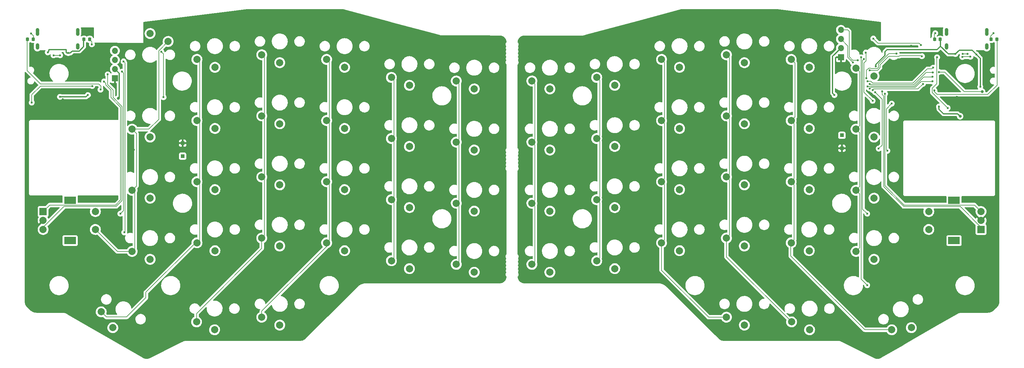
<source format=gbr>
%TF.GenerationSoftware,KiCad,Pcbnew,(5.99.0-8557-g8988e46ab1)*%
%TF.CreationDate,2021-02-23T18:20:13-07:00*%
%TF.ProjectId,SP56,53503536-2e6b-4696-9361-645f70636258,rev?*%
%TF.SameCoordinates,Original*%
%TF.FileFunction,Copper,L1,Top*%
%TF.FilePolarity,Positive*%
%FSLAX46Y46*%
G04 Gerber Fmt 4.6, Leading zero omitted, Abs format (unit mm)*
G04 Created by KiCad (PCBNEW (5.99.0-8557-g8988e46ab1)) date 2021-02-23 18:20:13*
%MOMM*%
%LPD*%
G01*
G04 APERTURE LIST*
G04 Aperture macros list*
%AMRoundRect*
0 Rectangle with rounded corners*
0 $1 Rounding radius*
0 $2 $3 $4 $5 $6 $7 $8 $9 X,Y pos of 4 corners*
0 Add a 4 corners polygon primitive as box body*
4,1,4,$2,$3,$4,$5,$6,$7,$8,$9,$2,$3,0*
0 Add four circle primitives for the rounded corners*
1,1,$1+$1,$2,$3*
1,1,$1+$1,$4,$5*
1,1,$1+$1,$6,$7*
1,1,$1+$1,$8,$9*
0 Add four rect primitives between the rounded corners*
20,1,$1+$1,$2,$3,$4,$5,0*
20,1,$1+$1,$4,$5,$6,$7,0*
20,1,$1+$1,$6,$7,$8,$9,0*
20,1,$1+$1,$8,$9,$2,$3,0*%
G04 Aperture macros list end*
%TA.AperFunction,ComponentPad*%
%ADD10C,2.000000*%
%TD*%
%TA.AperFunction,ComponentPad*%
%ADD11R,1.700000X1.700000*%
%TD*%
%TA.AperFunction,ComponentPad*%
%ADD12O,1.700000X1.700000*%
%TD*%
%TA.AperFunction,ComponentPad*%
%ADD13R,1.000000X1.000000*%
%TD*%
%TA.AperFunction,SMDPad,CuDef*%
%ADD14RoundRect,0.218750X0.218750X0.256250X-0.218750X0.256250X-0.218750X-0.256250X0.218750X-0.256250X0*%
%TD*%
%TA.AperFunction,SMDPad,CuDef*%
%ADD15RoundRect,0.218750X-0.218750X-0.256250X0.218750X-0.256250X0.218750X0.256250X-0.218750X0.256250X0*%
%TD*%
%TA.AperFunction,ComponentPad*%
%ADD16R,2.000000X2.000000*%
%TD*%
%TA.AperFunction,ComponentPad*%
%ADD17R,3.200000X2.000000*%
%TD*%
%TA.AperFunction,ComponentPad*%
%ADD18C,1.000000*%
%TD*%
%TA.AperFunction,ViaPad*%
%ADD19C,0.600000*%
%TD*%
%TA.AperFunction,ViaPad*%
%ADD20C,0.800000*%
%TD*%
%TA.AperFunction,Conductor*%
%ADD21C,0.300000*%
%TD*%
%TA.AperFunction,Conductor*%
%ADD22C,0.200000*%
%TD*%
G04 APERTURE END LIST*
D10*
%TO.P,SW1,2,2*%
%TO.N,Net-(D1-Pad2)*%
X324675000Y-19300000D03*
%TO.P,SW1,1,1*%
%TO.N,/SP56_Left/col5*%
X319675000Y-17100000D03*
%TD*%
%TO.P,SW113,2,2*%
%TO.N,Net-(D113-Pad2)*%
X123675000Y-53300000D03*
%TO.P,SW113,1,1*%
%TO.N,/SP56_Right/col5*%
X118675000Y-51100000D03*
%TD*%
%TO.P,SW2,2,2*%
%TO.N,Net-(D2-Pad2)*%
X306675000Y-16900000D03*
%TO.P,SW2,1,1*%
%TO.N,/SP56_Left/col4*%
X301675000Y-14700000D03*
%TD*%
%TO.P,SW21,2,2*%
%TO.N,Net-(D21-Pad2)*%
X288675000Y-66600000D03*
%TO.P,SW21,1,1*%
%TO.N,/SP56_Left/col3*%
X283675000Y-64400000D03*
%TD*%
%TO.P,SW9,2,2*%
%TO.N,Net-(D9-Pad2)*%
X288675000Y-32600000D03*
%TO.P,SW9,1,1*%
%TO.N,/SP56_Left/col3*%
X283675000Y-30400000D03*
%TD*%
%TO.P,SW11,2,2*%
%TO.N,Net-(D11-Pad2)*%
X252675000Y-38900000D03*
%TO.P,SW11,1,1*%
%TO.N,/SP56_Left/col1*%
X247675000Y-36700000D03*
%TD*%
%TO.P,SW119,2,2*%
%TO.N,Net-(D119-Pad2)*%
X123675000Y-70300000D03*
%TO.P,SW119,1,1*%
%TO.N,/SP56_Right/col5*%
X118675000Y-68100000D03*
%TD*%
%TO.P,SW106,2,2*%
%TO.N,Net-(D106-Pad2)*%
X213675000Y-22900000D03*
%TO.P,SW106,1,1*%
%TO.N,/SP56_Right/col0*%
X208675000Y-20700000D03*
%TD*%
%TO.P,SW28,2,2*%
%TO.N,Net-(D28-Pad2)*%
X288675000Y-88600000D03*
%TO.P,SW28,1,1*%
%TO.N,/SP56_Left/col2*%
X283675000Y-86400000D03*
%TD*%
%TO.P,SW127,2,2*%
%TO.N,Net-(D127-Pad2)*%
X141575000Y-89900000D03*
%TO.P,SW127,1,1*%
%TO.N,/SP56_Right/col3*%
X136575000Y-87700000D03*
%TD*%
%TO.P,SW123,2,2*%
%TO.N,Net-(D123-Pad2)*%
X195675000Y-72900000D03*
%TO.P,SW123,1,1*%
%TO.N,/SP56_Right/col1*%
X190675000Y-70700000D03*
%TD*%
%TO.P,SW115,2,2*%
%TO.N,Net-(D115-Pad2)*%
X159675000Y-49600000D03*
%TO.P,SW115,1,1*%
%TO.N,/SP56_Right/col3*%
X154675000Y-47400000D03*
%TD*%
%TO.P,SW18,2,2*%
%TO.N,Net-(D18-Pad2)*%
X234675000Y-56900000D03*
%TO.P,SW18,1,1*%
%TO.N,/SP56_Left/col0*%
X229675000Y-54700000D03*
%TD*%
%TO.P,SW27,2,2*%
%TO.N,Net-(D27-Pad2)*%
X306775000Y-89900000D03*
%TO.P,SW27,1,1*%
%TO.N,/SP56_Left/col3*%
X301775000Y-87700000D03*
%TD*%
%TO.P,SW19,2,2*%
%TO.N,Net-(D19-Pad2)*%
X324675000Y-70300000D03*
%TO.P,SW19,1,1*%
%TO.N,/SP56_Left/col5*%
X319675000Y-68100000D03*
%TD*%
%TO.P,SW17,2,2*%
%TO.N,Net-(D17-Pad2)*%
X252675000Y-55900000D03*
%TO.P,SW17,1,1*%
%TO.N,/SP56_Left/col1*%
X247675000Y-53700000D03*
%TD*%
%TO.P,SW7,2,2*%
%TO.N,Net-(D7-Pad2)*%
X324675000Y-36300000D03*
%TO.P,SW7,1,1*%
%TO.N,/SP56_Left/col5*%
X319675000Y-34100000D03*
%TD*%
%TO.P,SW103,2,2*%
%TO.N,Net-(D103-Pad2)*%
X159675000Y-15600000D03*
%TO.P,SW103,1,1*%
%TO.N,/SP56_Right/col3*%
X154675000Y-13400000D03*
%TD*%
%TO.P,SW15,2,2*%
%TO.N,Net-(D15-Pad2)*%
X288675000Y-49600000D03*
%TO.P,SW15,1,1*%
%TO.N,/SP56_Left/col3*%
X283675000Y-47400000D03*
%TD*%
%TO.P,SW104,2,2*%
%TO.N,Net-(D104-Pad2)*%
X177675000Y-16900000D03*
%TO.P,SW104,1,1*%
%TO.N,/SP56_Right/col2*%
X172675000Y-14700000D03*
%TD*%
%TO.P,SW20,2,2*%
%TO.N,Net-(D20-Pad2)*%
X306675000Y-67900000D03*
%TO.P,SW20,1,1*%
%TO.N,/SP56_Left/col4*%
X301675000Y-65700000D03*
%TD*%
%TO.P,SW22,2,2*%
%TO.N,Net-(D22-Pad2)*%
X270675000Y-67900000D03*
%TO.P,SW22,1,1*%
%TO.N,/SP56_Left/col2*%
X265675000Y-65700000D03*
%TD*%
%TO.P,SW16,2,2*%
%TO.N,Net-(D16-Pad2)*%
X270675000Y-50900000D03*
%TO.P,SW16,1,1*%
%TO.N,/SP56_Left/col2*%
X265675000Y-48700000D03*
%TD*%
%TO.P,SW118,2,2*%
%TO.N,Net-(D118-Pad2)*%
X213675000Y-56900000D03*
%TO.P,SW118,1,1*%
%TO.N,/SP56_Right/col0*%
X208675000Y-54700000D03*
%TD*%
%TO.P,SW10,2,2*%
%TO.N,Net-(D10-Pad2)*%
X270675000Y-33900000D03*
%TO.P,SW10,1,1*%
%TO.N,/SP56_Left/col2*%
X265675000Y-31700000D03*
%TD*%
%TO.P,SW101,2,2*%
%TO.N,Net-(D101-Pad2)*%
X123675000Y-7500000D03*
%TO.P,SW101,1,1*%
%TO.N,/SP56_Right/col5*%
X128675000Y-9700000D03*
%TD*%
%TO.P,SW23,2,2*%
%TO.N,Net-(D23-Pad2)*%
X252675000Y-72900000D03*
%TO.P,SW23,1,1*%
%TO.N,/SP56_Left/col1*%
X247675000Y-70700000D03*
%TD*%
%TO.P,SW5,2,2*%
%TO.N,Net-(D5-Pad2)*%
X252675000Y-21900000D03*
%TO.P,SW5,1,1*%
%TO.N,/SP56_Left/col1*%
X247675000Y-19700000D03*
%TD*%
%TO.P,SW110,2,2*%
%TO.N,Net-(D110-Pad2)*%
X177675000Y-33900000D03*
%TO.P,SW110,1,1*%
%TO.N,/SP56_Right/col2*%
X172675000Y-31700000D03*
%TD*%
%TO.P,SW8,2,2*%
%TO.N,Net-(D8-Pad2)*%
X306675000Y-33900000D03*
%TO.P,SW8,1,1*%
%TO.N,/SP56_Left/col4*%
X301675000Y-31700000D03*
%TD*%
%TO.P,SW114,2,2*%
%TO.N,Net-(D114-Pad2)*%
X141675000Y-50900000D03*
%TO.P,SW114,1,1*%
%TO.N,/SP56_Right/col4*%
X136675000Y-48700000D03*
%TD*%
%TO.P,SW4,2,2*%
%TO.N,Net-(D4-Pad2)*%
X270675000Y-16900000D03*
%TO.P,SW4,1,1*%
%TO.N,/SP56_Left/col2*%
X265675000Y-14700000D03*
%TD*%
%TO.P,SW13,2,2*%
%TO.N,Net-(D13-Pad2)*%
X324675000Y-53300000D03*
%TO.P,SW13,1,1*%
%TO.N,/SP56_Left/col5*%
X319675000Y-51100000D03*
%TD*%
%TO.P,SW124,2,2*%
%TO.N,Net-(D124-Pad2)*%
X213675000Y-73900000D03*
%TO.P,SW124,1,1*%
%TO.N,/SP56_Right/col0*%
X208675000Y-71700000D03*
%TD*%
%TO.P,SW108,2,2*%
%TO.N,Net-(D108-Pad2)*%
X141675000Y-33900000D03*
%TO.P,SW108,1,1*%
%TO.N,/SP56_Right/col4*%
X136675000Y-31700000D03*
%TD*%
%TO.P,SW128,2,2*%
%TO.N,Net-(D128-Pad2)*%
X159675000Y-88600000D03*
%TO.P,SW128,1,1*%
%TO.N,/SP56_Right/col2*%
X154675000Y-86400000D03*
%TD*%
%TO.P,SW111,2,2*%
%TO.N,Net-(D111-Pad2)*%
X195675000Y-38900000D03*
%TO.P,SW111,1,1*%
%TO.N,/SP56_Right/col1*%
X190675000Y-36700000D03*
%TD*%
%TO.P,SW122,2,2*%
%TO.N,Net-(D122-Pad2)*%
X177675000Y-67900000D03*
%TO.P,SW122,1,1*%
%TO.N,/SP56_Right/col2*%
X172675000Y-65700000D03*
%TD*%
%TO.P,SW112,2,2*%
%TO.N,Net-(D112-Pad2)*%
X213675000Y-39900000D03*
%TO.P,SW112,1,1*%
%TO.N,/SP56_Right/col0*%
X208675000Y-37700000D03*
%TD*%
%TO.P,SW24,2,2*%
%TO.N,Net-(D24-Pad2)*%
X234675000Y-73900000D03*
%TO.P,SW24,1,1*%
%TO.N,/SP56_Left/col0*%
X229675000Y-71700000D03*
%TD*%
%TO.P,SW12,2,2*%
%TO.N,Net-(D12-Pad2)*%
X234675000Y-39900000D03*
%TO.P,SW12,1,1*%
%TO.N,/SP56_Left/col0*%
X229675000Y-37700000D03*
%TD*%
%TO.P,SW120,2,2*%
%TO.N,Net-(D120-Pad2)*%
X141675000Y-67900000D03*
%TO.P,SW120,1,1*%
%TO.N,/SP56_Right/col4*%
X136675000Y-65700000D03*
%TD*%
%TO.P,SW109,2,2*%
%TO.N,Net-(D109-Pad2)*%
X159675000Y-32600000D03*
%TO.P,SW109,1,1*%
%TO.N,/SP56_Right/col3*%
X154675000Y-30400000D03*
%TD*%
%TO.P,SW105,2,2*%
%TO.N,Net-(D105-Pad2)*%
X195675000Y-21900000D03*
%TO.P,SW105,1,1*%
%TO.N,/SP56_Right/col1*%
X190675000Y-19700000D03*
%TD*%
%TO.P,SW107,2,2*%
%TO.N,Net-(D107-Pad2)*%
X123675000Y-36300000D03*
%TO.P,SW107,1,1*%
%TO.N,/SP56_Right/col5*%
X118675000Y-34100000D03*
%TD*%
%TO.P,SW3,2,2*%
%TO.N,Net-(D3-Pad2)*%
X288675000Y-15600000D03*
%TO.P,SW3,1,1*%
%TO.N,/SP56_Left/col3*%
X283675000Y-13400000D03*
%TD*%
%TO.P,SW6,2,2*%
%TO.N,Net-(D6-Pad2)*%
X234675000Y-22900000D03*
%TO.P,SW6,1,1*%
%TO.N,/SP56_Left/col0*%
X229675000Y-20700000D03*
%TD*%
%TO.P,SW14,2,2*%
%TO.N,Net-(D14-Pad2)*%
X306675000Y-50900000D03*
%TO.P,SW14,1,1*%
%TO.N,/SP56_Left/col4*%
X301675000Y-48700000D03*
%TD*%
%TO.P,SW117,2,2*%
%TO.N,Net-(D117-Pad2)*%
X195675000Y-55900000D03*
%TO.P,SW117,1,1*%
%TO.N,/SP56_Right/col1*%
X190675000Y-53700000D03*
%TD*%
%TO.P,SW102,2,2*%
%TO.N,Net-(D102-Pad2)*%
X141675000Y-16900000D03*
%TO.P,SW102,1,1*%
%TO.N,/SP56_Right/col4*%
X136675000Y-14700000D03*
%TD*%
%TO.P,SW116,2,2*%
%TO.N,Net-(D116-Pad2)*%
X177675000Y-50900000D03*
%TO.P,SW116,1,1*%
%TO.N,/SP56_Right/col2*%
X172675000Y-48700000D03*
%TD*%
%TO.P,SW121,2,2*%
%TO.N,Net-(D121-Pad2)*%
X159675000Y-66600000D03*
%TO.P,SW121,1,1*%
%TO.N,/SP56_Right/col3*%
X154675000Y-64400000D03*
%TD*%
%TO.P,SW126,1,1*%
%TO.N,/SP56_Right/col4*%
X110094873Y-84904294D03*
%TO.P,SW126,2,2*%
%TO.N,Net-(D126-Pad2)*%
X113325000Y-89309550D03*
%TD*%
D11*
%TO.P,SWD/C1,1,Pin_1*%
%TO.N,GND*%
X315475000Y-14100000D03*
D12*
%TO.P,SWD/C1,2,Pin_2*%
%TO.N,/SP56_Left/VDD_H*%
X315475000Y-11560000D03*
%TO.P,SWD/C1,3,Pin_3*%
%TO.N,/SP56_Left/SWD*%
X315475000Y-9020000D03*
%TO.P,SWD/C1,4,Pin_4*%
%TO.N,/SP56_Left/SWC*%
X315475000Y-6480000D03*
%TD*%
D13*
%TO.P,J3,1,Pin_1*%
%TO.N,Net-(BattJumper1-Pad2)*%
X315750000Y-35800000D03*
%TD*%
%TO.P,J2,1,Pin_1*%
%TO.N,GND*%
X315750000Y-39400000D03*
%TD*%
D10*
%TO.P,SW26,1,1*%
%TO.N,/SP56_Left/col4*%
X329594873Y-89904294D03*
%TO.P,SW26,2,2*%
%TO.N,Net-(D26-Pad2)*%
X335025000Y-89309550D03*
%TD*%
D13*
%TO.P,J104,1,Pin_1*%
%TO.N,Net-(BattJumper101-Pad2)*%
X132700000Y-41600000D03*
%TD*%
D14*
%TO.P,D132,1,K*%
%TO.N,Net-(D132-Pad1)*%
X106887500Y-9100000D03*
%TO.P,D132,2,A*%
%TO.N,/SP56_Right/VBUS*%
X105312500Y-9100000D03*
%TD*%
D15*
%TO.P,D31,1,K*%
%TO.N,Net-(D31-Pad1)*%
X341462500Y-9100000D03*
%TO.P,D31,2,A*%
%TO.N,/SP56_Left/VBUS*%
X343037500Y-9100000D03*
%TD*%
D16*
%TO.P,SW125,A,A*%
%TO.N,/SP56_Right/ENCA*%
X93975000Y-57000000D03*
D10*
%TO.P,SW125,B,B*%
%TO.N,/SP56_Right/ENCB*%
X93975000Y-62000000D03*
%TO.P,SW125,C,C*%
%TO.N,GND*%
X93975000Y-59500000D03*
D17*
%TO.P,SW125,MP*%
%TO.N,N/C*%
X101475000Y-53900000D03*
X101475000Y-65100000D03*
D10*
%TO.P,SW125,S1,S1*%
%TO.N,/SP56_Right/col5*%
X108475000Y-62000000D03*
%TO.P,SW125,S2,S2*%
%TO.N,Net-(D125-Pad2)*%
X108475000Y-57000000D03*
%TD*%
D15*
%TO.P,D32,1,K*%
%TO.N,Net-(D32-Pad1)*%
X357162500Y-9125000D03*
%TO.P,D32,2,A*%
%TO.N,/SP56_Left/P0.05*%
X358737500Y-9125000D03*
%TD*%
D14*
%TO.P,D131,1,K*%
%TO.N,Net-(D131-Pad1)*%
X91187500Y-9125000D03*
%TO.P,D131,2,A*%
%TO.N,/SP56_Right/P0.05*%
X89612500Y-9125000D03*
%TD*%
D16*
%TO.P,SW25,A,A*%
%TO.N,/SP56_Left/ENCA*%
X354375000Y-62000000D03*
D10*
%TO.P,SW25,B,B*%
%TO.N,/SP56_Left/ENCB*%
X354375000Y-57000000D03*
%TO.P,SW25,C,C*%
%TO.N,GND*%
X354375000Y-59500000D03*
D17*
%TO.P,SW25,MP*%
%TO.N,N/C*%
X346875000Y-65100000D03*
X346875000Y-53900000D03*
D10*
%TO.P,SW25,S1,S1*%
%TO.N,/SP56_Left/col5*%
X339875000Y-57000000D03*
%TO.P,SW25,S2,S2*%
%TO.N,Net-(SW25-PadS2)*%
X339875000Y-62000000D03*
%TD*%
D11*
%TO.P,SWD/C101,1,Pin_1*%
%TO.N,GND*%
X113900000Y-19900000D03*
D12*
%TO.P,SWD/C101,2,Pin_2*%
%TO.N,/SP56_Right/VDD_H*%
X113900000Y-17360000D03*
%TO.P,SWD/C101,3,Pin_3*%
%TO.N,/SP56_Right/SWD*%
X113900000Y-14820000D03*
%TO.P,SWD/C101,4,Pin_4*%
%TO.N,/SP56_Right/SWC*%
X113900000Y-12280000D03*
%TD*%
D13*
%TO.P,J103,1,Pin_1*%
%TO.N,GND*%
X132700000Y-38000000D03*
%TD*%
D18*
%TO.P,J101,S1,SHIELD*%
%TO.N,unconnected-(J101-PadS1)*%
X92399700Y-7680100D03*
X103550300Y-7667400D03*
X92399400Y-10694000D03*
X103550300Y-11210700D03*
X103550000Y-11456000D03*
X92400000Y-6460900D03*
X103550300Y-7032400D03*
X92399400Y-10956700D03*
X103550000Y-10694000D03*
X92399700Y-6740300D03*
X92399700Y-11210700D03*
X103550600Y-6448200D03*
X92399400Y-11456000D03*
X103550300Y-6727600D03*
X103550000Y-10956700D03*
X103550300Y-7375300D03*
X92399700Y-7045100D03*
X92399700Y-7388000D03*
%TD*%
%TO.P,J1,S1,SHIELD*%
%TO.N,unconnected-(J1-PadS1)*%
X344799700Y-7680100D03*
X355950300Y-7667400D03*
X344799400Y-10694000D03*
X355950300Y-11210700D03*
X355950000Y-11456000D03*
X344800000Y-6460900D03*
X355950300Y-7032400D03*
X344799400Y-10956700D03*
X355950000Y-10694000D03*
X344799700Y-6740300D03*
X344799700Y-11210700D03*
X355950600Y-6448200D03*
X344799400Y-11456000D03*
X355950300Y-6727600D03*
X355950000Y-10956700D03*
X355950300Y-7375300D03*
X344799700Y-7045100D03*
X344799700Y-7388000D03*
%TD*%
D19*
%TO.N,/SP56_Right/VBUS*%
X95264007Y-12734015D03*
X100964007Y-12934015D03*
D20*
%TO.N,/SP56_Right/VDD_H*%
X114849011Y-25549011D03*
%TO.N,/SP56_Left/RESET*%
X354675000Y-23650000D03*
%TO.N,/SP56_Left/VBAT*%
X348575000Y-30500000D03*
D19*
X342700000Y-27800000D03*
%TO.N,GND*%
X242675000Y-51000000D03*
X335075000Y-17200000D03*
X107200000Y-81200000D03*
X198175000Y-25750000D03*
X328950000Y-38700000D03*
X125200000Y-87200000D03*
X94200000Y-78200000D03*
X343275000Y-20800000D03*
X97200000Y-56200000D03*
X106200000Y-7200000D03*
X221200000Y-68200000D03*
X100200000Y-69200000D03*
X168200000Y-9200000D03*
X339675000Y-81000000D03*
X107150000Y-25350000D03*
X340675000Y-15600000D03*
X314675000Y-84000000D03*
X194675000Y-25750000D03*
X242675000Y-34000000D03*
X101200000Y-30200000D03*
X149200000Y-62200000D03*
X296675000Y-61000000D03*
X296675000Y-27000000D03*
X314675000Y-28000000D03*
X119885955Y-27962500D03*
X242375000Y-17200000D03*
X204200000Y-16200000D03*
X111975000Y-53650000D03*
X132200000Y-64200000D03*
X109150000Y-30750000D03*
X355075000Y-15000000D03*
X330675000Y-25600000D03*
X335075000Y-19800000D03*
X167200000Y-82200000D03*
X168200000Y-23200000D03*
X344950000Y-73600000D03*
X149200000Y-45200000D03*
X117900000Y-41600000D03*
X186200000Y-28200000D03*
X314675000Y-45000000D03*
X330675000Y-45000000D03*
X182200000Y-9200000D03*
X125200000Y-21200000D03*
X348675000Y-60000000D03*
X149200000Y-28200000D03*
X96675000Y-15250000D03*
X145200000Y-9200000D03*
X185200000Y-62200000D03*
X347700000Y-25100000D03*
X310675000Y-20000000D03*
X332675000Y-64000000D03*
X260675000Y-33000000D03*
X296675000Y-81000000D03*
X278675000Y-11000000D03*
X90200000Y-31200000D03*
X131200000Y-47200000D03*
X357075000Y-30600000D03*
X278675000Y-45000000D03*
X118200000Y-58200000D03*
X104200000Y-19200000D03*
X278675000Y-28000000D03*
X346675000Y-17400000D03*
X129200000Y-20200000D03*
X296675000Y-10000000D03*
X260675000Y-16000000D03*
X94925000Y-28500000D03*
X334950000Y-10850000D03*
X168200000Y-27200000D03*
X109650000Y-27600000D03*
X112400000Y-13600000D03*
X98675000Y-31000000D03*
X296675000Y-44000000D03*
X149200000Y-84200000D03*
X321075000Y-11200000D03*
X260675000Y-50000000D03*
X203200000Y-67200000D03*
X122285955Y-16162500D03*
X127200000Y-30200000D03*
X132200000Y-9200000D03*
X217200000Y-17200000D03*
X167200000Y-61200000D03*
X309675000Y-11000000D03*
X167200000Y-44200000D03*
X339700000Y-27100000D03*
X221200000Y-34200000D03*
X156200000Y-9200000D03*
X314675000Y-62000000D03*
X104200000Y-24200000D03*
X91200000Y-54200000D03*
X221200000Y-51200000D03*
X185200000Y-45200000D03*
X203200000Y-33200000D03*
X204200000Y-50200000D03*
X343475000Y-7400000D03*
X123285955Y-27962500D03*
X99425000Y-25750000D03*
X118175000Y-11000000D03*
X355030000Y-71940000D03*
X342450000Y-29850000D03*
X118200000Y-62200000D03*
X353502000Y-27000000D03*
X335075000Y-14800000D03*
X119200000Y-39800000D03*
X278675000Y-62000000D03*
X343675000Y-14400000D03*
X93075000Y-15550000D03*
X242675000Y-68000000D03*
X105425000Y-14500000D03*
X93425000Y-24250000D03*
X260675000Y-67000000D03*
X332475000Y-27600000D03*
%TO.N,/SP56_Left/VDD_H*%
X313675000Y-24600000D03*
%TO.N,/SP56_Left/row0*%
X324475000Y-8900000D03*
X337675000Y-10700000D03*
%TO.N,/SP56_Left/row1*%
X324275000Y-26200000D03*
X322375000Y-12800000D03*
%TO.N,/SP56_Left/row2*%
X328375000Y-40100000D03*
X329575000Y-27000000D03*
%TO.N,/SP56_Left/row3*%
X321875000Y-14600000D03*
X322775000Y-57600000D03*
%TO.N,/SP56_Left/row4*%
X321075000Y-14100000D03*
X322775000Y-77500000D03*
%TO.N,/SP56_Left/P0.05*%
X341450000Y-23350000D03*
%TO.N,/SP56_Left/VBUS*%
X353075000Y-13300000D03*
X354175000Y-22300000D03*
X347275000Y-13200000D03*
X325200000Y-16600000D03*
%TO.N,/SP56_Right/row1*%
X126800000Y-12562500D03*
X127400000Y-25200000D03*
%TO.N,/SP56_Right/row3*%
X115900000Y-18100000D03*
X115400000Y-57600000D03*
%TO.N,/SP56_Right/row4*%
X116500000Y-62800000D03*
X116300010Y-15258999D03*
%TO.N,/SP56_Left/D-*%
X349275000Y-13200000D03*
X350625000Y-13150000D03*
%TO.N,/SP56_Left/D+*%
X349175000Y-14000000D03*
X351425000Y-13950000D03*
%TO.N,/SP56_Right/D-*%
X96875000Y-13550000D03*
X98675000Y-13550000D03*
%TO.N,/SP56_Left/BATTERY_MEASURE*%
X330950000Y-13100000D03*
X324975000Y-23800000D03*
X322575000Y-19900000D03*
X325950972Y-39499989D03*
%TO.N,/SP56_Left/RESET*%
X342675000Y-18200000D03*
%TO.N,/SP56_Right/RESET*%
X90800000Y-26700000D03*
X107624576Y-22100010D03*
%TO.N,/SP56_Left/col5*%
X323475000Y-17700000D03*
X337975000Y-13800000D03*
%TO.N,/SP56_Left/ENCB*%
X327725000Y-24250000D03*
%TO.N,/SP56_Left/ENCA*%
X326975000Y-23600000D03*
%TO.N,/SP56_Left/col4*%
X341075000Y-17000000D03*
X322875000Y-20800000D03*
%TO.N,/SP56_Left/col3*%
X340975000Y-18300000D03*
X323475000Y-21500000D03*
%TO.N,/SP56_Left/col2*%
X340875000Y-19500000D03*
X322875000Y-22200000D03*
%TO.N,/SP56_Left/col1*%
X323475000Y-22800000D03*
X340875000Y-20800000D03*
%TO.N,/SP56_Left/col0*%
X324275000Y-23200000D03*
X338250000Y-21500000D03*
%TO.N,/SP56_Right/ENCB*%
X111900000Y-18850000D03*
%TO.N,/SP56_Right/ENCA*%
X110900000Y-20850000D03*
%TO.N,/SP56_Left/SWC*%
X320175000Y-14900000D03*
%TO.N,/SP56_Left/SWD*%
X318775000Y-15500000D03*
%TO.N,/SP56_Right/VREG_IN*%
X98650000Y-25100000D03*
X106400000Y-24600000D03*
%TO.N,Net-(D31-Pad1)*%
X341675000Y-7400000D03*
%TO.N,Net-(D32-Pad1)*%
X357875000Y-7400000D03*
%TO.N,Net-(D131-Pad1)*%
X90600000Y-7500000D03*
%TO.N,/SP56_Right/P0.05*%
X109900000Y-23100000D03*
%TO.N,Net-(D132-Pad1)*%
X107500000Y-10500000D03*
%TO.N,Net-(R1-Pad2)*%
X342175000Y-14100000D03*
X345106788Y-28193212D03*
%TD*%
D21*
%TO.N,/SP56_Right/VBUS*%
X95564007Y-12434015D02*
X95564007Y-12034015D01*
X95598022Y-12000000D02*
X100364007Y-12000000D01*
X102085993Y-12356001D02*
X103982001Y-12356001D01*
X100964007Y-12934015D02*
X101507979Y-12934015D01*
X101507979Y-12934015D02*
X102085993Y-12356001D01*
X100364007Y-12000000D02*
X100364007Y-12734015D01*
X100564007Y-12934015D02*
X100964007Y-12934015D01*
X100364007Y-12734015D02*
X100564007Y-12934015D01*
X95264007Y-12734015D02*
X95564007Y-12434015D01*
X103982001Y-12356001D02*
X105225000Y-11113002D01*
X105225000Y-11113002D02*
X105225000Y-9100000D01*
D22*
%TO.N,/SP56_Left/RESET*%
X354675000Y-23750000D02*
X354675000Y-23650000D01*
X354675000Y-23650000D02*
X349725000Y-23650000D01*
X349725000Y-23650000D02*
X344275000Y-18200000D01*
X344275000Y-18200000D02*
X342675000Y-18200000D01*
D21*
%TO.N,/SP56_Left/VBAT*%
X342700000Y-27800000D02*
X342700000Y-28525000D01*
X343975000Y-29800000D02*
X347875000Y-29800000D01*
X342700000Y-28525000D02*
X343975000Y-29800000D01*
X347875000Y-29800000D02*
X348575000Y-30500000D01*
%TO.N,GND*%
X119885955Y-27962500D02*
X123285955Y-27962500D01*
%TO.N,/SP56_Left/VDD_H*%
X313175000Y-13860000D02*
X315475000Y-11560000D01*
X313175000Y-24100000D02*
X313175000Y-13860000D01*
X313675000Y-24600000D02*
X313175000Y-24100000D01*
%TO.N,/SP56_Right/VDD_H*%
X115100011Y-25399989D02*
X114900000Y-25600000D01*
X113900000Y-17360000D02*
X115100011Y-18560011D01*
X115100011Y-18560011D02*
X115100011Y-25399989D01*
D22*
%TO.N,/SP56_Left/row0*%
X324475000Y-8900000D02*
X325775000Y-10200000D01*
X325775000Y-10200000D02*
X337175000Y-10200000D01*
X337175000Y-10200000D02*
X337675000Y-10700000D01*
%TO.N,/SP56_Left/row1*%
X321875020Y-15699980D02*
X322475000Y-15100000D01*
X324275000Y-26200000D02*
X321875020Y-23800020D01*
X322475000Y-12900000D02*
X322375000Y-12800000D01*
X321875020Y-23800020D02*
X321875020Y-15699980D01*
X322475000Y-15100000D02*
X322475000Y-12900000D01*
%TO.N,/SP56_Left/row2*%
X329575000Y-27000000D02*
X328125020Y-28449980D01*
X328125020Y-39850020D02*
X328375000Y-40100000D01*
X328125020Y-28449980D02*
X328125020Y-39850020D01*
%TO.N,/SP56_Left/row3*%
X321875000Y-14600000D02*
X321475000Y-15000000D01*
X321475000Y-56300000D02*
X322775000Y-57600000D01*
X321475000Y-15000000D02*
X321475000Y-56300000D01*
%TO.N,/SP56_Left/row4*%
X321074980Y-75799980D02*
X322775000Y-77500000D01*
X321075000Y-14100000D02*
X321075000Y-16575943D01*
X321074980Y-16575963D02*
X321074980Y-75799980D01*
X321075000Y-16575943D02*
X321074980Y-16575963D01*
%TO.N,/SP56_Left/P0.05*%
X341450000Y-23675000D02*
X342175000Y-24400000D01*
X341450000Y-23350000D02*
X341450000Y-23675000D01*
X342175000Y-24400000D02*
X356275000Y-24400000D01*
X358825000Y-21850000D02*
X358825000Y-9125000D01*
X356275000Y-24400000D02*
X358825000Y-21850000D01*
D21*
%TO.N,/SP56_Left/VBUS*%
X327700000Y-12600000D02*
X328300000Y-12000000D01*
X347275000Y-13200000D02*
X345285383Y-13200000D01*
X345285383Y-13200000D02*
X343125000Y-11039617D01*
X327700000Y-13600000D02*
X325200000Y-16100000D01*
X342164617Y-12000000D02*
X343125000Y-11039617D01*
X327700000Y-13600000D02*
X327700000Y-13100000D01*
X328300000Y-12000000D02*
X342164617Y-12000000D01*
X354175000Y-14400000D02*
X353075000Y-13300000D01*
X327700000Y-13600000D02*
X327700000Y-12600000D01*
X348375000Y-12100000D02*
X351875000Y-12100000D01*
X347275000Y-13200000D02*
X348375000Y-12100000D01*
X343125000Y-9100000D02*
X343125000Y-11039617D01*
X351875000Y-12100000D02*
X353075000Y-13300000D01*
X328300000Y-12000000D02*
X329600000Y-12000000D01*
X325200000Y-16100000D02*
X325200000Y-16600000D01*
X354175000Y-22300000D02*
X354175000Y-14400000D01*
D22*
%TO.N,/SP56_Right/row1*%
X126800000Y-12562500D02*
X127400000Y-13162500D01*
X127400000Y-13162500D02*
X127400000Y-25200000D01*
%TO.N,/SP56_Right/row3*%
X116275021Y-18475021D02*
X116275021Y-56724979D01*
X115900000Y-18100000D02*
X116275021Y-18475021D01*
X116275021Y-56724979D02*
X115400000Y-57600000D01*
%TO.N,/SP56_Right/row4*%
X116675031Y-15634020D02*
X116300010Y-15258999D01*
X116675031Y-62624969D02*
X116675031Y-15634020D01*
X116500000Y-62800000D02*
X116675031Y-62624969D01*
%TO.N,/SP56_Left/D-*%
X349325000Y-13150000D02*
X349275000Y-13200000D01*
X350625000Y-13150000D02*
X349325000Y-13150000D01*
%TO.N,/SP56_Left/D+*%
X349225000Y-13950000D02*
X351425000Y-13950000D01*
X349175000Y-14000000D02*
X349225000Y-13950000D01*
%TO.N,/SP56_Right/D-*%
X98675000Y-13550000D02*
X96875000Y-13550000D01*
%TO.N,/SP56_Left/BATTERY_MEASURE*%
X328836424Y-13100000D02*
X330950000Y-13100000D01*
X326924960Y-25749960D02*
X324975000Y-23800000D01*
X323186994Y-17099989D02*
X323763006Y-17099989D01*
X323763006Y-17099989D02*
X323863028Y-17200011D01*
X322575000Y-19900000D02*
X322575000Y-17711983D01*
X328836424Y-13100000D02*
X328950000Y-13100000D01*
X322575000Y-17711983D02*
X323186994Y-17099989D01*
X325950000Y-16850000D02*
X325950000Y-15986424D01*
X325599989Y-17200011D02*
X325950000Y-16850000D01*
X325950000Y-15986424D02*
X328836424Y-13100000D01*
X326924960Y-38526001D02*
X326924960Y-25749960D01*
X323863028Y-17200011D02*
X325599989Y-17200011D01*
X325950972Y-39499989D02*
X326924960Y-38526001D01*
%TO.N,/SP56_Right/RESET*%
X90800000Y-26700000D02*
X90800000Y-26800000D01*
X93237988Y-22100010D02*
X107624576Y-22100010D01*
X90800000Y-26700000D02*
X90800000Y-24537998D01*
X90800000Y-24537998D02*
X93237988Y-22100010D01*
%TO.N,/SP56_Left/col5*%
X320674960Y-33100040D02*
X319675000Y-34100000D01*
X320674960Y-18099960D02*
X320674960Y-33100040D01*
X320674960Y-52099960D02*
X320674960Y-67100040D01*
X319675000Y-51100000D02*
X320674960Y-52099960D01*
X323475000Y-17700000D02*
X325665714Y-17700000D01*
X326357857Y-17007857D02*
X325665714Y-17700000D01*
X337975000Y-13800000D02*
X337844989Y-13669989D01*
X337844989Y-13669989D02*
X331769989Y-13669989D01*
X331769989Y-13669989D02*
X331589978Y-13850000D01*
X319675000Y-17100000D02*
X320674960Y-18099960D01*
X319675000Y-34100000D02*
X320674960Y-35099960D01*
X331589978Y-13850000D02*
X329450000Y-13850000D01*
X326357857Y-17007857D02*
X326357857Y-16192143D01*
X329450000Y-13850000D02*
X328950000Y-13850000D01*
X325665714Y-17700000D02*
X326175031Y-17190683D01*
X326357857Y-16192143D02*
X328700000Y-13850000D01*
X328700000Y-13850000D02*
X329450000Y-13850000D01*
X320674960Y-67100040D02*
X319675000Y-68100000D01*
X320674960Y-35099960D02*
X320674960Y-50100040D01*
X320674960Y-50100040D02*
X319675000Y-51100000D01*
%TO.N,/SP56_Left/ENCB*%
X345034960Y-55199980D02*
X345034991Y-55200011D01*
X348775011Y-55140009D02*
X348775011Y-55200000D01*
X345034991Y-55200011D02*
X348715009Y-55200011D01*
X327725000Y-24250000D02*
X327725000Y-49850000D01*
X333075000Y-55200000D02*
X337385287Y-55200000D01*
X337385287Y-55200000D02*
X337385307Y-55199980D01*
X337385307Y-55199980D02*
X345034960Y-55199980D01*
X327725000Y-49850000D02*
X333075000Y-55200000D01*
X348715009Y-55200011D02*
X348775011Y-55140009D01*
X348775011Y-55200000D02*
X352575000Y-55200000D01*
X352575000Y-55200000D02*
X354375000Y-57000000D01*
%TO.N,/SP56_Left/ENCA*%
X327475000Y-50165714D02*
X332909306Y-55600020D01*
X327324980Y-24849980D02*
X327324980Y-50015693D01*
X326975000Y-23600000D02*
X326975000Y-24500000D01*
X354375000Y-61400000D02*
X354375000Y-62000000D01*
X344869267Y-55600000D02*
X344869298Y-55600031D01*
X327324980Y-50015693D02*
X327475000Y-50165714D01*
X332909306Y-55600020D02*
X337550980Y-55600020D01*
X326975000Y-24500000D02*
X327324980Y-24849980D01*
X337551000Y-55600000D02*
X344869267Y-55600000D01*
X348575031Y-55600031D02*
X354375000Y-61400000D01*
X344869298Y-55600031D02*
X348575031Y-55600031D01*
X337550980Y-55600020D02*
X337551000Y-55600000D01*
%TO.N,/SP56_Left/col4*%
X301675000Y-65700000D02*
X302502000Y-64873000D01*
X301575000Y-65800000D02*
X301675000Y-65700000D01*
X341075000Y-17000000D02*
X340775000Y-17300000D01*
X301575000Y-69400000D02*
X301575000Y-65800000D01*
X323775000Y-20800000D02*
X322875000Y-20800000D01*
X301675000Y-48700000D02*
X302502000Y-47873000D01*
X302502000Y-49527000D02*
X301675000Y-48700000D01*
X340775000Y-17300000D02*
X339475000Y-17300000D01*
X302502000Y-32527000D02*
X301675000Y-31700000D01*
X335475040Y-21299960D02*
X324274960Y-21299960D01*
X302702000Y-30673000D02*
X302702000Y-15727000D01*
X302502000Y-64873000D02*
X302502000Y-49527000D01*
X322079294Y-89904294D02*
X301575000Y-69400000D01*
X302502000Y-47873000D02*
X302502000Y-32527000D01*
X301675000Y-31700000D02*
X302702000Y-30673000D01*
X302702000Y-15727000D02*
X301675000Y-14700000D01*
X339475000Y-17300000D02*
X335475040Y-21299960D01*
X329594873Y-89904294D02*
X322079294Y-89904294D01*
X324274960Y-21299960D02*
X323775000Y-20800000D01*
%TO.N,/SP56_Left/col3*%
X284502000Y-14227000D02*
X284502000Y-29573000D01*
X284502000Y-31227000D02*
X284502000Y-46573000D01*
X301775000Y-87700000D02*
X283675000Y-69600000D01*
X339155555Y-18300000D02*
X335755575Y-21699980D01*
X284502000Y-48227000D02*
X284502000Y-63573000D01*
X283675000Y-13400000D02*
X284502000Y-14227000D01*
X340975000Y-18300000D02*
X339155555Y-18300000D01*
X325675020Y-21699980D02*
X324928711Y-21699980D01*
X323674980Y-21699980D02*
X325675020Y-21699980D01*
X284502000Y-63573000D02*
X283675000Y-64400000D01*
X283675000Y-69100000D02*
X283675000Y-64400000D01*
X323475000Y-21500000D02*
X323674980Y-21699980D01*
X284502000Y-46573000D02*
X283675000Y-47400000D01*
X283675000Y-47400000D02*
X284502000Y-48227000D01*
X283675000Y-30400000D02*
X284502000Y-31227000D01*
X283675000Y-69600000D02*
X283675000Y-64400000D01*
X284502000Y-29573000D02*
X283675000Y-30400000D01*
X335755575Y-21699980D02*
X325675020Y-21699980D01*
%TO.N,/SP56_Left/col2*%
X266502000Y-64873000D02*
X266502000Y-49527000D01*
X323609286Y-22100000D02*
X325275000Y-22100000D01*
X283675000Y-86400000D02*
X278750000Y-86400000D01*
X265675000Y-73325000D02*
X265675000Y-65700000D01*
X265675000Y-31700000D02*
X266502000Y-30873000D01*
X338421269Y-19600000D02*
X340775000Y-19600000D01*
X266502000Y-47873000D02*
X266502000Y-32527000D01*
X322875000Y-22200000D02*
X323509286Y-22200000D01*
X278750000Y-86400000D02*
X265675000Y-73325000D01*
X324763017Y-22100000D02*
X325275000Y-22100000D01*
X266502000Y-49527000D02*
X265675000Y-48700000D01*
X266502000Y-30873000D02*
X266502000Y-15527000D01*
X266502000Y-15527000D02*
X265675000Y-14700000D01*
X335921269Y-22100000D02*
X338421269Y-19600000D01*
X340775000Y-19600000D02*
X340875000Y-19500000D01*
X323509286Y-22200000D02*
X323609286Y-22100000D01*
X265675000Y-65700000D02*
X266502000Y-64873000D01*
X266502000Y-32527000D02*
X265675000Y-31700000D01*
X325275000Y-22100000D02*
X335921269Y-22100000D01*
X265675000Y-48700000D02*
X266502000Y-47873000D01*
%TO.N,/SP56_Left/col1*%
X248502000Y-69873000D02*
X247675000Y-70700000D01*
X323475000Y-22800000D02*
X323775000Y-22500000D01*
X337686983Y-20900000D02*
X338075000Y-20900000D01*
X248502000Y-20527000D02*
X248502000Y-35873000D01*
X340875000Y-20800000D02*
X340775000Y-20900000D01*
X323775000Y-22500000D02*
X336086983Y-22500000D01*
X340775000Y-20900000D02*
X337875000Y-20900000D01*
X248502000Y-52873000D02*
X247675000Y-53700000D01*
X337586994Y-20999989D02*
X337274989Y-21311994D01*
X247675000Y-53700000D02*
X248502000Y-54527000D01*
X247675000Y-19700000D02*
X248502000Y-20527000D01*
X248502000Y-35873000D02*
X247675000Y-36700000D01*
X247675000Y-36700000D02*
X248502000Y-37527000D01*
X248502000Y-54527000D02*
X248502000Y-69873000D01*
X248502000Y-37527000D02*
X248502000Y-52873000D01*
X336086983Y-22500000D02*
X337686983Y-20900000D01*
%TO.N,/SP56_Left/col0*%
X229675000Y-54700000D02*
X230502000Y-53873000D01*
X336850000Y-22900000D02*
X324575000Y-22900000D01*
X230502000Y-21527000D02*
X229675000Y-20700000D01*
X230502000Y-36873000D02*
X230502000Y-21527000D01*
X230502000Y-53873000D02*
X230502000Y-38527000D01*
X324575000Y-22900000D02*
X324275000Y-23200000D01*
X230502000Y-55527000D02*
X229675000Y-54700000D01*
X230502000Y-38527000D02*
X229675000Y-37700000D01*
X338250000Y-21500000D02*
X336850000Y-22900000D01*
X229675000Y-71700000D02*
X230502000Y-70873000D01*
X230502000Y-70873000D02*
X230502000Y-55527000D01*
X229675000Y-37700000D02*
X230502000Y-36873000D01*
%TO.N,/SP56_Right/col5*%
X126085955Y-31362500D02*
X126085955Y-12289045D01*
X108475000Y-62000000D02*
X114575000Y-68100000D01*
X114575000Y-68100000D02*
X118675000Y-68100000D01*
X123348455Y-34100000D02*
X126085955Y-31362500D01*
X118675000Y-34100000D02*
X119900001Y-35325001D01*
X119900001Y-35325001D02*
X119900001Y-49874999D01*
X118675000Y-51100000D02*
X119425001Y-51850001D01*
X119425001Y-67349999D02*
X118675000Y-68100000D01*
X118675000Y-34100000D02*
X123348455Y-34100000D01*
X126085955Y-12289045D02*
X128675000Y-9700000D01*
X119900001Y-49874999D02*
X118675000Y-51100000D01*
X119425001Y-51850001D02*
X119425001Y-67349999D01*
%TO.N,/SP56_Right/ENCB*%
X93975000Y-61424002D02*
X99798991Y-55600011D01*
X114265694Y-55600020D02*
X115875020Y-53990694D01*
X115640680Y-27535432D02*
X113400000Y-25294752D01*
X113400000Y-25294752D02*
X113400000Y-23200000D01*
X113934306Y-55600020D02*
X114265694Y-55600020D01*
X115640693Y-27535432D02*
X115640680Y-27535432D01*
X115875020Y-53990694D02*
X115875020Y-27769759D01*
X99798991Y-55600011D02*
X113934297Y-55600011D01*
X113934297Y-55600011D02*
X113934306Y-55600020D01*
X115875020Y-27769759D02*
X115640693Y-27535432D01*
X113400000Y-23200000D02*
X111900000Y-21700000D01*
X111900000Y-21700000D02*
X111900000Y-18850000D01*
%TO.N,/SP56_Right/ENCA*%
X95775000Y-55200000D02*
X93975000Y-57000000D01*
X115475000Y-27935452D02*
X115475000Y-53825000D01*
X111400000Y-21800000D02*
X112800000Y-23200000D01*
X115475000Y-53825000D02*
X114100000Y-55200000D01*
X111400000Y-21350000D02*
X111400000Y-21800000D01*
X112800000Y-25260452D02*
X115475000Y-27935452D01*
X112800000Y-23200000D02*
X112800000Y-25260452D01*
X114100000Y-55200000D02*
X95775000Y-55200000D01*
X110900000Y-20850000D02*
X111400000Y-21350000D01*
%TO.N,/SP56_Right/col4*%
X122508751Y-79491249D02*
X136300000Y-65700000D01*
X111540579Y-86350000D02*
X117150000Y-86350000D01*
X137425001Y-49450001D02*
X136675000Y-48700000D01*
X137425001Y-47949999D02*
X137425001Y-32450001D01*
X122508751Y-80991249D02*
X122508751Y-79491249D01*
X137425001Y-30949999D02*
X137425001Y-15450001D01*
X136675000Y-31700000D02*
X137425001Y-30949999D01*
X137425001Y-15450001D02*
X136675000Y-14700000D01*
X136675000Y-48700000D02*
X137425001Y-47949999D01*
X110094873Y-84904294D02*
X111540579Y-86350000D01*
X117150000Y-86350000D02*
X122508751Y-80991249D01*
X137425001Y-64949999D02*
X137425001Y-49450001D01*
X136675000Y-65700000D02*
X137425001Y-64949999D01*
X137425001Y-32450001D02*
X136675000Y-31700000D01*
%TO.N,/SP56_Right/col3*%
X155425001Y-63649999D02*
X154675000Y-64400000D01*
X155425001Y-46649999D02*
X154675000Y-47400000D01*
X155425001Y-31150001D02*
X155425001Y-46649999D01*
X154675000Y-47400000D02*
X155425001Y-48150001D01*
X136575000Y-85350002D02*
X136575000Y-87700000D01*
X154675000Y-13400000D02*
X155425001Y-14150001D01*
X155425001Y-29649999D02*
X154675000Y-30400000D01*
X155425001Y-14150001D02*
X155425001Y-29649999D01*
X154675000Y-30400000D02*
X155425001Y-31150001D01*
X155425001Y-48150001D02*
X155425001Y-63649999D01*
X154675000Y-67250002D02*
X136575000Y-85350002D01*
X154675000Y-64400000D02*
X154675000Y-67250002D01*
%TO.N,/SP56_Right/col2*%
X173425001Y-64949999D02*
X173425001Y-49450001D01*
X172675000Y-65700000D02*
X173425001Y-64949999D01*
X154675000Y-84739998D02*
X172675000Y-66739998D01*
X173425001Y-30949999D02*
X173425001Y-15450001D01*
X173425001Y-15450001D02*
X172675000Y-14700000D01*
X172675000Y-48700000D02*
X173425001Y-47949999D01*
X172675000Y-31700000D02*
X173425001Y-30949999D01*
X154675000Y-86400000D02*
X154675000Y-84739998D01*
X173425001Y-47949999D02*
X173425001Y-32450001D01*
X173425001Y-49450001D02*
X172675000Y-48700000D01*
X173425001Y-32450001D02*
X172675000Y-31700000D01*
X172675000Y-66739998D02*
X172675000Y-65700000D01*
%TO.N,/SP56_Right/col1*%
X190675000Y-36700000D02*
X191425001Y-35949999D01*
X191425001Y-35949999D02*
X191425001Y-20450001D01*
X191425001Y-20450001D02*
X190675000Y-19700000D01*
X191425001Y-52949999D02*
X191425001Y-37450001D01*
X190675000Y-70700000D02*
X191425001Y-69949999D01*
X190675000Y-53700000D02*
X191425001Y-52949999D01*
X191425001Y-69949999D02*
X191425001Y-54450001D01*
X191425001Y-37450001D02*
X190675000Y-36700000D01*
X191425001Y-54450001D02*
X190675000Y-53700000D01*
%TO.N,/SP56_Right/col0*%
X209425001Y-38450001D02*
X208675000Y-37700000D01*
X208675000Y-54700000D02*
X209425001Y-53949999D01*
X209425001Y-21450001D02*
X208675000Y-20700000D01*
X208675000Y-71700000D02*
X209425001Y-70949999D01*
X208675000Y-37700000D02*
X209425001Y-36949999D01*
X209425001Y-36949999D02*
X209425001Y-21450001D01*
X209425001Y-70949999D02*
X209425001Y-55450001D01*
X209425001Y-55450001D02*
X208675000Y-54700000D01*
X209425001Y-53949999D02*
X209425001Y-38450001D01*
%TO.N,/SP56_Left/SWC*%
X320175000Y-14900000D02*
X318740714Y-14900000D01*
X317802000Y-13961286D02*
X317802000Y-6927000D01*
X318740714Y-14900000D02*
X317802000Y-13961286D01*
X317355000Y-6480000D02*
X315475000Y-6480000D01*
X317802000Y-6927000D02*
X317355000Y-6480000D01*
%TO.N,/SP56_Left/SWD*%
X318775000Y-15500000D02*
X317402000Y-14127000D01*
X317402000Y-10947000D02*
X315475000Y-9020000D01*
X317402000Y-14127000D02*
X317402000Y-10947000D01*
D21*
%TO.N,/SP56_Right/VREG_IN*%
X98650011Y-25099989D02*
X98650000Y-25100000D01*
X106400000Y-24600000D02*
X105900011Y-25099989D01*
X105900011Y-25099989D02*
X98650011Y-25099989D01*
D22*
%TO.N,Net-(D31-Pad1)*%
X341375000Y-9100000D02*
X341375000Y-7700000D01*
X341375000Y-7700000D02*
X341675000Y-7400000D01*
%TO.N,Net-(D32-Pad1)*%
X357075000Y-9125000D02*
X357075000Y-8200000D01*
X357075000Y-8200000D02*
X357875000Y-7400000D01*
%TO.N,Net-(D131-Pad1)*%
X91275000Y-9125000D02*
X91275000Y-8175000D01*
X91275000Y-8175000D02*
X90600000Y-7500000D01*
%TO.N,/SP56_Right/P0.05*%
X110025000Y-22975000D02*
X109900000Y-23100000D01*
X109425000Y-21500000D02*
X110025000Y-22100000D01*
X93239998Y-21500000D02*
X109425000Y-21500000D01*
X89525000Y-9125000D02*
X89525000Y-17785002D01*
X89525000Y-17785002D02*
X93239998Y-21500000D01*
X110025000Y-22100000D02*
X110025000Y-22975000D01*
%TO.N,Net-(D132-Pad1)*%
X107500000Y-9800000D02*
X107500000Y-10500000D01*
X106975000Y-9275000D02*
X107500000Y-9800000D01*
%TO.N,Net-(R1-Pad2)*%
X345106788Y-28193212D02*
X340849989Y-23936413D01*
X342074989Y-14200011D02*
X342175000Y-14100000D01*
X340849989Y-22700011D02*
X342074989Y-21475011D01*
X340849989Y-23936413D02*
X340849989Y-22700011D01*
X340849989Y-22700011D02*
X341325000Y-22225000D01*
X342074989Y-21475011D02*
X342074989Y-14200011D01*
%TD*%
%TA.AperFunction,Conductor*%
%TO.N,GND*%
G36*
X164162933Y-708000D02*
G01*
X176795351Y-708000D01*
X176814292Y-709432D01*
X176826134Y-711232D01*
X176838633Y-713133D01*
X176843494Y-713116D01*
X176843499Y-713116D01*
X176895356Y-712931D01*
X176952578Y-712726D01*
X176963401Y-713154D01*
X177074419Y-722342D01*
X177114420Y-725653D01*
X177125182Y-727013D01*
X177224229Y-743883D01*
X177235587Y-746361D01*
X190434204Y-4271626D01*
X190597068Y-4315126D01*
X204172933Y-7941152D01*
X204184895Y-7944996D01*
X204238292Y-7965150D01*
X204243052Y-7966147D01*
X204243056Y-7966148D01*
X204338481Y-7986132D01*
X204344213Y-7987474D01*
X204364815Y-7992804D01*
X204369661Y-7993284D01*
X204372188Y-7993733D01*
X204373533Y-7993939D01*
X204373552Y-7993803D01*
X204378004Y-7994409D01*
X204382390Y-7995328D01*
X204402821Y-7996641D01*
X204407077Y-7996989D01*
X204456842Y-8001917D01*
X204540429Y-8010194D01*
X204546269Y-8010911D01*
X204562516Y-8013290D01*
X204562519Y-8013290D01*
X204567338Y-8013996D01*
X204572205Y-8013952D01*
X204574853Y-8014133D01*
X204576135Y-8014191D01*
X204576139Y-8014050D01*
X204580614Y-8014174D01*
X204585074Y-8014615D01*
X204605514Y-8013724D01*
X204609822Y-8013611D01*
X204645487Y-8013288D01*
X204710082Y-8012704D01*
X204710089Y-8012703D01*
X204714556Y-8012663D01*
X204718975Y-8011989D01*
X204718979Y-8011989D01*
X204734621Y-8009604D01*
X204753871Y-8008165D01*
X206068419Y-8010890D01*
X215181300Y-8029778D01*
X220999904Y-8041838D01*
X221022378Y-8043906D01*
X221061642Y-8051109D01*
X221081854Y-8054817D01*
X221087698Y-8056034D01*
X221145845Y-8069590D01*
X221153603Y-8071662D01*
X221240387Y-8097837D01*
X221342441Y-8128619D01*
X221350065Y-8131187D01*
X221377231Y-8141313D01*
X221387996Y-8145326D01*
X221395419Y-8148366D01*
X221552138Y-8218488D01*
X221575489Y-8228936D01*
X221582715Y-8232450D01*
X221597298Y-8240128D01*
X221618540Y-8251312D01*
X221625537Y-8255287D01*
X221793832Y-8358124D01*
X221800562Y-8362537D01*
X221833706Y-8385820D01*
X221840137Y-8390652D01*
X221871046Y-8415458D01*
X221993937Y-8514084D01*
X222000051Y-8519320D01*
X222029971Y-8546650D01*
X222035737Y-8552265D01*
X222136892Y-8657271D01*
X222171731Y-8693436D01*
X222172562Y-8694299D01*
X222177959Y-8700273D01*
X222204122Y-8731158D01*
X222209126Y-8737462D01*
X222272098Y-8822229D01*
X222326753Y-8895800D01*
X222326754Y-8895802D01*
X222331345Y-8902414D01*
X222353358Y-8936380D01*
X222357517Y-8943270D01*
X222454003Y-9115302D01*
X222457714Y-9122444D01*
X222475216Y-9158931D01*
X222478462Y-9166292D01*
X222549679Y-9342870D01*
X222552243Y-9349228D01*
X222555014Y-9356787D01*
X222567726Y-9395217D01*
X222570008Y-9402934D01*
X222585718Y-9463061D01*
X222614643Y-9573761D01*
X222619869Y-9593764D01*
X222621655Y-9601614D01*
X222629363Y-9641335D01*
X222630643Y-9649280D01*
X222632456Y-9663386D01*
X222651387Y-9810715D01*
X222651433Y-9811076D01*
X222640275Y-9881190D01*
X222615247Y-9916535D01*
X222541009Y-9990258D01*
X222495551Y-10061888D01*
X222465698Y-10108929D01*
X222443831Y-10143385D01*
X222382994Y-10314237D01*
X222382160Y-10321229D01*
X222382160Y-10321230D01*
X222376099Y-10372058D01*
X222361520Y-10494321D01*
X222362256Y-10501324D01*
X222362256Y-10501325D01*
X222379157Y-10662127D01*
X222380477Y-10674687D01*
X222382748Y-10681358D01*
X222434896Y-10834541D01*
X222438923Y-10846371D01*
X222442613Y-10852370D01*
X222442614Y-10852371D01*
X222460939Y-10882158D01*
X222514611Y-10969400D01*
X222522240Y-10981801D01*
X222540898Y-11050302D01*
X222523877Y-11111106D01*
X222474825Y-11195555D01*
X222423567Y-11364796D01*
X222412617Y-11541289D01*
X222413857Y-11548504D01*
X222413857Y-11548507D01*
X222440479Y-11703434D01*
X222442564Y-11715568D01*
X222511800Y-11878283D01*
X222520361Y-11889916D01*
X222545166Y-11923623D01*
X222569432Y-11990344D01*
X222552638Y-12061590D01*
X222474825Y-12195555D01*
X222423567Y-12364796D01*
X222412617Y-12541289D01*
X222413857Y-12548504D01*
X222413857Y-12548507D01*
X222432213Y-12655332D01*
X222442564Y-12715568D01*
X222511800Y-12878283D01*
X222521761Y-12891818D01*
X222545166Y-12923623D01*
X222569432Y-12990344D01*
X222552638Y-13061590D01*
X222474825Y-13195555D01*
X222423567Y-13364796D01*
X222412617Y-13541289D01*
X222413857Y-13548504D01*
X222413857Y-13548507D01*
X222435568Y-13674856D01*
X222442564Y-13715568D01*
X222511800Y-13878283D01*
X222523762Y-13894538D01*
X222545166Y-13923623D01*
X222569432Y-13990344D01*
X222552638Y-14061590D01*
X222474825Y-14195555D01*
X222423567Y-14364796D01*
X222412617Y-14541289D01*
X222413857Y-14548504D01*
X222413857Y-14548507D01*
X222439487Y-14697660D01*
X222442564Y-14715568D01*
X222511800Y-14878283D01*
X222516137Y-14884177D01*
X222519765Y-14890537D01*
X222518013Y-14891536D01*
X222538819Y-14948746D01*
X222523161Y-15017994D01*
X222519467Y-15024203D01*
X222443831Y-15143385D01*
X222382994Y-15314237D01*
X222382160Y-15321229D01*
X222382160Y-15321230D01*
X222376366Y-15369823D01*
X222361520Y-15494321D01*
X222362256Y-15501324D01*
X222362256Y-15501325D01*
X222379471Y-15665112D01*
X222380477Y-15674687D01*
X222382748Y-15681358D01*
X222434896Y-15834541D01*
X222438923Y-15846371D01*
X222442613Y-15852370D01*
X222442614Y-15852371D01*
X222449418Y-15863430D01*
X222533953Y-16000841D01*
X222602981Y-16071330D01*
X222631023Y-16099965D01*
X222664394Y-16162630D01*
X222667000Y-16188123D01*
X222667000Y-39312695D01*
X222646998Y-39380816D01*
X222629790Y-39402094D01*
X222541009Y-39490258D01*
X222443831Y-39643385D01*
X222382994Y-39814237D01*
X222382160Y-39821229D01*
X222382160Y-39821230D01*
X222380574Y-39834530D01*
X222361520Y-39994321D01*
X222362256Y-40001324D01*
X222362256Y-40001325D01*
X222378670Y-40157493D01*
X222380477Y-40174687D01*
X222382748Y-40181358D01*
X222435157Y-40335307D01*
X222438923Y-40346371D01*
X222442613Y-40352370D01*
X222442614Y-40352371D01*
X222452956Y-40369181D01*
X222519133Y-40476750D01*
X222522240Y-40481801D01*
X222540898Y-40550302D01*
X222523877Y-40611106D01*
X222474825Y-40695555D01*
X222423567Y-40864796D01*
X222412617Y-41041289D01*
X222413857Y-41048504D01*
X222413857Y-41048507D01*
X222432585Y-41157493D01*
X222442564Y-41215568D01*
X222511800Y-41378283D01*
X222516137Y-41384176D01*
X222545166Y-41423623D01*
X222569432Y-41490344D01*
X222552638Y-41561590D01*
X222474825Y-41695555D01*
X222423567Y-41864796D01*
X222412617Y-42041289D01*
X222413857Y-42048504D01*
X222413857Y-42048507D01*
X222434105Y-42166340D01*
X222442564Y-42215568D01*
X222511800Y-42378283D01*
X222518999Y-42388065D01*
X222545166Y-42423623D01*
X222569432Y-42490344D01*
X222552638Y-42561590D01*
X222474825Y-42695555D01*
X222423567Y-42864796D01*
X222412617Y-43041289D01*
X222413857Y-43048504D01*
X222413857Y-43048507D01*
X222438165Y-43189970D01*
X222442564Y-43215568D01*
X222511800Y-43378283D01*
X222528078Y-43400402D01*
X222545166Y-43423623D01*
X222569432Y-43490344D01*
X222552638Y-43561590D01*
X222474825Y-43695555D01*
X222423567Y-43864796D01*
X222412617Y-44041289D01*
X222413857Y-44048504D01*
X222413857Y-44048507D01*
X222429963Y-44142234D01*
X222442564Y-44215568D01*
X222511800Y-44378283D01*
X222516137Y-44384177D01*
X222519765Y-44390537D01*
X222518013Y-44391536D01*
X222538819Y-44448746D01*
X222523161Y-44517994D01*
X222519467Y-44524203D01*
X222443831Y-44643385D01*
X222382994Y-44814237D01*
X222382160Y-44821229D01*
X222382160Y-44821230D01*
X222373314Y-44895413D01*
X222361520Y-44994321D01*
X222362256Y-45001324D01*
X222362256Y-45001325D01*
X222379143Y-45161993D01*
X222380477Y-45174687D01*
X222382748Y-45181358D01*
X222415649Y-45278003D01*
X222438923Y-45346371D01*
X222442613Y-45352370D01*
X222442614Y-45352371D01*
X222457409Y-45376420D01*
X222533953Y-45500841D01*
X222575622Y-45543392D01*
X222631023Y-45599965D01*
X222664394Y-45662630D01*
X222667000Y-45688123D01*
X222667000Y-68812695D01*
X222646998Y-68880816D01*
X222629790Y-68902094D01*
X222541009Y-68990258D01*
X222500148Y-69054644D01*
X222460180Y-69117624D01*
X222443831Y-69143385D01*
X222382994Y-69314237D01*
X222382160Y-69321229D01*
X222382160Y-69321230D01*
X222377050Y-69364086D01*
X222361520Y-69494321D01*
X222362256Y-69501324D01*
X222362256Y-69501325D01*
X222378704Y-69657815D01*
X222380477Y-69674687D01*
X222382748Y-69681358D01*
X222435078Y-69835075D01*
X222438923Y-69846371D01*
X222442613Y-69852370D01*
X222442614Y-69852371D01*
X222449135Y-69862971D01*
X222519515Y-69977371D01*
X222522240Y-69981801D01*
X222540898Y-70050302D01*
X222523877Y-70111106D01*
X222474825Y-70195555D01*
X222423567Y-70364796D01*
X222412617Y-70541289D01*
X222413857Y-70548504D01*
X222413857Y-70548507D01*
X222439889Y-70700000D01*
X222442564Y-70715568D01*
X222511800Y-70878283D01*
X222516137Y-70884176D01*
X222545166Y-70923623D01*
X222569432Y-70990344D01*
X222552638Y-71061590D01*
X222474825Y-71195555D01*
X222423567Y-71364796D01*
X222412617Y-71541289D01*
X222413857Y-71548504D01*
X222413857Y-71548507D01*
X222439889Y-71700000D01*
X222442564Y-71715568D01*
X222511800Y-71878283D01*
X222521378Y-71891298D01*
X222545166Y-71923623D01*
X222569432Y-71990344D01*
X222552638Y-72061590D01*
X222474825Y-72195555D01*
X222423567Y-72364796D01*
X222412617Y-72541289D01*
X222413857Y-72548504D01*
X222413857Y-72548507D01*
X222441324Y-72708352D01*
X222442564Y-72715568D01*
X222511800Y-72878283D01*
X222525686Y-72897152D01*
X222545166Y-72923623D01*
X222569432Y-72990344D01*
X222552638Y-73061590D01*
X222474825Y-73195555D01*
X222423567Y-73364796D01*
X222412617Y-73541289D01*
X222413857Y-73548504D01*
X222413857Y-73548507D01*
X222438695Y-73693053D01*
X222442564Y-73715568D01*
X222511800Y-73878283D01*
X222516137Y-73884177D01*
X222519765Y-73890537D01*
X222518013Y-73891536D01*
X222538819Y-73948746D01*
X222523161Y-74017994D01*
X222519467Y-74024203D01*
X222443831Y-74143385D01*
X222382994Y-74314237D01*
X222382160Y-74321229D01*
X222382160Y-74321230D01*
X222377676Y-74358837D01*
X222361520Y-74494321D01*
X222380477Y-74674687D01*
X222382748Y-74681358D01*
X222432526Y-74827579D01*
X222438923Y-74846371D01*
X222442613Y-74852370D01*
X222442614Y-74852371D01*
X222462608Y-74884870D01*
X222533953Y-75000841D01*
X222587822Y-75055849D01*
X222616398Y-75085030D01*
X222649769Y-75147695D01*
X222651297Y-75189635D01*
X222629225Y-75357282D01*
X222627882Y-75365414D01*
X222619070Y-75409719D01*
X222617198Y-75417751D01*
X222565869Y-75609316D01*
X222563481Y-75617188D01*
X222548950Y-75659994D01*
X222546060Y-75667674D01*
X222497461Y-75785003D01*
X222470160Y-75850912D01*
X222466763Y-75858409D01*
X222446777Y-75898937D01*
X222442893Y-75906205D01*
X222406261Y-75969653D01*
X222343750Y-76077925D01*
X222339397Y-76084926D01*
X222314280Y-76122517D01*
X222309482Y-76129211D01*
X222218787Y-76247407D01*
X222188778Y-76286516D01*
X222183548Y-76292889D01*
X222153738Y-76326881D01*
X222148101Y-76332899D01*
X222007907Y-76473093D01*
X222001889Y-76478730D01*
X221967881Y-76508554D01*
X221961508Y-76513784D01*
X221804209Y-76634485D01*
X221797537Y-76639266D01*
X221759920Y-76664401D01*
X221752932Y-76668746D01*
X221581209Y-76767890D01*
X221573937Y-76771777D01*
X221533409Y-76791763D01*
X221525899Y-76795166D01*
X221342791Y-76871012D01*
X221342699Y-76871050D01*
X221334983Y-76873954D01*
X221292200Y-76888477D01*
X221284316Y-76890869D01*
X221092755Y-76942198D01*
X221084750Y-76944064D01*
X221040383Y-76952889D01*
X221032289Y-76954225D01*
X220914457Y-76969738D01*
X220835684Y-76980108D01*
X220827481Y-76980916D01*
X220808599Y-76982154D01*
X220760963Y-76985276D01*
X220754973Y-76985525D01*
X220631136Y-76987688D01*
X220614318Y-76990397D01*
X220594281Y-76992000D01*
X183606223Y-76992000D01*
X183588992Y-76990816D01*
X183585935Y-76990394D01*
X183557127Y-76986417D01*
X183552255Y-76986501D01*
X183552252Y-76986501D01*
X183363497Y-76989761D01*
X183358330Y-76989744D01*
X183335939Y-76989205D01*
X183331114Y-76989838D01*
X183330850Y-76989852D01*
X183326539Y-76990325D01*
X183325491Y-76990418D01*
X183321004Y-76990495D01*
X183308314Y-76992536D01*
X183300315Y-76993823D01*
X183296687Y-76994352D01*
X182972828Y-77036820D01*
X182969959Y-77037162D01*
X182946111Y-77039707D01*
X182941567Y-77040920D01*
X182940161Y-77041104D01*
X182933756Y-77042895D01*
X182925908Y-77045089D01*
X182924469Y-77045482D01*
X182592301Y-77134122D01*
X182589363Y-77134868D01*
X182566156Y-77140466D01*
X182561810Y-77142259D01*
X182560440Y-77142624D01*
X182546773Y-77148451D01*
X182545525Y-77148974D01*
X182321945Y-77241182D01*
X182227642Y-77280074D01*
X182224825Y-77281196D01*
X182207074Y-77288022D01*
X182207070Y-77288024D01*
X182202529Y-77289770D01*
X182198454Y-77292111D01*
X182197141Y-77292653D01*
X182194213Y-77294382D01*
X182194202Y-77294388D01*
X182184339Y-77300212D01*
X182183047Y-77300965D01*
X181885055Y-77472198D01*
X181882404Y-77473679D01*
X181865684Y-77482758D01*
X181865680Y-77482760D01*
X181861403Y-77485083D01*
X181857665Y-77487936D01*
X181856433Y-77488644D01*
X181853750Y-77490743D01*
X181844786Y-77497755D01*
X181843600Y-77498672D01*
X181583159Y-77697455D01*
X181577922Y-77701452D01*
X181573737Y-77704513D01*
X181555361Y-77717372D01*
X181551850Y-77720743D01*
X181551647Y-77720910D01*
X181548463Y-77723841D01*
X181547659Y-77724550D01*
X181544101Y-77727266D01*
X181529443Y-77742184D01*
X181526886Y-77744711D01*
X181385008Y-77880930D01*
X181382251Y-77884457D01*
X181362556Y-77909651D01*
X181352112Y-77921415D01*
X173035216Y-86187288D01*
X166829692Y-92354741D01*
X166813113Y-92368605D01*
X166805542Y-92373903D01*
X166805537Y-92373907D01*
X166801553Y-92376695D01*
X166709750Y-92464837D01*
X166705326Y-92468885D01*
X166655910Y-92511976D01*
X166649566Y-92517154D01*
X166492105Y-92637337D01*
X166485417Y-92642105D01*
X166448385Y-92666725D01*
X166441408Y-92671043D01*
X166269635Y-92769746D01*
X166262439Y-92773575D01*
X166222505Y-92793179D01*
X166215046Y-92796544D01*
X166031880Y-92872084D01*
X166024219Y-92874955D01*
X166003451Y-92881975D01*
X165982117Y-92889186D01*
X165974257Y-92891560D01*
X165782854Y-92942636D01*
X165774854Y-92944494D01*
X165731257Y-92953131D01*
X165723153Y-92954463D01*
X165526760Y-92980216D01*
X165518588Y-92981018D01*
X165453194Y-92985288D01*
X165447160Y-92985537D01*
X165402352Y-92986311D01*
X165323208Y-92987678D01*
X165318785Y-92988390D01*
X165318781Y-92988390D01*
X165306296Y-92990399D01*
X165286281Y-92991999D01*
X133960877Y-92991999D01*
X133942981Y-92990722D01*
X133918926Y-92987270D01*
X133918920Y-92987270D01*
X133914107Y-92986579D01*
X133909240Y-92986637D01*
X133909238Y-92986637D01*
X133741649Y-92988639D01*
X133735358Y-92988557D01*
X133719649Y-92987960D01*
X133714784Y-92987775D01*
X133709942Y-92988341D01*
X133709767Y-92988348D01*
X133704344Y-92988696D01*
X133704350Y-92988767D01*
X133699892Y-92989138D01*
X133695408Y-92989192D01*
X133690976Y-92989881D01*
X133690973Y-92989881D01*
X133675670Y-92992259D01*
X133670974Y-92992899D01*
X133544277Y-93007717D01*
X133393638Y-93025335D01*
X133388873Y-93025801D01*
X133379957Y-93026502D01*
X133365994Y-93027599D01*
X133361259Y-93028722D01*
X133361149Y-93028739D01*
X133357038Y-93029616D01*
X133352945Y-93030095D01*
X133348617Y-93031240D01*
X133348613Y-93031241D01*
X133332676Y-93035458D01*
X133329521Y-93036249D01*
X133325275Y-93037256D01*
X133051374Y-93102215D01*
X133046705Y-93103228D01*
X133024193Y-93107671D01*
X133019619Y-93109337D01*
X133019512Y-93109367D01*
X133015528Y-93110716D01*
X133011522Y-93111666D01*
X132992010Y-93119349D01*
X132989056Y-93120469D01*
X132725303Y-93216534D01*
X132719377Y-93218526D01*
X132699700Y-93224598D01*
X132695322Y-93226733D01*
X132695153Y-93226800D01*
X132690158Y-93228921D01*
X132690187Y-93228985D01*
X132686098Y-93230813D01*
X132681887Y-93232347D01*
X132677935Y-93234463D01*
X132677932Y-93234464D01*
X132664255Y-93241785D01*
X132660025Y-93243948D01*
X132503120Y-93320475D01*
X132475655Y-93339105D01*
X132461516Y-93347405D01*
X131240092Y-93961284D01*
X123697193Y-97752289D01*
X123677424Y-97760210D01*
X123667426Y-97763264D01*
X123667419Y-97763267D01*
X123662770Y-97764687D01*
X123591443Y-97799226D01*
X123546293Y-97821089D01*
X123540896Y-97823547D01*
X123494630Y-97843320D01*
X123487377Y-97846158D01*
X123302700Y-97911913D01*
X123295284Y-97914298D01*
X123262553Y-97923718D01*
X123255004Y-97925640D01*
X123219958Y-97933418D01*
X123063585Y-97968121D01*
X123055992Y-97969562D01*
X123022343Y-97974873D01*
X123014629Y-97975847D01*
X122819448Y-97994391D01*
X122811676Y-97994888D01*
X122788615Y-97995647D01*
X122777647Y-97996008D01*
X122769868Y-97996023D01*
X122573897Y-97990350D01*
X122566124Y-97989884D01*
X122549297Y-97988353D01*
X122532240Y-97986800D01*
X122524509Y-97985855D01*
X122409172Y-97968117D01*
X122330714Y-97956050D01*
X122323081Y-97954634D01*
X122289807Y-97947387D01*
X122282256Y-97945496D01*
X122093643Y-97892021D01*
X122086218Y-97889665D01*
X122054097Y-97878371D01*
X122046832Y-97875562D01*
X121923801Y-97823555D01*
X121866236Y-97799221D01*
X121859177Y-97795976D01*
X121831282Y-97782094D01*
X121814132Y-97773559D01*
X121808888Y-97770793D01*
X121702646Y-97711528D01*
X121702643Y-97711527D01*
X121698734Y-97709346D01*
X121694556Y-97707742D01*
X121694552Y-97707740D01*
X121681542Y-97702745D01*
X121663704Y-97694236D01*
X115429677Y-94095019D01*
X115282754Y-94010193D01*
X112613130Y-92468885D01*
X107323864Y-89415126D01*
X111815187Y-89415126D01*
X111815944Y-89420129D01*
X111815944Y-89420134D01*
X111839779Y-89577735D01*
X111851488Y-89655159D01*
X111853034Y-89659975D01*
X111853035Y-89659978D01*
X111917457Y-89860626D01*
X111925700Y-89886300D01*
X112035911Y-90102603D01*
X112042159Y-90111140D01*
X112140187Y-90245077D01*
X112179288Y-90298502D01*
X112352141Y-90468958D01*
X112356266Y-90471890D01*
X112356269Y-90471892D01*
X112545898Y-90606655D01*
X112545902Y-90606658D01*
X112550023Y-90609586D01*
X112554561Y-90611819D01*
X112554566Y-90611822D01*
X112710476Y-90688539D01*
X112767843Y-90716767D01*
X112772678Y-90718245D01*
X112772680Y-90718246D01*
X112851295Y-90742280D01*
X112999998Y-90787743D01*
X113005017Y-90788430D01*
X113005019Y-90788431D01*
X113180240Y-90812433D01*
X113240514Y-90820690D01*
X113309858Y-90818995D01*
X113478143Y-90814883D01*
X113478147Y-90814883D01*
X113483204Y-90814759D01*
X113721823Y-90770102D01*
X113950234Y-90687870D01*
X114162558Y-90570176D01*
X114166536Y-90567046D01*
X114166540Y-90567043D01*
X114349358Y-90423179D01*
X114349359Y-90423178D01*
X114353334Y-90420050D01*
X114356756Y-90416329D01*
X114514231Y-90245077D01*
X114514234Y-90245073D01*
X114517654Y-90241354D01*
X114651290Y-90038684D01*
X114666169Y-90005576D01*
X140065187Y-90005576D01*
X140065944Y-90010579D01*
X140065944Y-90010584D01*
X140100731Y-90240604D01*
X140101488Y-90245609D01*
X140103034Y-90250425D01*
X140103035Y-90250428D01*
X140172056Y-90465399D01*
X140175700Y-90476750D01*
X140285911Y-90693053D01*
X140288901Y-90697138D01*
X140390605Y-90836098D01*
X140429288Y-90888952D01*
X140602141Y-91059408D01*
X140606266Y-91062340D01*
X140606269Y-91062342D01*
X140795898Y-91197105D01*
X140795902Y-91197108D01*
X140800023Y-91200036D01*
X140804561Y-91202269D01*
X140804566Y-91202272D01*
X140995212Y-91296081D01*
X141017843Y-91307217D01*
X141022678Y-91308695D01*
X141022680Y-91308696D01*
X141101295Y-91332730D01*
X141249998Y-91378193D01*
X141255017Y-91378880D01*
X141255019Y-91378881D01*
X141430240Y-91402883D01*
X141490514Y-91411140D01*
X141559858Y-91409445D01*
X141728143Y-91405333D01*
X141728147Y-91405333D01*
X141733204Y-91405209D01*
X141971823Y-91360552D01*
X142200234Y-91278320D01*
X142412558Y-91160626D01*
X142416536Y-91157496D01*
X142416540Y-91157493D01*
X142599358Y-91013629D01*
X142599359Y-91013628D01*
X142603334Y-91010500D01*
X142715104Y-90888952D01*
X142764231Y-90835527D01*
X142764234Y-90835523D01*
X142767654Y-90831804D01*
X142901290Y-90629134D01*
X142910075Y-90609586D01*
X142998730Y-90412322D01*
X142998732Y-90412316D01*
X143000804Y-90407706D01*
X143042946Y-90250428D01*
X143062327Y-90178098D01*
X143062327Y-90178097D01*
X143063635Y-90173216D01*
X143088168Y-89931696D01*
X143088500Y-89900000D01*
X143077464Y-89762828D01*
X143069437Y-89663061D01*
X143069436Y-89663056D01*
X143069031Y-89658020D01*
X143037243Y-89528600D01*
X143012331Y-89427179D01*
X143011124Y-89422265D01*
X143000459Y-89397138D01*
X142918245Y-89203456D01*
X142918245Y-89203455D01*
X142916269Y-89198801D01*
X142786907Y-88993378D01*
X142626365Y-88811279D01*
X142497680Y-88705576D01*
X158165187Y-88705576D01*
X158165944Y-88710579D01*
X158165944Y-88710584D01*
X158188895Y-88862342D01*
X158201488Y-88945609D01*
X158203034Y-88950425D01*
X158203035Y-88950428D01*
X158269949Y-89158837D01*
X158275700Y-89176750D01*
X158385911Y-89393053D01*
X158407026Y-89421903D01*
X158524761Y-89582766D01*
X158529288Y-89588952D01*
X158702141Y-89759408D01*
X158706266Y-89762340D01*
X158706269Y-89762342D01*
X158895898Y-89897105D01*
X158895902Y-89897108D01*
X158900023Y-89900036D01*
X158904561Y-89902269D01*
X158904566Y-89902272D01*
X159062602Y-89980035D01*
X159117843Y-90007217D01*
X159122678Y-90008695D01*
X159122680Y-90008696D01*
X159201295Y-90032730D01*
X159349998Y-90078193D01*
X159355017Y-90078880D01*
X159355019Y-90078881D01*
X159528193Y-90102603D01*
X159590514Y-90111140D01*
X159659858Y-90109445D01*
X159828143Y-90105333D01*
X159828147Y-90105333D01*
X159833204Y-90105209D01*
X160071823Y-90060552D01*
X160132565Y-90038684D01*
X160219968Y-90007217D01*
X160300234Y-89978320D01*
X160512558Y-89860626D01*
X160516536Y-89857496D01*
X160516540Y-89857493D01*
X160699358Y-89713629D01*
X160699359Y-89713628D01*
X160703334Y-89710500D01*
X160746957Y-89663061D01*
X160864231Y-89535527D01*
X160864234Y-89535523D01*
X160867654Y-89531804D01*
X161001290Y-89329134D01*
X161017048Y-89294072D01*
X161098730Y-89112322D01*
X161098732Y-89112316D01*
X161100804Y-89107706D01*
X161105849Y-89088878D01*
X161162327Y-88878098D01*
X161162327Y-88878097D01*
X161163635Y-88873216D01*
X161188168Y-88631696D01*
X161188500Y-88600000D01*
X161188271Y-88597152D01*
X161169437Y-88363061D01*
X161169436Y-88363056D01*
X161169031Y-88358020D01*
X161137243Y-88228600D01*
X161112331Y-88127179D01*
X161111124Y-88122265D01*
X161088012Y-88067815D01*
X161018245Y-87903456D01*
X161018245Y-87903455D01*
X161016269Y-87898801D01*
X160886907Y-87693378D01*
X160726365Y-87511279D01*
X160538775Y-87357191D01*
X160328962Y-87235076D01*
X160324235Y-87233262D01*
X160324232Y-87233260D01*
X160107048Y-87149891D01*
X160107044Y-87149890D01*
X160102324Y-87148078D01*
X160097374Y-87147044D01*
X160097371Y-87147043D01*
X159869643Y-87099468D01*
X159869639Y-87099468D01*
X159864692Y-87098434D01*
X159622180Y-87087422D01*
X159617160Y-87088003D01*
X159617156Y-87088003D01*
X159386056Y-87114742D01*
X159381026Y-87115324D01*
X159376155Y-87116702D01*
X159376152Y-87116703D01*
X159332223Y-87129134D01*
X159147436Y-87181424D01*
X159037428Y-87232721D01*
X158932001Y-87281882D01*
X158931997Y-87281884D01*
X158927419Y-87284019D01*
X158726635Y-87420472D01*
X158550250Y-87587271D01*
X158547172Y-87591297D01*
X158547171Y-87591298D01*
X158405875Y-87776105D01*
X158405872Y-87776109D01*
X158402802Y-87780125D01*
X158400412Y-87784583D01*
X158400411Y-87784584D01*
X158332619Y-87911016D01*
X158288085Y-87994072D01*
X158286439Y-87998853D01*
X158286437Y-87998857D01*
X158233899Y-88151439D01*
X158209049Y-88223608D01*
X158167729Y-88462828D01*
X158165187Y-88705576D01*
X142497680Y-88705576D01*
X142438775Y-88657191D01*
X142228962Y-88535076D01*
X142224235Y-88533262D01*
X142224232Y-88533260D01*
X142007048Y-88449891D01*
X142007044Y-88449890D01*
X142002324Y-88448078D01*
X141997374Y-88447044D01*
X141997371Y-88447043D01*
X141769643Y-88399468D01*
X141769639Y-88399468D01*
X141764692Y-88398434D01*
X141522180Y-88387422D01*
X141517160Y-88388003D01*
X141517156Y-88388003D01*
X141351154Y-88407210D01*
X141281026Y-88415324D01*
X141276155Y-88416702D01*
X141276152Y-88416703D01*
X141232223Y-88429134D01*
X141047436Y-88481424D01*
X140937428Y-88532721D01*
X140832001Y-88581882D01*
X140831997Y-88581884D01*
X140827419Y-88584019D01*
X140823238Y-88586861D01*
X140823237Y-88586861D01*
X140816919Y-88591155D01*
X140626635Y-88720472D01*
X140450250Y-88887271D01*
X140447172Y-88891297D01*
X140447171Y-88891298D01*
X140305875Y-89076105D01*
X140305872Y-89076109D01*
X140302802Y-89080125D01*
X140300412Y-89084583D01*
X140300411Y-89084584D01*
X140232619Y-89211016D01*
X140188085Y-89294072D01*
X140186439Y-89298853D01*
X140186437Y-89298857D01*
X140144678Y-89420134D01*
X140109049Y-89523608D01*
X140067729Y-89762828D01*
X140065187Y-90005576D01*
X114666169Y-90005576D01*
X114698090Y-89934550D01*
X114748730Y-89821872D01*
X114748732Y-89821866D01*
X114750804Y-89817256D01*
X114793636Y-89657403D01*
X114812327Y-89587648D01*
X114812327Y-89587647D01*
X114813635Y-89582766D01*
X114838168Y-89341246D01*
X114838500Y-89309550D01*
X114830527Y-89210452D01*
X114819437Y-89072611D01*
X114819436Y-89072606D01*
X114819031Y-89067570D01*
X114801863Y-88997672D01*
X114762331Y-88836729D01*
X114761124Y-88831815D01*
X114753405Y-88813629D01*
X114668245Y-88613006D01*
X114668245Y-88613005D01*
X114666269Y-88608351D01*
X114536907Y-88402928D01*
X114376365Y-88220829D01*
X114188775Y-88066741D01*
X113978962Y-87944626D01*
X113974235Y-87942812D01*
X113974232Y-87942810D01*
X113757048Y-87859441D01*
X113757044Y-87859440D01*
X113752324Y-87857628D01*
X113747374Y-87856594D01*
X113747371Y-87856593D01*
X113519643Y-87809018D01*
X113519639Y-87809018D01*
X113514692Y-87807984D01*
X113272180Y-87796972D01*
X113267160Y-87797553D01*
X113267156Y-87797553D01*
X113036056Y-87824292D01*
X113031026Y-87824874D01*
X113026155Y-87826252D01*
X113026152Y-87826253D01*
X112918955Y-87856587D01*
X112797436Y-87890974D01*
X112754456Y-87911016D01*
X112582001Y-87991432D01*
X112581997Y-87991434D01*
X112577419Y-87993569D01*
X112376635Y-88130022D01*
X112200250Y-88296821D01*
X112197172Y-88300847D01*
X112197171Y-88300848D01*
X112055875Y-88485655D01*
X112055872Y-88485659D01*
X112052802Y-88489675D01*
X112050412Y-88494133D01*
X112050411Y-88494134D01*
X111993646Y-88600000D01*
X111938085Y-88703622D01*
X111936439Y-88708403D01*
X111936437Y-88708407D01*
X111893944Y-88831815D01*
X111859049Y-88933158D01*
X111817729Y-89172378D01*
X111815187Y-89415126D01*
X107323864Y-89415126D01*
X100735685Y-85611439D01*
X100721377Y-85601815D01*
X100701179Y-85586120D01*
X100695889Y-85582009D01*
X100525826Y-85487744D01*
X100521363Y-85485148D01*
X100506369Y-85476013D01*
X100506358Y-85476007D01*
X100502211Y-85473481D01*
X100497730Y-85471625D01*
X100497506Y-85471511D01*
X100493439Y-85469725D01*
X100492699Y-85469381D01*
X100488778Y-85467208D01*
X100469220Y-85459759D01*
X100465871Y-85458428D01*
X100162376Y-85332718D01*
X100159648Y-85331550D01*
X100142311Y-85323885D01*
X100142298Y-85323880D01*
X100137850Y-85321914D01*
X100133438Y-85320732D01*
X100132246Y-85320238D01*
X100118547Y-85316734D01*
X100117327Y-85316415D01*
X99782520Y-85226703D01*
X99779716Y-85225916D01*
X99756820Y-85219199D01*
X99752289Y-85218602D01*
X99751048Y-85218270D01*
X99737039Y-85216587D01*
X99735621Y-85216408D01*
X99621914Y-85201439D01*
X99401807Y-85172463D01*
X99396754Y-85171692D01*
X99374600Y-85167845D01*
X99369725Y-85167760D01*
X99369482Y-85167737D01*
X99365041Y-85167565D01*
X99364242Y-85167517D01*
X99359799Y-85166932D01*
X99352787Y-85167012D01*
X99338903Y-85167169D01*
X99335273Y-85167158D01*
X99142310Y-85163787D01*
X99142308Y-85163787D01*
X99137836Y-85163709D01*
X99133397Y-85164266D01*
X99133394Y-85164266D01*
X99116702Y-85166360D01*
X99101546Y-85168261D01*
X99085866Y-85169241D01*
X92080713Y-85169241D01*
X92059469Y-85167437D01*
X92049263Y-85165691D01*
X92049258Y-85165691D01*
X92044461Y-85164870D01*
X92039595Y-85164797D01*
X92039593Y-85164797D01*
X91915239Y-85162936D01*
X91909307Y-85162707D01*
X91884272Y-85161151D01*
X91857840Y-85159507D01*
X91850071Y-85158781D01*
X91772067Y-85149043D01*
X91655411Y-85134478D01*
X91647683Y-85133269D01*
X91613340Y-85126796D01*
X91605698Y-85125108D01*
X91415549Y-85076875D01*
X91408031Y-85074717D01*
X91374817Y-85064059D01*
X91367444Y-85061439D01*
X91235512Y-85009870D01*
X108585060Y-85009870D01*
X108585817Y-85014873D01*
X108585817Y-85014878D01*
X108617258Y-85222771D01*
X108621361Y-85249903D01*
X108622907Y-85254719D01*
X108622908Y-85254722D01*
X108693958Y-85476013D01*
X108695573Y-85481044D01*
X108805784Y-85697347D01*
X108823037Y-85720920D01*
X108924342Y-85859335D01*
X108949161Y-85893246D01*
X109122014Y-86063702D01*
X109126139Y-86066634D01*
X109126142Y-86066636D01*
X109315771Y-86201399D01*
X109315775Y-86201402D01*
X109319896Y-86204330D01*
X109324434Y-86206563D01*
X109324439Y-86206566D01*
X109494766Y-86290377D01*
X109537716Y-86311511D01*
X109542551Y-86312989D01*
X109542553Y-86312990D01*
X109557714Y-86317625D01*
X109769871Y-86382487D01*
X109774890Y-86383174D01*
X109774892Y-86383175D01*
X109897717Y-86400000D01*
X110010387Y-86415434D01*
X110079731Y-86413739D01*
X110248016Y-86409627D01*
X110248020Y-86409627D01*
X110253077Y-86409503D01*
X110491696Y-86364846D01*
X110496458Y-86363132D01*
X110496464Y-86363130D01*
X110565858Y-86338147D01*
X110636727Y-86333892D01*
X110697633Y-86367603D01*
X111077608Y-86747578D01*
X111088475Y-86759969D01*
X111106769Y-86783810D01*
X111233829Y-86881307D01*
X111241459Y-86884467D01*
X111241460Y-86884468D01*
X111272065Y-86897144D01*
X111295118Y-86906693D01*
X111381793Y-86942596D01*
X111389981Y-86943674D01*
X111461186Y-86953048D01*
X111540579Y-86963500D01*
X111548767Y-86962422D01*
X111548768Y-86962422D01*
X111570371Y-86959578D01*
X111586817Y-86958500D01*
X117103762Y-86958500D01*
X117120208Y-86959578D01*
X117141811Y-86962422D01*
X117141812Y-86962422D01*
X117150000Y-86963500D01*
X117158188Y-86962422D01*
X117300598Y-86943674D01*
X117308786Y-86942596D01*
X117348180Y-86926278D01*
X117377232Y-86914244D01*
X119575077Y-86914244D01*
X119575374Y-86919396D01*
X119575374Y-86919400D01*
X119577139Y-86950000D01*
X119588883Y-87153680D01*
X119590018Y-87158717D01*
X119590019Y-87158723D01*
X119634172Y-87354644D01*
X119641609Y-87387646D01*
X119731841Y-87609859D01*
X119857154Y-87814351D01*
X120014183Y-87995631D01*
X120198711Y-88148829D01*
X120405783Y-88269832D01*
X120629837Y-88355390D01*
X120634903Y-88356421D01*
X120634904Y-88356421D01*
X120667541Y-88363061D01*
X120864856Y-88403205D01*
X121000404Y-88408175D01*
X121099365Y-88411804D01*
X121099369Y-88411804D01*
X121104529Y-88411993D01*
X121109649Y-88411337D01*
X121109651Y-88411337D01*
X121337291Y-88382176D01*
X121337292Y-88382176D01*
X121342419Y-88381519D01*
X121403943Y-88363061D01*
X121567184Y-88314086D01*
X121572137Y-88312600D01*
X121787515Y-88207088D01*
X121830276Y-88176587D01*
X121978555Y-88070820D01*
X121978559Y-88070816D01*
X121982767Y-88067815D01*
X122152651Y-87898523D01*
X122292604Y-87703758D01*
X122364722Y-87557839D01*
X122396574Y-87493392D01*
X122396575Y-87493390D01*
X122398868Y-87488750D01*
X122468588Y-87259274D01*
X122499893Y-87021492D01*
X122500184Y-87009578D01*
X122501558Y-86953365D01*
X122501558Y-86953361D01*
X122501640Y-86950000D01*
X122489115Y-86797660D01*
X122482412Y-86716123D01*
X122482411Y-86716117D01*
X122481988Y-86710972D01*
X122434138Y-86520472D01*
X122424820Y-86483375D01*
X122424819Y-86483371D01*
X122423561Y-86478364D01*
X122421505Y-86473634D01*
X122421502Y-86473627D01*
X122329988Y-86263159D01*
X122329986Y-86263156D01*
X122327928Y-86258422D01*
X122322409Y-86249891D01*
X122200467Y-86061397D01*
X122200462Y-86061391D01*
X122197656Y-86057053D01*
X122191754Y-86050566D01*
X122077315Y-85924800D01*
X122036245Y-85879664D01*
X122032194Y-85876465D01*
X122032190Y-85876461D01*
X121852083Y-85734221D01*
X121852078Y-85734218D01*
X121848029Y-85731020D01*
X121843513Y-85728527D01*
X121843510Y-85728525D01*
X121642586Y-85617609D01*
X121642582Y-85617607D01*
X121638062Y-85615112D01*
X121633193Y-85613388D01*
X121633189Y-85613386D01*
X121416860Y-85536780D01*
X121416856Y-85536779D01*
X121411985Y-85535054D01*
X121406892Y-85534147D01*
X121406889Y-85534146D01*
X121180957Y-85493901D01*
X121180951Y-85493900D01*
X121175868Y-85492995D01*
X121088667Y-85491930D01*
X120941221Y-85490128D01*
X120941219Y-85490128D01*
X120936051Y-85490065D01*
X120698977Y-85526343D01*
X120471011Y-85600853D01*
X120258276Y-85711596D01*
X120254143Y-85714699D01*
X120254140Y-85714701D01*
X120070916Y-85852269D01*
X120066484Y-85855597D01*
X119900787Y-86028990D01*
X119897873Y-86033262D01*
X119897872Y-86033263D01*
X119824016Y-86141531D01*
X119765634Y-86227116D01*
X119714337Y-86337625D01*
X119680973Y-86409503D01*
X119664655Y-86444656D01*
X119600563Y-86675767D01*
X119575077Y-86914244D01*
X117377232Y-86914244D01*
X117395459Y-86906694D01*
X117395461Y-86906693D01*
X117449119Y-86884468D01*
X117449120Y-86884467D01*
X117456750Y-86881307D01*
X117583810Y-86783810D01*
X117602104Y-86759969D01*
X117612971Y-86747578D01*
X120396305Y-83964244D01*
X134611937Y-83964244D01*
X134612234Y-83969396D01*
X134612234Y-83969400D01*
X134617352Y-84058160D01*
X134625743Y-84203680D01*
X134626878Y-84208717D01*
X134626879Y-84208723D01*
X134669890Y-84399579D01*
X134678469Y-84437646D01*
X134768701Y-84659859D01*
X134894014Y-84864351D01*
X135051043Y-85045631D01*
X135198182Y-85167788D01*
X135215773Y-85182392D01*
X135235571Y-85198829D01*
X135442643Y-85319832D01*
X135447468Y-85321674D01*
X135447469Y-85321675D01*
X135460445Y-85326630D01*
X135666697Y-85405390D01*
X135671763Y-85406421D01*
X135671764Y-85406421D01*
X135715780Y-85415376D01*
X135865621Y-85445861D01*
X135928386Y-85479043D01*
X135963248Y-85540891D01*
X135966500Y-85569332D01*
X135966500Y-86238894D01*
X135946498Y-86307015D01*
X135893749Y-86353089D01*
X135861150Y-86368290D01*
X135827419Y-86384019D01*
X135823238Y-86386861D01*
X135823237Y-86386861D01*
X135789738Y-86409627D01*
X135626635Y-86520472D01*
X135450250Y-86687271D01*
X135447172Y-86691297D01*
X135447171Y-86691298D01*
X135305875Y-86876105D01*
X135305872Y-86876109D01*
X135302802Y-86880125D01*
X135300412Y-86884583D01*
X135300411Y-86884584D01*
X135273664Y-86934468D01*
X135188085Y-87094072D01*
X135186439Y-87098853D01*
X135186437Y-87098857D01*
X135140158Y-87233260D01*
X135109049Y-87323608D01*
X135067729Y-87562828D01*
X135067676Y-87567888D01*
X135065454Y-87780125D01*
X135065187Y-87805576D01*
X135065944Y-87810579D01*
X135065944Y-87810584D01*
X135094429Y-87998933D01*
X135101488Y-88045609D01*
X135103034Y-88050425D01*
X135103035Y-88050428D01*
X135174071Y-88271675D01*
X135175700Y-88276750D01*
X135253343Y-88429134D01*
X135283263Y-88487855D01*
X135285911Y-88493053D01*
X135288901Y-88497138D01*
X135390187Y-88635527D01*
X135429288Y-88688952D01*
X135602141Y-88859408D01*
X135606266Y-88862340D01*
X135606269Y-88862342D01*
X135795898Y-88997105D01*
X135795902Y-88997108D01*
X135800023Y-89000036D01*
X135804561Y-89002269D01*
X135804566Y-89002272D01*
X135962602Y-89080035D01*
X136017843Y-89107217D01*
X136022678Y-89108695D01*
X136022680Y-89108696D01*
X136101295Y-89132730D01*
X136249998Y-89178193D01*
X136255017Y-89178880D01*
X136255019Y-89178881D01*
X136400438Y-89198801D01*
X136490514Y-89211140D01*
X136559858Y-89209445D01*
X136728143Y-89205333D01*
X136728147Y-89205333D01*
X136733204Y-89205209D01*
X136971823Y-89160552D01*
X137200234Y-89078320D01*
X137412558Y-88960626D01*
X137416536Y-88957496D01*
X137416540Y-88957493D01*
X137599358Y-88813629D01*
X137599359Y-88813628D01*
X137603334Y-88810500D01*
X137684790Y-88721918D01*
X137764231Y-88635527D01*
X137764234Y-88635523D01*
X137767654Y-88631804D01*
X137800572Y-88581882D01*
X137879073Y-88462828D01*
X137901290Y-88429134D01*
X137906877Y-88416703D01*
X137998730Y-88212322D01*
X137998732Y-88212316D01*
X138000804Y-88207706D01*
X138037714Y-88069956D01*
X138062327Y-87978098D01*
X138062327Y-87978097D01*
X138063635Y-87973216D01*
X138088168Y-87731696D01*
X138088500Y-87700000D01*
X138081248Y-87609859D01*
X138069437Y-87463061D01*
X138069436Y-87463056D01*
X138069031Y-87458020D01*
X138059809Y-87420472D01*
X138012331Y-87227179D01*
X138011124Y-87222265D01*
X138000459Y-87197138D01*
X137918245Y-87003456D01*
X137918245Y-87003455D01*
X137916269Y-86998801D01*
X137786907Y-86793378D01*
X137626365Y-86611279D01*
X137438775Y-86457191D01*
X137246118Y-86345061D01*
X137197306Y-86293509D01*
X137183500Y-86236164D01*
X137183500Y-85654241D01*
X137203502Y-85586120D01*
X137220405Y-85565146D01*
X139168751Y-83616800D01*
X139231063Y-83582774D01*
X139301878Y-83587839D01*
X139358714Y-83630386D01*
X139383525Y-83696906D01*
X139382295Y-83725605D01*
X139376694Y-83760972D01*
X139370610Y-83799385D01*
X139370160Y-83817815D01*
X139365178Y-84021675D01*
X139363442Y-84092692D01*
X139363894Y-84096851D01*
X139363894Y-84096855D01*
X139392438Y-84359606D01*
X139395128Y-84384370D01*
X139396124Y-84388427D01*
X139396125Y-84388430D01*
X139445488Y-84589400D01*
X139465112Y-84669296D01*
X139466634Y-84673179D01*
X139466635Y-84673183D01*
X139569629Y-84935990D01*
X139572165Y-84942462D01*
X139574187Y-84946110D01*
X139574189Y-84946114D01*
X139712378Y-85195413D01*
X139714406Y-85199071D01*
X139716896Y-85202424D01*
X139716900Y-85202430D01*
X139886845Y-85431261D01*
X139886850Y-85431266D01*
X139889335Y-85434613D01*
X139892239Y-85437599D01*
X139892243Y-85437604D01*
X139965717Y-85513159D01*
X140093879Y-85644951D01*
X140097157Y-85647531D01*
X140097162Y-85647535D01*
X140283378Y-85794072D01*
X140324446Y-85826389D01*
X140328051Y-85828521D01*
X140328054Y-85828523D01*
X140409113Y-85876461D01*
X140576983Y-85975739D01*
X140847054Y-86090377D01*
X141129914Y-86168290D01*
X141134059Y-86168858D01*
X141134060Y-86168858D01*
X141152209Y-86171344D01*
X141420594Y-86208108D01*
X141424770Y-86208123D01*
X141424776Y-86208123D01*
X141569794Y-86208629D01*
X141713987Y-86209132D01*
X142004938Y-86171344D01*
X142146636Y-86133376D01*
X142284306Y-86096488D01*
X142284312Y-86096486D01*
X142288335Y-86095408D01*
X142292177Y-86093809D01*
X142292185Y-86093806D01*
X142555349Y-85984261D01*
X142559200Y-85982658D01*
X142562797Y-85980564D01*
X142562804Y-85980561D01*
X142771090Y-85859335D01*
X142812773Y-85835075D01*
X143044601Y-85655251D01*
X143053382Y-85646347D01*
X143247672Y-85449326D01*
X143247677Y-85449320D01*
X143250609Y-85446347D01*
X143427178Y-85212031D01*
X143446630Y-85177510D01*
X143569154Y-84960065D01*
X143569158Y-84960056D01*
X143571206Y-84956422D01*
X143573819Y-84949891D01*
X143637176Y-84791486D01*
X143680164Y-84684009D01*
X143682904Y-84673183D01*
X143751108Y-84403638D01*
X143751108Y-84403637D01*
X143752135Y-84399579D01*
X143785857Y-84108129D01*
X143787026Y-84060324D01*
X143788430Y-84002855D01*
X143788500Y-84000000D01*
X143786125Y-83964244D01*
X145611937Y-83964244D01*
X145612234Y-83969396D01*
X145612234Y-83969400D01*
X145617352Y-84058160D01*
X145625743Y-84203680D01*
X145626878Y-84208717D01*
X145626879Y-84208723D01*
X145669890Y-84399579D01*
X145678469Y-84437646D01*
X145768701Y-84659859D01*
X145894014Y-84864351D01*
X146051043Y-85045631D01*
X146198182Y-85167788D01*
X146215773Y-85182392D01*
X146235571Y-85198829D01*
X146442643Y-85319832D01*
X146447468Y-85321674D01*
X146447469Y-85321675D01*
X146460445Y-85326630D01*
X146666697Y-85405390D01*
X146671763Y-85406421D01*
X146671764Y-85406421D01*
X146715780Y-85415376D01*
X146901716Y-85453205D01*
X147037264Y-85458175D01*
X147136225Y-85461804D01*
X147136229Y-85461804D01*
X147141389Y-85461993D01*
X147146509Y-85461337D01*
X147146511Y-85461337D01*
X147374151Y-85432176D01*
X147374152Y-85432176D01*
X147379279Y-85431519D01*
X147487434Y-85399071D01*
X147604044Y-85364086D01*
X147608997Y-85362600D01*
X147824375Y-85257088D01*
X147901002Y-85202430D01*
X148015415Y-85120820D01*
X148015419Y-85120816D01*
X148019627Y-85117815D01*
X148189511Y-84948523D01*
X148329464Y-84753758D01*
X148415236Y-84580213D01*
X148433434Y-84543392D01*
X148433435Y-84543390D01*
X148435728Y-84538750D01*
X148505448Y-84309274D01*
X148536753Y-84071492D01*
X148537026Y-84060324D01*
X148538418Y-84003365D01*
X148538418Y-84003361D01*
X148538500Y-84000000D01*
X148529299Y-83888083D01*
X148519272Y-83766123D01*
X148519271Y-83766117D01*
X148518848Y-83760972D01*
X148483349Y-83619644D01*
X148461680Y-83533375D01*
X148461679Y-83533371D01*
X148460421Y-83528364D01*
X148458365Y-83523634D01*
X148458362Y-83523627D01*
X148366848Y-83313159D01*
X148366846Y-83313156D01*
X148364788Y-83308422D01*
X148347574Y-83281813D01*
X148237327Y-83111397D01*
X148237322Y-83111391D01*
X148234516Y-83107053D01*
X148217571Y-83088430D01*
X148140879Y-83004147D01*
X148073105Y-82929664D01*
X148069054Y-82926465D01*
X148069050Y-82926461D01*
X147888943Y-82784221D01*
X147888938Y-82784218D01*
X147884889Y-82781020D01*
X147880373Y-82778527D01*
X147880370Y-82778525D01*
X147679446Y-82667609D01*
X147679442Y-82667607D01*
X147674922Y-82665112D01*
X147672471Y-82664244D01*
X152711937Y-82664244D01*
X152712234Y-82669396D01*
X152712234Y-82669400D01*
X152715359Y-82723586D01*
X152725743Y-82903680D01*
X152726878Y-82908717D01*
X152726879Y-82908723D01*
X152769890Y-83099579D01*
X152778469Y-83137646D01*
X152868701Y-83359859D01*
X152924091Y-83450247D01*
X152971703Y-83527942D01*
X152994014Y-83564351D01*
X153151043Y-83745631D01*
X153335571Y-83898829D01*
X153542643Y-84019832D01*
X153766697Y-84105390D01*
X153771763Y-84106421D01*
X153771764Y-84106421D01*
X153794089Y-84110963D01*
X154001716Y-84153205D01*
X154074563Y-84155876D01*
X154104856Y-84156987D01*
X154172198Y-84179471D01*
X154216694Y-84234795D01*
X154224216Y-84305392D01*
X154200201Y-84359606D01*
X154148826Y-84426559D01*
X154143693Y-84433248D01*
X154140533Y-84440878D01*
X154140532Y-84440879D01*
X154131385Y-84462962D01*
X154124583Y-84479385D01*
X154082404Y-84581212D01*
X154061500Y-84739998D01*
X154062578Y-84748186D01*
X154062578Y-84748187D01*
X154065422Y-84769790D01*
X154066500Y-84786236D01*
X154066500Y-84938894D01*
X154046498Y-85007015D01*
X153993749Y-85053089D01*
X153975842Y-85061439D01*
X153927419Y-85084019D01*
X153726635Y-85220472D01*
X153550250Y-85387271D01*
X153547172Y-85391297D01*
X153547171Y-85391298D01*
X153405875Y-85576105D01*
X153405872Y-85576109D01*
X153402802Y-85580125D01*
X153400412Y-85584583D01*
X153400411Y-85584584D01*
X153392549Y-85599246D01*
X153288085Y-85794072D01*
X153286439Y-85798853D01*
X153286437Y-85798857D01*
X153242252Y-85927179D01*
X153209049Y-86023608D01*
X153167729Y-86262828D01*
X153167676Y-86267888D01*
X153166208Y-86408123D01*
X153165187Y-86505576D01*
X153165944Y-86510579D01*
X153165944Y-86510584D01*
X153191278Y-86678098D01*
X153201488Y-86745609D01*
X153203034Y-86750425D01*
X153203035Y-86750428D01*
X153271446Y-86963500D01*
X153275700Y-86976750D01*
X153385911Y-87193053D01*
X153415338Y-87233260D01*
X153490187Y-87335527D01*
X153529288Y-87388952D01*
X153702141Y-87559408D01*
X153706266Y-87562340D01*
X153706269Y-87562342D01*
X153895898Y-87697105D01*
X153895902Y-87697108D01*
X153900023Y-87700036D01*
X153904561Y-87702269D01*
X153904566Y-87702272D01*
X154062602Y-87780035D01*
X154117843Y-87807217D01*
X154122678Y-87808695D01*
X154122680Y-87808696D01*
X154175597Y-87824874D01*
X154349998Y-87878193D01*
X154355017Y-87878880D01*
X154355019Y-87878881D01*
X154498409Y-87898523D01*
X154590514Y-87911140D01*
X154659858Y-87909445D01*
X154828143Y-87905333D01*
X154828147Y-87905333D01*
X154833204Y-87905209D01*
X155071823Y-87860552D01*
X155300234Y-87778320D01*
X155512558Y-87660626D01*
X155516536Y-87657496D01*
X155516540Y-87657493D01*
X155699358Y-87513629D01*
X155699359Y-87513628D01*
X155703334Y-87510500D01*
X155719066Y-87493392D01*
X155864231Y-87335527D01*
X155864234Y-87335523D01*
X155867654Y-87331804D01*
X155900572Y-87281882D01*
X155967719Y-87180047D01*
X156001290Y-87129134D01*
X156006877Y-87116703D01*
X156098730Y-86912322D01*
X156098732Y-86912316D01*
X156100804Y-86907706D01*
X156102113Y-86902821D01*
X156162327Y-86678098D01*
X156162327Y-86678097D01*
X156163635Y-86673216D01*
X156188168Y-86431696D01*
X156188500Y-86400000D01*
X156186238Y-86371881D01*
X156169437Y-86163061D01*
X156169436Y-86163056D01*
X156169031Y-86158020D01*
X156165361Y-86143076D01*
X156112331Y-85927179D01*
X156111124Y-85922265D01*
X156108531Y-85916155D01*
X156018245Y-85703456D01*
X156018245Y-85703455D01*
X156016269Y-85698801D01*
X155886907Y-85493378D01*
X155734033Y-85319977D01*
X155729709Y-85315072D01*
X155726365Y-85311279D01*
X155538775Y-85157191D01*
X155464848Y-85114164D01*
X155414433Y-85084821D01*
X155365619Y-85033267D01*
X155352427Y-84963507D01*
X155379044Y-84897689D01*
X155388719Y-84886828D01*
X157279388Y-82996159D01*
X157341700Y-82962133D01*
X157412515Y-82967198D01*
X157469351Y-83009745D01*
X157493746Y-83071649D01*
X157494544Y-83078990D01*
X157495128Y-83084370D01*
X157496124Y-83088427D01*
X157496125Y-83088430D01*
X157552497Y-83317937D01*
X157565112Y-83369296D01*
X157566634Y-83373179D01*
X157566635Y-83373183D01*
X157667708Y-83631089D01*
X157672165Y-83642462D01*
X157674187Y-83646110D01*
X157674189Y-83646114D01*
X157808315Y-83888083D01*
X157814406Y-83899071D01*
X157816896Y-83902424D01*
X157816900Y-83902430D01*
X157986845Y-84131261D01*
X157986850Y-84131266D01*
X157989335Y-84134613D01*
X157992239Y-84137599D01*
X157992243Y-84137604D01*
X158062061Y-84209399D01*
X158193879Y-84344951D01*
X158197157Y-84347531D01*
X158197162Y-84347535D01*
X158364714Y-84479385D01*
X158424446Y-84526389D01*
X158428051Y-84528521D01*
X158428054Y-84528523D01*
X158439133Y-84535075D01*
X158676983Y-84675739D01*
X158947054Y-84790377D01*
X159229914Y-84868290D01*
X159234059Y-84868858D01*
X159234060Y-84868858D01*
X159252209Y-84871344D01*
X159520594Y-84908108D01*
X159524770Y-84908123D01*
X159524776Y-84908123D01*
X159669794Y-84908629D01*
X159813987Y-84909132D01*
X160104938Y-84871344D01*
X160246637Y-84833376D01*
X160384306Y-84796488D01*
X160384312Y-84796486D01*
X160388335Y-84795408D01*
X160392177Y-84793809D01*
X160392185Y-84793806D01*
X160655349Y-84684261D01*
X160659200Y-84682658D01*
X160662797Y-84680564D01*
X160662804Y-84680561D01*
X160821100Y-84588430D01*
X160912773Y-84535075D01*
X161144601Y-84355251D01*
X161152210Y-84347535D01*
X161347672Y-84149326D01*
X161347677Y-84149320D01*
X161350609Y-84146347D01*
X161527178Y-83912031D01*
X161580266Y-83817815D01*
X161669154Y-83660065D01*
X161669158Y-83660056D01*
X161671206Y-83656422D01*
X161673780Y-83649988D01*
X161718750Y-83537554D01*
X161780164Y-83384009D01*
X161782904Y-83373183D01*
X161851108Y-83103638D01*
X161851108Y-83103637D01*
X161852135Y-83099579D01*
X161885857Y-82808129D01*
X161888500Y-82700000D01*
X161886125Y-82664244D01*
X163711937Y-82664244D01*
X163712234Y-82669396D01*
X163712234Y-82669400D01*
X163715359Y-82723586D01*
X163725743Y-82903680D01*
X163726878Y-82908717D01*
X163726879Y-82908723D01*
X163769890Y-83099579D01*
X163778469Y-83137646D01*
X163868701Y-83359859D01*
X163924091Y-83450247D01*
X163971703Y-83527942D01*
X163994014Y-83564351D01*
X164151043Y-83745631D01*
X164335571Y-83898829D01*
X164542643Y-84019832D01*
X164766697Y-84105390D01*
X164771763Y-84106421D01*
X164771764Y-84106421D01*
X164794089Y-84110963D01*
X165001716Y-84153205D01*
X165137264Y-84158175D01*
X165236225Y-84161804D01*
X165236229Y-84161804D01*
X165241389Y-84161993D01*
X165246509Y-84161337D01*
X165246511Y-84161337D01*
X165474151Y-84132176D01*
X165474152Y-84132176D01*
X165479279Y-84131519D01*
X165547796Y-84110963D01*
X165704044Y-84064086D01*
X165708997Y-84062600D01*
X165924375Y-83957088D01*
X166001002Y-83902430D01*
X166115415Y-83820820D01*
X166115419Y-83820816D01*
X166119627Y-83817815D01*
X166289511Y-83648523D01*
X166429464Y-83453758D01*
X166535728Y-83238750D01*
X166605448Y-83009274D01*
X166636753Y-82771492D01*
X166637053Y-82759207D01*
X166638418Y-82703365D01*
X166638418Y-82703361D01*
X166638500Y-82700000D01*
X166630555Y-82603360D01*
X166619272Y-82466123D01*
X166619271Y-82466117D01*
X166618848Y-82460972D01*
X166583000Y-82318254D01*
X166561680Y-82233375D01*
X166561679Y-82233371D01*
X166560421Y-82228364D01*
X166558365Y-82223634D01*
X166558362Y-82223627D01*
X166466848Y-82013159D01*
X166466846Y-82013156D01*
X166464788Y-82008422D01*
X166461982Y-82004084D01*
X166337327Y-81811397D01*
X166337322Y-81811391D01*
X166334516Y-81807053D01*
X166173105Y-81629664D01*
X166169054Y-81626465D01*
X166169050Y-81626461D01*
X165988943Y-81484221D01*
X165988938Y-81484218D01*
X165984889Y-81481020D01*
X165980373Y-81478527D01*
X165980370Y-81478525D01*
X165779446Y-81367609D01*
X165779442Y-81367607D01*
X165774922Y-81365112D01*
X165770053Y-81363388D01*
X165770049Y-81363386D01*
X165553720Y-81286780D01*
X165553716Y-81286779D01*
X165548845Y-81285054D01*
X165543752Y-81284147D01*
X165543749Y-81284146D01*
X165317817Y-81243901D01*
X165317811Y-81243900D01*
X165312728Y-81242995D01*
X165225527Y-81241930D01*
X165078081Y-81240128D01*
X165078079Y-81240128D01*
X165072911Y-81240065D01*
X164835837Y-81276343D01*
X164607871Y-81350853D01*
X164603279Y-81353243D01*
X164603280Y-81353243D01*
X164410948Y-81453365D01*
X164395136Y-81461596D01*
X164391003Y-81464699D01*
X164391000Y-81464701D01*
X164220096Y-81593019D01*
X164203344Y-81605597D01*
X164037647Y-81778990D01*
X164034733Y-81783262D01*
X164034732Y-81783263D01*
X164015540Y-81811397D01*
X163902494Y-81977116D01*
X163847619Y-82095334D01*
X163836335Y-82119644D01*
X163801515Y-82194656D01*
X163737423Y-82425767D01*
X163711937Y-82664244D01*
X161886125Y-82664244D01*
X161869056Y-82407250D01*
X161867297Y-82398523D01*
X161832031Y-82223627D01*
X161811064Y-82119644D01*
X161715544Y-81842234D01*
X161700683Y-81812556D01*
X161586049Y-81583638D01*
X161586048Y-81583636D01*
X161584174Y-81579894D01*
X161482364Y-81430085D01*
X161421613Y-81340692D01*
X161421611Y-81340689D01*
X161419262Y-81337233D01*
X161223705Y-81118515D01*
X161000939Y-80927581D01*
X160997436Y-80925306D01*
X160758376Y-80770059D01*
X160758373Y-80770057D01*
X160754877Y-80767787D01*
X160751111Y-80765999D01*
X160751106Y-80765996D01*
X160493626Y-80643736D01*
X160489844Y-80641940D01*
X160485861Y-80640661D01*
X160485858Y-80640660D01*
X160214481Y-80553530D01*
X160214480Y-80553530D01*
X160210494Y-80552250D01*
X160104967Y-80533263D01*
X160034796Y-80520637D01*
X159971294Y-80488888D01*
X159935038Y-80427847D01*
X159937538Y-80356894D01*
X159968014Y-80307533D01*
X162582592Y-77692955D01*
X170738123Y-77692955D01*
X170738491Y-77696774D01*
X170738491Y-77696782D01*
X170768655Y-78010052D01*
X170769292Y-78016663D01*
X170770124Y-78020417D01*
X170770125Y-78020422D01*
X170794567Y-78130672D01*
X170839679Y-78334160D01*
X170948235Y-78640712D01*
X171093341Y-78931750D01*
X171095456Y-78934946D01*
X171095461Y-78934954D01*
X171164424Y-79039145D01*
X171272834Y-79202934D01*
X171275337Y-79205864D01*
X171275338Y-79205866D01*
X171376946Y-79324834D01*
X171484038Y-79450223D01*
X171723805Y-79669928D01*
X171988560Y-79858776D01*
X171991947Y-79860615D01*
X172270972Y-80012114D01*
X172270977Y-80012116D01*
X172274356Y-80013951D01*
X172277931Y-80015359D01*
X172277937Y-80015362D01*
X172477286Y-80093887D01*
X172576933Y-80133139D01*
X172580653Y-80134101D01*
X172580656Y-80134102D01*
X172634454Y-80148015D01*
X172891780Y-80214564D01*
X172895599Y-80215067D01*
X172895600Y-80215067D01*
X173210387Y-80256510D01*
X173210395Y-80256511D01*
X173214204Y-80257012D01*
X173218047Y-80257046D01*
X173218054Y-80257046D01*
X173370174Y-80258373D01*
X173539397Y-80259850D01*
X173543213Y-80259415D01*
X173543217Y-80259415D01*
X173749455Y-80235916D01*
X173862512Y-80223035D01*
X174178732Y-80147118D01*
X174182328Y-80145774D01*
X174182333Y-80145772D01*
X174479744Y-80034574D01*
X174479749Y-80034572D01*
X174483343Y-80033228D01*
X174637644Y-79952904D01*
X174768389Y-79884843D01*
X174768392Y-79884841D01*
X174771804Y-79883065D01*
X174862987Y-79820397D01*
X175036643Y-79701047D01*
X175036650Y-79701042D01*
X175039814Y-79698867D01*
X175283379Y-79483379D01*
X175498867Y-79239814D01*
X175501042Y-79236650D01*
X175501047Y-79236643D01*
X175640237Y-79034119D01*
X175683065Y-78971804D01*
X175705706Y-78928312D01*
X175831451Y-78686756D01*
X175833228Y-78683343D01*
X175849168Y-78640712D01*
X175945772Y-78382333D01*
X175945774Y-78382328D01*
X175947118Y-78378732D01*
X176023035Y-78062512D01*
X176049010Y-77834541D01*
X176059539Y-77742129D01*
X176059539Y-77742123D01*
X176059850Y-77739397D01*
X176060198Y-77726127D01*
X176063428Y-77602750D01*
X176063500Y-77600000D01*
X176043647Y-77275401D01*
X176042445Y-77268912D01*
X176000961Y-77045089D01*
X175984383Y-76955641D01*
X175892555Y-76664401D01*
X175887749Y-76649159D01*
X175887748Y-76649156D01*
X175886591Y-76645487D01*
X175824188Y-76508554D01*
X175753330Y-76353070D01*
X175753328Y-76353066D01*
X175751731Y-76349562D01*
X175744908Y-76338428D01*
X175583820Y-76075557D01*
X175583818Y-76075554D01*
X175581811Y-76072279D01*
X175522103Y-75997215D01*
X175432957Y-75885144D01*
X175379366Y-75817771D01*
X175208231Y-75649597D01*
X175150164Y-75592534D01*
X175150160Y-75592531D01*
X175147413Y-75589831D01*
X175144068Y-75587264D01*
X174892473Y-75394208D01*
X174892469Y-75394206D01*
X174889410Y-75391858D01*
X174657869Y-75255470D01*
X174612520Y-75228757D01*
X174612517Y-75228755D01*
X174609204Y-75226804D01*
X174310971Y-75097129D01*
X173999157Y-75004765D01*
X173678412Y-74951091D01*
X173353516Y-74936906D01*
X173029312Y-74962421D01*
X172869959Y-74994842D01*
X172714419Y-75026487D01*
X172714417Y-75026488D01*
X172710635Y-75027257D01*
X172706976Y-75028481D01*
X172706977Y-75028481D01*
X172405880Y-75129226D01*
X172405874Y-75129228D01*
X172402235Y-75130446D01*
X172108710Y-75270450D01*
X172105473Y-75272512D01*
X172105468Y-75272515D01*
X172050997Y-75307217D01*
X171834434Y-75445183D01*
X171583497Y-75652039D01*
X171359641Y-75887935D01*
X171166201Y-76149354D01*
X171164302Y-76152711D01*
X171063854Y-76330252D01*
X171006062Y-76432398D01*
X171004587Y-76435959D01*
X171004586Y-76435961D01*
X170974520Y-76508548D01*
X170881611Y-76732849D01*
X170794704Y-77046227D01*
X170746635Y-77367861D01*
X170746535Y-77371694D01*
X170746534Y-77371701D01*
X170742684Y-77518753D01*
X170738123Y-77692955D01*
X162582592Y-77692955D01*
X167269971Y-73005576D01*
X194165187Y-73005576D01*
X194165944Y-73010579D01*
X194165944Y-73010584D01*
X194188765Y-73161483D01*
X194201488Y-73245609D01*
X194203034Y-73250425D01*
X194203035Y-73250428D01*
X194267591Y-73451493D01*
X194275700Y-73476750D01*
X194385911Y-73693053D01*
X194388901Y-73697138D01*
X194490187Y-73835527D01*
X194529288Y-73888952D01*
X194702141Y-74059408D01*
X194706266Y-74062340D01*
X194706269Y-74062342D01*
X194895898Y-74197105D01*
X194895902Y-74197108D01*
X194900023Y-74200036D01*
X194904561Y-74202269D01*
X194904566Y-74202272D01*
X195062602Y-74280035D01*
X195117843Y-74307217D01*
X195122678Y-74308695D01*
X195122680Y-74308696D01*
X195155213Y-74318642D01*
X195349998Y-74378193D01*
X195355017Y-74378880D01*
X195355019Y-74378881D01*
X195529785Y-74402821D01*
X195590514Y-74411140D01*
X195659858Y-74409445D01*
X195828143Y-74405333D01*
X195828147Y-74405333D01*
X195833204Y-74405209D01*
X196071823Y-74360552D01*
X196300234Y-74278320D01*
X196512558Y-74160626D01*
X196516536Y-74157496D01*
X196516540Y-74157493D01*
X196699358Y-74013629D01*
X196699359Y-74013628D01*
X196703334Y-74010500D01*
X196707862Y-74005576D01*
X212165187Y-74005576D01*
X212165944Y-74010579D01*
X212165944Y-74010584D01*
X212194596Y-74200036D01*
X212201488Y-74245609D01*
X212203034Y-74250425D01*
X212203035Y-74250428D01*
X212254635Y-74411140D01*
X212275700Y-74476750D01*
X212385911Y-74693053D01*
X212388901Y-74697138D01*
X212505621Y-74856615D01*
X212529288Y-74888952D01*
X212702141Y-75059408D01*
X212706266Y-75062340D01*
X212706269Y-75062342D01*
X212895898Y-75197105D01*
X212895902Y-75197108D01*
X212900023Y-75200036D01*
X212904561Y-75202269D01*
X212904566Y-75202272D01*
X213062602Y-75280035D01*
X213117843Y-75307217D01*
X213122678Y-75308695D01*
X213122680Y-75308696D01*
X213201295Y-75332730D01*
X213349998Y-75378193D01*
X213355017Y-75378880D01*
X213355019Y-75378881D01*
X213530240Y-75402883D01*
X213590514Y-75411140D01*
X213659858Y-75409445D01*
X213828143Y-75405333D01*
X213828147Y-75405333D01*
X213833204Y-75405209D01*
X214071823Y-75360552D01*
X214080926Y-75357275D01*
X214219968Y-75307217D01*
X214300234Y-75278320D01*
X214310707Y-75272515D01*
X214422019Y-75210813D01*
X214512558Y-75160626D01*
X214516536Y-75157496D01*
X214516540Y-75157493D01*
X214699358Y-75013629D01*
X214699359Y-75013628D01*
X214703334Y-75010500D01*
X214712216Y-75000841D01*
X214864231Y-74835527D01*
X214864234Y-74835523D01*
X214867654Y-74831804D01*
X215001290Y-74629134D01*
X215003365Y-74624517D01*
X215098730Y-74412322D01*
X215098732Y-74412316D01*
X215100804Y-74407706D01*
X215123975Y-74321230D01*
X215162327Y-74178098D01*
X215162327Y-74178097D01*
X215163635Y-74173216D01*
X215188168Y-73931696D01*
X215188500Y-73900000D01*
X215180248Y-73797437D01*
X215169437Y-73663061D01*
X215169436Y-73663056D01*
X215169031Y-73658020D01*
X215162579Y-73631750D01*
X215112331Y-73427179D01*
X215111124Y-73422265D01*
X215106904Y-73412322D01*
X215018245Y-73203456D01*
X215018245Y-73203455D01*
X215016269Y-73198801D01*
X214886907Y-72993378D01*
X214726365Y-72811279D01*
X214538775Y-72657191D01*
X214328962Y-72535076D01*
X214324235Y-72533262D01*
X214324232Y-72533260D01*
X214107048Y-72449891D01*
X214107044Y-72449890D01*
X214102324Y-72448078D01*
X214097374Y-72447044D01*
X214097371Y-72447043D01*
X213869643Y-72399468D01*
X213869639Y-72399468D01*
X213864692Y-72398434D01*
X213622180Y-72387422D01*
X213617160Y-72388003D01*
X213617156Y-72388003D01*
X213386056Y-72414742D01*
X213381026Y-72415324D01*
X213376155Y-72416702D01*
X213376152Y-72416703D01*
X213332223Y-72429134D01*
X213147436Y-72481424D01*
X213067242Y-72518819D01*
X212932001Y-72581882D01*
X212931997Y-72581884D01*
X212927419Y-72584019D01*
X212726635Y-72720472D01*
X212722951Y-72723956D01*
X212559755Y-72878283D01*
X212550250Y-72887271D01*
X212547172Y-72891297D01*
X212547171Y-72891298D01*
X212405875Y-73076105D01*
X212405872Y-73076109D01*
X212402802Y-73080125D01*
X212400412Y-73084583D01*
X212400411Y-73084584D01*
X212332619Y-73211016D01*
X212288085Y-73294072D01*
X212286439Y-73298853D01*
X212286437Y-73298857D01*
X212243944Y-73422265D01*
X212209049Y-73523608D01*
X212167729Y-73762828D01*
X212167676Y-73767888D01*
X212167580Y-73777104D01*
X212165187Y-74005576D01*
X196707862Y-74005576D01*
X196721948Y-73990258D01*
X196864231Y-73835527D01*
X196864234Y-73835523D01*
X196867654Y-73831804D01*
X196896557Y-73787971D01*
X196995244Y-73638303D01*
X197001290Y-73629134D01*
X197031708Y-73561452D01*
X197098730Y-73412322D01*
X197098732Y-73412316D01*
X197100804Y-73407706D01*
X197131252Y-73294072D01*
X197162327Y-73178098D01*
X197162327Y-73178097D01*
X197163635Y-73173216D01*
X197188168Y-72931696D01*
X197188500Y-72900000D01*
X197182145Y-72821014D01*
X197169437Y-72663061D01*
X197169436Y-72663056D01*
X197169031Y-72658020D01*
X197137243Y-72528600D01*
X197112331Y-72427179D01*
X197111124Y-72422265D01*
X197101448Y-72399468D01*
X197018245Y-72203456D01*
X197018245Y-72203455D01*
X197016269Y-72198801D01*
X196886907Y-71993378D01*
X196726365Y-71811279D01*
X196538775Y-71657191D01*
X196328962Y-71535076D01*
X196324235Y-71533262D01*
X196324232Y-71533260D01*
X196107048Y-71449891D01*
X196107044Y-71449890D01*
X196102324Y-71448078D01*
X196097374Y-71447044D01*
X196097371Y-71447043D01*
X195869643Y-71399468D01*
X195869639Y-71399468D01*
X195864692Y-71398434D01*
X195622180Y-71387422D01*
X195617160Y-71388003D01*
X195617156Y-71388003D01*
X195386056Y-71414742D01*
X195381026Y-71415324D01*
X195376155Y-71416702D01*
X195376152Y-71416703D01*
X195332223Y-71429134D01*
X195147436Y-71481424D01*
X195037428Y-71532721D01*
X194932001Y-71581882D01*
X194931997Y-71581884D01*
X194927419Y-71584019D01*
X194923238Y-71586861D01*
X194923237Y-71586861D01*
X194903851Y-71600036D01*
X194726635Y-71720472D01*
X194722951Y-71723956D01*
X194559755Y-71878283D01*
X194550250Y-71887271D01*
X194547172Y-71891297D01*
X194547171Y-71891298D01*
X194405875Y-72076105D01*
X194405872Y-72076109D01*
X194402802Y-72080125D01*
X194400412Y-72084583D01*
X194400411Y-72084584D01*
X194332619Y-72211016D01*
X194288085Y-72294072D01*
X194286439Y-72298853D01*
X194286437Y-72298857D01*
X194235056Y-72448078D01*
X194209049Y-72523608D01*
X194167729Y-72762828D01*
X194167676Y-72767888D01*
X194165347Y-72990344D01*
X194165187Y-73005576D01*
X167269971Y-73005576D01*
X172269971Y-68005576D01*
X176165187Y-68005576D01*
X176165944Y-68010579D01*
X176165944Y-68010584D01*
X176196191Y-68210584D01*
X176201488Y-68245609D01*
X176203034Y-68250425D01*
X176203035Y-68250428D01*
X176267810Y-68452175D01*
X176275700Y-68476750D01*
X176385911Y-68693053D01*
X176430341Y-68753758D01*
X176512209Y-68865616D01*
X176529288Y-68888952D01*
X176702141Y-69059408D01*
X176706266Y-69062340D01*
X176706269Y-69062342D01*
X176895898Y-69197105D01*
X176895902Y-69197108D01*
X176900023Y-69200036D01*
X176904561Y-69202269D01*
X176904566Y-69202272D01*
X177062602Y-69280035D01*
X177117843Y-69307217D01*
X177122678Y-69308695D01*
X177122680Y-69308696D01*
X177167976Y-69322544D01*
X177349998Y-69378193D01*
X177355017Y-69378880D01*
X177355019Y-69378881D01*
X177509191Y-69400000D01*
X177590514Y-69411140D01*
X177659858Y-69409445D01*
X177828143Y-69405333D01*
X177828147Y-69405333D01*
X177833204Y-69405209D01*
X178071823Y-69360552D01*
X178077690Y-69358440D01*
X178219968Y-69307217D01*
X178300234Y-69278320D01*
X178334439Y-69259360D01*
X178413881Y-69215324D01*
X178512558Y-69160626D01*
X178516536Y-69157496D01*
X178516540Y-69157493D01*
X178699358Y-69013629D01*
X178699359Y-69013628D01*
X178703334Y-69010500D01*
X178706756Y-69006779D01*
X178864231Y-68835527D01*
X178864234Y-68835523D01*
X178867654Y-68831804D01*
X178880794Y-68811877D01*
X178998504Y-68633359D01*
X179001290Y-68629134D01*
X179041872Y-68538836D01*
X179098730Y-68412322D01*
X179098732Y-68412316D01*
X179100804Y-68407706D01*
X179102982Y-68399579D01*
X179162327Y-68178098D01*
X179162327Y-68178097D01*
X179163635Y-68173216D01*
X179188168Y-67931696D01*
X179188500Y-67900000D01*
X179185278Y-67859950D01*
X179169437Y-67663061D01*
X179169436Y-67663056D01*
X179169031Y-67658020D01*
X179139736Y-67538750D01*
X179112331Y-67427179D01*
X179111124Y-67422265D01*
X179108332Y-67415686D01*
X179018245Y-67203456D01*
X179018245Y-67203455D01*
X179016269Y-67198801D01*
X178886907Y-66993378D01*
X178726365Y-66811279D01*
X178538775Y-66657191D01*
X178328962Y-66535076D01*
X178324235Y-66533262D01*
X178324232Y-66533260D01*
X178107048Y-66449891D01*
X178107044Y-66449890D01*
X178102324Y-66448078D01*
X178097374Y-66447044D01*
X178097371Y-66447043D01*
X177869643Y-66399468D01*
X177869639Y-66399468D01*
X177864692Y-66398434D01*
X177622180Y-66387422D01*
X177617160Y-66388003D01*
X177617156Y-66388003D01*
X177386056Y-66414742D01*
X177381026Y-66415324D01*
X177376155Y-66416702D01*
X177376152Y-66416703D01*
X177286148Y-66442172D01*
X177147436Y-66481424D01*
X177095584Y-66505603D01*
X176932001Y-66581882D01*
X176931997Y-66581884D01*
X176927419Y-66584019D01*
X176923238Y-66586861D01*
X176923237Y-66586861D01*
X176890466Y-66609132D01*
X176726635Y-66720472D01*
X176550250Y-66887271D01*
X176547172Y-66891297D01*
X176547171Y-66891298D01*
X176405875Y-67076105D01*
X176405872Y-67076109D01*
X176402802Y-67080125D01*
X176400412Y-67084583D01*
X176400411Y-67084584D01*
X176332619Y-67211016D01*
X176288085Y-67294072D01*
X176286439Y-67298853D01*
X176286437Y-67298857D01*
X176240388Y-67432592D01*
X176209049Y-67523608D01*
X176167729Y-67762828D01*
X176167676Y-67767888D01*
X176165281Y-67996646D01*
X176165187Y-68005576D01*
X172269971Y-68005576D01*
X173072578Y-67202969D01*
X173084969Y-67192102D01*
X173102257Y-67178837D01*
X173102260Y-67178834D01*
X173108810Y-67173808D01*
X173113836Y-67167258D01*
X173113839Y-67167255D01*
X173114481Y-67166418D01*
X173115204Y-67165890D01*
X173119678Y-67161416D01*
X173120375Y-67162113D01*
X173171761Y-67124573D01*
X173295470Y-67080035D01*
X173300234Y-67078320D01*
X173318596Y-67068142D01*
X173402142Y-67021831D01*
X173512558Y-66960626D01*
X173516536Y-66957496D01*
X173516540Y-66957493D01*
X173699358Y-66813629D01*
X173699359Y-66813628D01*
X173703334Y-66810500D01*
X173706756Y-66806779D01*
X173864231Y-66635527D01*
X173864234Y-66635523D01*
X173867654Y-66631804D01*
X173879830Y-66613339D01*
X173950868Y-66505603D01*
X174001290Y-66429134D01*
X174007334Y-66415686D01*
X174098730Y-66212322D01*
X174098732Y-66212316D01*
X174100804Y-66207706D01*
X174135293Y-66078990D01*
X174162327Y-65978098D01*
X174162327Y-65978097D01*
X174163635Y-65973216D01*
X174188168Y-65731696D01*
X174188500Y-65700000D01*
X174187967Y-65693378D01*
X174169437Y-65463061D01*
X174169436Y-65463056D01*
X174169031Y-65458020D01*
X174165029Y-65441724D01*
X174112331Y-65227179D01*
X174112331Y-65227178D01*
X174111124Y-65222265D01*
X174093204Y-65180047D01*
X174041756Y-65058845D01*
X174032818Y-64993167D01*
X174037423Y-64958187D01*
X174038501Y-64949999D01*
X174034579Y-64920207D01*
X174033501Y-64903761D01*
X174033501Y-62092692D01*
X175463442Y-62092692D01*
X175463894Y-62096851D01*
X175463894Y-62096855D01*
X175494634Y-62379820D01*
X175495128Y-62384370D01*
X175496124Y-62388427D01*
X175496125Y-62388430D01*
X175549205Y-62604533D01*
X175565112Y-62669296D01*
X175566634Y-62673179D01*
X175566635Y-62673183D01*
X175661530Y-62915324D01*
X175672165Y-62942462D01*
X175674187Y-62946110D01*
X175674189Y-62946114D01*
X175803017Y-63178525D01*
X175814406Y-63199071D01*
X175816896Y-63202424D01*
X175816900Y-63202430D01*
X175986845Y-63431261D01*
X175986850Y-63431266D01*
X175989335Y-63434613D01*
X175992239Y-63437599D01*
X175992243Y-63437604D01*
X176065892Y-63513339D01*
X176193879Y-63644951D01*
X176197157Y-63647531D01*
X176197162Y-63647535D01*
X176421153Y-63823798D01*
X176424446Y-63826389D01*
X176676983Y-63975739D01*
X176947054Y-64090377D01*
X177229914Y-64168290D01*
X177234059Y-64168858D01*
X177234060Y-64168858D01*
X177252209Y-64171344D01*
X177520594Y-64208108D01*
X177524770Y-64208123D01*
X177524776Y-64208123D01*
X177669794Y-64208629D01*
X177813987Y-64209132D01*
X178104938Y-64171344D01*
X178275034Y-64125767D01*
X178384306Y-64096488D01*
X178384312Y-64096486D01*
X178388335Y-64095408D01*
X178392177Y-64093809D01*
X178392185Y-64093806D01*
X178655349Y-63984261D01*
X178659200Y-63982658D01*
X178662797Y-63980564D01*
X178662804Y-63980561D01*
X178874894Y-63857121D01*
X178912773Y-63835075D01*
X179144601Y-63655251D01*
X179147542Y-63652269D01*
X179347672Y-63449326D01*
X179347677Y-63449320D01*
X179350609Y-63446347D01*
X179527178Y-63212031D01*
X179546058Y-63178525D01*
X179669154Y-62960065D01*
X179669158Y-62960056D01*
X179671206Y-62956422D01*
X179674366Y-62948523D01*
X179737176Y-62791486D01*
X179780164Y-62684009D01*
X179782904Y-62673183D01*
X179851108Y-62403638D01*
X179851108Y-62403637D01*
X179852135Y-62399579D01*
X179885857Y-62108129D01*
X179887026Y-62060324D01*
X179888430Y-62002855D01*
X179888500Y-62000000D01*
X179886125Y-61964244D01*
X181711937Y-61964244D01*
X181712234Y-61969396D01*
X181712234Y-61969400D01*
X181715661Y-62028826D01*
X181725743Y-62203680D01*
X181726878Y-62208717D01*
X181726879Y-62208723D01*
X181769890Y-62399579D01*
X181778469Y-62437646D01*
X181868701Y-62659859D01*
X181926242Y-62753758D01*
X181967835Y-62821630D01*
X181994014Y-62864351D01*
X182151043Y-63045631D01*
X182335571Y-63198829D01*
X182542643Y-63319832D01*
X182547468Y-63321674D01*
X182547469Y-63321675D01*
X182565842Y-63328691D01*
X182766697Y-63405390D01*
X182771763Y-63406421D01*
X182771764Y-63406421D01*
X182821934Y-63416628D01*
X183001716Y-63453205D01*
X183137264Y-63458175D01*
X183236225Y-63461804D01*
X183236229Y-63461804D01*
X183241389Y-63461993D01*
X183246509Y-63461337D01*
X183246511Y-63461337D01*
X183474151Y-63432176D01*
X183474152Y-63432176D01*
X183479279Y-63431519D01*
X183497402Y-63426082D01*
X183704044Y-63364086D01*
X183708997Y-63362600D01*
X183924375Y-63257088D01*
X184001002Y-63202430D01*
X184115415Y-63120820D01*
X184115419Y-63120816D01*
X184119627Y-63117815D01*
X184289511Y-62948523D01*
X184429464Y-62753758D01*
X184486173Y-62639017D01*
X184533434Y-62543392D01*
X184533435Y-62543390D01*
X184535728Y-62538750D01*
X184605448Y-62309274D01*
X184636753Y-62071492D01*
X184637072Y-62058440D01*
X184638418Y-62003365D01*
X184638418Y-62003361D01*
X184638500Y-62000000D01*
X184626812Y-61857839D01*
X184619272Y-61766123D01*
X184619271Y-61766117D01*
X184618848Y-61760972D01*
X184570441Y-61568254D01*
X184561680Y-61533375D01*
X184561679Y-61533371D01*
X184560421Y-61528364D01*
X184558365Y-61523634D01*
X184558362Y-61523627D01*
X184466848Y-61313159D01*
X184466846Y-61313156D01*
X184464788Y-61308422D01*
X184461982Y-61304084D01*
X184337327Y-61111397D01*
X184337322Y-61111391D01*
X184334516Y-61107053D01*
X184325795Y-61097468D01*
X184245544Y-61009274D01*
X184173105Y-60929664D01*
X184169054Y-60926465D01*
X184169050Y-60926461D01*
X183988943Y-60784221D01*
X183988938Y-60784218D01*
X183984889Y-60781020D01*
X183980373Y-60778527D01*
X183980370Y-60778525D01*
X183779446Y-60667609D01*
X183779442Y-60667607D01*
X183774922Y-60665112D01*
X183770053Y-60663388D01*
X183770049Y-60663386D01*
X183553720Y-60586780D01*
X183553716Y-60586779D01*
X183548845Y-60585054D01*
X183543752Y-60584147D01*
X183543749Y-60584146D01*
X183317817Y-60543901D01*
X183317811Y-60543900D01*
X183312728Y-60542995D01*
X183225527Y-60541930D01*
X183078081Y-60540128D01*
X183078079Y-60540128D01*
X183072911Y-60540065D01*
X182835837Y-60576343D01*
X182607871Y-60650853D01*
X182548265Y-60681882D01*
X182408491Y-60754644D01*
X182395136Y-60761596D01*
X182391003Y-60764699D01*
X182391000Y-60764701D01*
X182212768Y-60898521D01*
X182203344Y-60905597D01*
X182037647Y-61078990D01*
X182034733Y-61083262D01*
X182034732Y-61083263D01*
X182025042Y-61097468D01*
X181902494Y-61277116D01*
X181852876Y-61384009D01*
X181817800Y-61459574D01*
X181801515Y-61494656D01*
X181737423Y-61725767D01*
X181711937Y-61964244D01*
X179886125Y-61964244D01*
X179869056Y-61707250D01*
X179864540Y-61684850D01*
X179829203Y-61509602D01*
X179811064Y-61419644D01*
X179715544Y-61142234D01*
X179706347Y-61123867D01*
X179586049Y-60883638D01*
X179586048Y-60883636D01*
X179584174Y-60879894D01*
X179459639Y-60696646D01*
X179421613Y-60640692D01*
X179421611Y-60640689D01*
X179419262Y-60637233D01*
X179223705Y-60418515D01*
X179198375Y-60396804D01*
X179004110Y-60230299D01*
X179000939Y-60227581D01*
X178995853Y-60224278D01*
X178758376Y-60070059D01*
X178758373Y-60070057D01*
X178754877Y-60067787D01*
X178751111Y-60065999D01*
X178751106Y-60065996D01*
X178493626Y-59943736D01*
X178489844Y-59941940D01*
X178485861Y-59940661D01*
X178485858Y-59940660D01*
X178214481Y-59853530D01*
X178214480Y-59853530D01*
X178210494Y-59852250D01*
X178131732Y-59838079D01*
X177925845Y-59801034D01*
X177925840Y-59801033D01*
X177921736Y-59800295D01*
X177917569Y-59800106D01*
X177917562Y-59800105D01*
X177632814Y-59787174D01*
X177632808Y-59787174D01*
X177628644Y-59786985D01*
X177624496Y-59787348D01*
X177624492Y-59787348D01*
X177340532Y-59812191D01*
X177340524Y-59812192D01*
X177336366Y-59812556D01*
X177332277Y-59813470D01*
X177158788Y-59852250D01*
X177050037Y-59876559D01*
X177046117Y-59878001D01*
X177046111Y-59878003D01*
X176875814Y-59940660D01*
X176774688Y-59977867D01*
X176770988Y-59979818D01*
X176770983Y-59979820D01*
X176614958Y-60062083D01*
X176515157Y-60114702D01*
X176276003Y-60284660D01*
X176272954Y-60287504D01*
X176272947Y-60287509D01*
X176202383Y-60353312D01*
X176061428Y-60484755D01*
X176058775Y-60487984D01*
X176058771Y-60487989D01*
X175899506Y-60681882D01*
X175875201Y-60711471D01*
X175873000Y-60715021D01*
X175722799Y-60957271D01*
X175722796Y-60957277D01*
X175720596Y-60960825D01*
X175708711Y-60987271D01*
X175647322Y-61123867D01*
X175600326Y-61228436D01*
X175577237Y-61305886D01*
X175520963Y-61494656D01*
X175516507Y-61509602D01*
X175515854Y-61513722D01*
X175515854Y-61513724D01*
X175508667Y-61559102D01*
X175470610Y-61799385D01*
X175469060Y-61862828D01*
X175463830Y-62076829D01*
X175463442Y-62092692D01*
X174033501Y-62092692D01*
X174033501Y-51005576D01*
X176165187Y-51005576D01*
X176165944Y-51010579D01*
X176165944Y-51010584D01*
X176196191Y-51210584D01*
X176201488Y-51245609D01*
X176203034Y-51250425D01*
X176203035Y-51250428D01*
X176267810Y-51452175D01*
X176275700Y-51476750D01*
X176385911Y-51693053D01*
X176430341Y-51753758D01*
X176522585Y-51879793D01*
X176529288Y-51888952D01*
X176702141Y-52059408D01*
X176706266Y-52062340D01*
X176706269Y-52062342D01*
X176895898Y-52197105D01*
X176895902Y-52197108D01*
X176900023Y-52200036D01*
X176904561Y-52202269D01*
X176904566Y-52202272D01*
X177095212Y-52296081D01*
X177117843Y-52307217D01*
X177122678Y-52308695D01*
X177122680Y-52308696D01*
X177201295Y-52332730D01*
X177349998Y-52378193D01*
X177355017Y-52378880D01*
X177355019Y-52378881D01*
X177509454Y-52400036D01*
X177590514Y-52411140D01*
X177659858Y-52409445D01*
X177828143Y-52405333D01*
X177828147Y-52405333D01*
X177833204Y-52405209D01*
X178071823Y-52360552D01*
X178077690Y-52358440D01*
X178198989Y-52314770D01*
X178300234Y-52278320D01*
X178315926Y-52269622D01*
X178413881Y-52215324D01*
X178512558Y-52160626D01*
X178516536Y-52157496D01*
X178516540Y-52157493D01*
X178699358Y-52013629D01*
X178699359Y-52013628D01*
X178703334Y-52010500D01*
X178706756Y-52006779D01*
X178864231Y-51835527D01*
X178864234Y-51835523D01*
X178867654Y-51831804D01*
X178889658Y-51798434D01*
X178998504Y-51633359D01*
X179001290Y-51629134D01*
X179039824Y-51543392D01*
X179098730Y-51412322D01*
X179098732Y-51412316D01*
X179100804Y-51407706D01*
X179102982Y-51399579D01*
X179162327Y-51178098D01*
X179162327Y-51178097D01*
X179163635Y-51173216D01*
X179188168Y-50931696D01*
X179188500Y-50900000D01*
X179185278Y-50859950D01*
X179169437Y-50663061D01*
X179169436Y-50663056D01*
X179169031Y-50658020D01*
X179160391Y-50622842D01*
X179112331Y-50427179D01*
X179111124Y-50422265D01*
X179108332Y-50415686D01*
X179018245Y-50203456D01*
X179018245Y-50203455D01*
X179016269Y-50198801D01*
X178886907Y-49993378D01*
X178726365Y-49811279D01*
X178538775Y-49657191D01*
X178328962Y-49535076D01*
X178324235Y-49533262D01*
X178324232Y-49533260D01*
X178107048Y-49449891D01*
X178107044Y-49449890D01*
X178102324Y-49448078D01*
X178097374Y-49447044D01*
X178097371Y-49447043D01*
X177869643Y-49399468D01*
X177869639Y-49399468D01*
X177864692Y-49398434D01*
X177622180Y-49387422D01*
X177617160Y-49388003D01*
X177617156Y-49388003D01*
X177386056Y-49414742D01*
X177381026Y-49415324D01*
X177376155Y-49416702D01*
X177376152Y-49416703D01*
X177287420Y-49441812D01*
X177147436Y-49481424D01*
X177095584Y-49505603D01*
X176932001Y-49581882D01*
X176931997Y-49581884D01*
X176927419Y-49584019D01*
X176923238Y-49586861D01*
X176923237Y-49586861D01*
X176890466Y-49609132D01*
X176726635Y-49720472D01*
X176550250Y-49887271D01*
X176547172Y-49891297D01*
X176547171Y-49891298D01*
X176405875Y-50076105D01*
X176405872Y-50076109D01*
X176402802Y-50080125D01*
X176400412Y-50084583D01*
X176400411Y-50084584D01*
X176332619Y-50211016D01*
X176288085Y-50294072D01*
X176286439Y-50298853D01*
X176286437Y-50298857D01*
X176232837Y-50454524D01*
X176209049Y-50523608D01*
X176167729Y-50762828D01*
X176167676Y-50767888D01*
X176165281Y-50996646D01*
X176165187Y-51005576D01*
X174033501Y-51005576D01*
X174033501Y-49496239D01*
X174034579Y-49479793D01*
X174037423Y-49458190D01*
X174037423Y-49458189D01*
X174038501Y-49450001D01*
X174034356Y-49418515D01*
X174032615Y-49405289D01*
X174042610Y-49337194D01*
X174098730Y-49212322D01*
X174098732Y-49212317D01*
X174100804Y-49207706D01*
X174135293Y-49078990D01*
X174162327Y-48978098D01*
X174162327Y-48978097D01*
X174163635Y-48973216D01*
X174188168Y-48731696D01*
X174188500Y-48700000D01*
X174187967Y-48693378D01*
X174169437Y-48463061D01*
X174169436Y-48463056D01*
X174169031Y-48458020D01*
X174165029Y-48441724D01*
X174112331Y-48227179D01*
X174112331Y-48227178D01*
X174111124Y-48222265D01*
X174096572Y-48187981D01*
X174041756Y-48058845D01*
X174032818Y-47993167D01*
X174037423Y-47958187D01*
X174038501Y-47949999D01*
X174034579Y-47920207D01*
X174033501Y-47903761D01*
X174033501Y-45092692D01*
X175463442Y-45092692D01*
X175463894Y-45096851D01*
X175463894Y-45096855D01*
X175494634Y-45379820D01*
X175495128Y-45384370D01*
X175496124Y-45388427D01*
X175496125Y-45388430D01*
X175530011Y-45526389D01*
X175565112Y-45669296D01*
X175566634Y-45673179D01*
X175566635Y-45673183D01*
X175661530Y-45915324D01*
X175672165Y-45942462D01*
X175674187Y-45946110D01*
X175674189Y-45946114D01*
X175804400Y-46181020D01*
X175814406Y-46199071D01*
X175816896Y-46202424D01*
X175816900Y-46202430D01*
X175986845Y-46431261D01*
X175986850Y-46431266D01*
X175989335Y-46434613D01*
X175992239Y-46437599D01*
X175992243Y-46437604D01*
X176064004Y-46511397D01*
X176193879Y-46644951D01*
X176197157Y-46647531D01*
X176197162Y-46647535D01*
X176421153Y-46823798D01*
X176424446Y-46826389D01*
X176676983Y-46975739D01*
X176947054Y-47090377D01*
X177229914Y-47168290D01*
X177234059Y-47168858D01*
X177234060Y-47168858D01*
X177252209Y-47171344D01*
X177520594Y-47208108D01*
X177524770Y-47208123D01*
X177524776Y-47208123D01*
X177669794Y-47208629D01*
X177813987Y-47209132D01*
X178104938Y-47171344D01*
X178275034Y-47125767D01*
X178384306Y-47096488D01*
X178384312Y-47096486D01*
X178388335Y-47095408D01*
X178392177Y-47093809D01*
X178392185Y-47093806D01*
X178655349Y-46984261D01*
X178659200Y-46982658D01*
X178662797Y-46980564D01*
X178662804Y-46980561D01*
X178874894Y-46857121D01*
X178912773Y-46835075D01*
X179144601Y-46655251D01*
X179147542Y-46652269D01*
X179347672Y-46449326D01*
X179347677Y-46449320D01*
X179350609Y-46446347D01*
X179527178Y-46212031D01*
X179553847Y-46164701D01*
X179669154Y-45960065D01*
X179669158Y-45960056D01*
X179671206Y-45956422D01*
X179674366Y-45948523D01*
X179737176Y-45791486D01*
X179780164Y-45684009D01*
X179782904Y-45673183D01*
X179851108Y-45403638D01*
X179851108Y-45403637D01*
X179852135Y-45399579D01*
X179885857Y-45108129D01*
X179887026Y-45060324D01*
X179888430Y-45002855D01*
X179888500Y-45000000D01*
X179886125Y-44964244D01*
X181711937Y-44964244D01*
X181712234Y-44969396D01*
X181712234Y-44969400D01*
X181716829Y-45049091D01*
X181725743Y-45203680D01*
X181726878Y-45208717D01*
X181726879Y-45208723D01*
X181769890Y-45399579D01*
X181778469Y-45437646D01*
X181868701Y-45659859D01*
X181926242Y-45753758D01*
X181967835Y-45821630D01*
X181994014Y-45864351D01*
X182151043Y-46045631D01*
X182335571Y-46198829D01*
X182542643Y-46319832D01*
X182547468Y-46321674D01*
X182547469Y-46321675D01*
X182568390Y-46329664D01*
X182766697Y-46405390D01*
X182771763Y-46406421D01*
X182771764Y-46406421D01*
X182821934Y-46416628D01*
X183001716Y-46453205D01*
X183137264Y-46458175D01*
X183236225Y-46461804D01*
X183236229Y-46461804D01*
X183241389Y-46461993D01*
X183246509Y-46461337D01*
X183246511Y-46461337D01*
X183474151Y-46432176D01*
X183474152Y-46432176D01*
X183479279Y-46431519D01*
X183661570Y-46376829D01*
X183704044Y-46364086D01*
X183708997Y-46362600D01*
X183924375Y-46257088D01*
X184001002Y-46202430D01*
X184115415Y-46120820D01*
X184115419Y-46120816D01*
X184119627Y-46117815D01*
X184289511Y-45948523D01*
X184429464Y-45753758D01*
X184490423Y-45630417D01*
X184533434Y-45543392D01*
X184533435Y-45543390D01*
X184535728Y-45538750D01*
X184605448Y-45309274D01*
X184636753Y-45071492D01*
X184637072Y-45058440D01*
X184638418Y-45003365D01*
X184638418Y-45003361D01*
X184638500Y-45000000D01*
X184624138Y-44825313D01*
X184619272Y-44766123D01*
X184619271Y-44766117D01*
X184618848Y-44760972D01*
X184581171Y-44610972D01*
X184561680Y-44533375D01*
X184561679Y-44533371D01*
X184560421Y-44528364D01*
X184558365Y-44523634D01*
X184558362Y-44523627D01*
X184466848Y-44313159D01*
X184466846Y-44313156D01*
X184464788Y-44308422D01*
X184461982Y-44304084D01*
X184337327Y-44111397D01*
X184337322Y-44111391D01*
X184334516Y-44107053D01*
X184317571Y-44088430D01*
X184206187Y-43966021D01*
X184173105Y-43929664D01*
X184169054Y-43926465D01*
X184169050Y-43926461D01*
X183988943Y-43784221D01*
X183988938Y-43784218D01*
X183984889Y-43781020D01*
X183980373Y-43778527D01*
X183980370Y-43778525D01*
X183779446Y-43667609D01*
X183779442Y-43667607D01*
X183774922Y-43665112D01*
X183770053Y-43663388D01*
X183770049Y-43663386D01*
X183553720Y-43586780D01*
X183553716Y-43586779D01*
X183548845Y-43585054D01*
X183543752Y-43584147D01*
X183543749Y-43584146D01*
X183317817Y-43543901D01*
X183317811Y-43543900D01*
X183312728Y-43542995D01*
X183225527Y-43541930D01*
X183078081Y-43540128D01*
X183078079Y-43540128D01*
X183072911Y-43540065D01*
X182835837Y-43576343D01*
X182607871Y-43650853D01*
X182395136Y-43761596D01*
X182391003Y-43764699D01*
X182391000Y-43764701D01*
X182212768Y-43898521D01*
X182203344Y-43905597D01*
X182037647Y-44078990D01*
X181902494Y-44277116D01*
X181852876Y-44384009D01*
X181818830Y-44457355D01*
X181801515Y-44494656D01*
X181737423Y-44725767D01*
X181711937Y-44964244D01*
X179886125Y-44964244D01*
X179869056Y-44707250D01*
X179858025Y-44652540D01*
X179832986Y-44528364D01*
X179811064Y-44419644D01*
X179715544Y-44142234D01*
X179696011Y-44103226D01*
X179586049Y-43883638D01*
X179586048Y-43883636D01*
X179584174Y-43879894D01*
X179454596Y-43689225D01*
X179421613Y-43640692D01*
X179421611Y-43640689D01*
X179419262Y-43637233D01*
X179223705Y-43418515D01*
X179000939Y-43227581D01*
X178997436Y-43225306D01*
X178758376Y-43070059D01*
X178758373Y-43070057D01*
X178754877Y-43067787D01*
X178751111Y-43065999D01*
X178751106Y-43065996D01*
X178540558Y-42966021D01*
X178489844Y-42941940D01*
X178485861Y-42940661D01*
X178485858Y-42940660D01*
X178214481Y-42853530D01*
X178214480Y-42853530D01*
X178210494Y-42852250D01*
X178131732Y-42838079D01*
X177925845Y-42801034D01*
X177925840Y-42801033D01*
X177921736Y-42800295D01*
X177917569Y-42800106D01*
X177917562Y-42800105D01*
X177632814Y-42787174D01*
X177632808Y-42787174D01*
X177628644Y-42786985D01*
X177624496Y-42787348D01*
X177624492Y-42787348D01*
X177340532Y-42812191D01*
X177340524Y-42812192D01*
X177336366Y-42812556D01*
X177332277Y-42813470D01*
X177069981Y-42872101D01*
X177050037Y-42876559D01*
X177046117Y-42878001D01*
X177046111Y-42878003D01*
X176875814Y-42940660D01*
X176774688Y-42977867D01*
X176770988Y-42979818D01*
X176770983Y-42979820D01*
X176668262Y-43033979D01*
X176515157Y-43114702D01*
X176276003Y-43284660D01*
X176272954Y-43287504D01*
X176272947Y-43287509D01*
X176148936Y-43403152D01*
X176061428Y-43484755D01*
X176058775Y-43487984D01*
X176058771Y-43487989D01*
X175894427Y-43688065D01*
X175875201Y-43711471D01*
X175873000Y-43715021D01*
X175722799Y-43957271D01*
X175722796Y-43957277D01*
X175720596Y-43960825D01*
X175718882Y-43964639D01*
X175666941Y-44080213D01*
X175600326Y-44228436D01*
X175577667Y-44304445D01*
X175520963Y-44494656D01*
X175516507Y-44509602D01*
X175515854Y-44513722D01*
X175515854Y-44513724D01*
X175513535Y-44528364D01*
X175470610Y-44799385D01*
X175469805Y-44832321D01*
X175463830Y-45076829D01*
X175463442Y-45092692D01*
X174033501Y-45092692D01*
X174033501Y-34005576D01*
X176165187Y-34005576D01*
X176165944Y-34010579D01*
X176165944Y-34010584D01*
X176196191Y-34210584D01*
X176201488Y-34245609D01*
X176203034Y-34250425D01*
X176203035Y-34250428D01*
X176267810Y-34452175D01*
X176275700Y-34476750D01*
X176385911Y-34693053D01*
X176430341Y-34753758D01*
X176518285Y-34873918D01*
X176529288Y-34888952D01*
X176702141Y-35059408D01*
X176706266Y-35062340D01*
X176706269Y-35062342D01*
X176895898Y-35197105D01*
X176895902Y-35197108D01*
X176900023Y-35200036D01*
X176904561Y-35202269D01*
X176904566Y-35202272D01*
X177062602Y-35280035D01*
X177117843Y-35307217D01*
X177122678Y-35308695D01*
X177122680Y-35308696D01*
X177201295Y-35332730D01*
X177349998Y-35378193D01*
X177355017Y-35378880D01*
X177355019Y-35378881D01*
X177509454Y-35400036D01*
X177590514Y-35411140D01*
X177659858Y-35409445D01*
X177828143Y-35405333D01*
X177828147Y-35405333D01*
X177833204Y-35405209D01*
X178071823Y-35360552D01*
X178077690Y-35358440D01*
X178219968Y-35307217D01*
X178300234Y-35278320D01*
X178334439Y-35259360D01*
X178380802Y-35233660D01*
X178512558Y-35160626D01*
X178516536Y-35157496D01*
X178516540Y-35157493D01*
X178699358Y-35013629D01*
X178699359Y-35013628D01*
X178703334Y-35010500D01*
X178706756Y-35006779D01*
X178864231Y-34835527D01*
X178864234Y-34835523D01*
X178867654Y-34831804D01*
X178889658Y-34798434D01*
X178998504Y-34633359D01*
X179001290Y-34629134D01*
X179039824Y-34543392D01*
X179098730Y-34412322D01*
X179098732Y-34412316D01*
X179100804Y-34407706D01*
X179102982Y-34399579D01*
X179162327Y-34178098D01*
X179162327Y-34178097D01*
X179163635Y-34173216D01*
X179188168Y-33931696D01*
X179188500Y-33900000D01*
X179185080Y-33857493D01*
X179169437Y-33663061D01*
X179169436Y-33663056D01*
X179169031Y-33658020D01*
X179139736Y-33538750D01*
X179112331Y-33427179D01*
X179111124Y-33422265D01*
X179108332Y-33415686D01*
X179018245Y-33203456D01*
X179018245Y-33203455D01*
X179016269Y-33198801D01*
X178886907Y-32993378D01*
X178861222Y-32964244D01*
X188711937Y-32964244D01*
X188712234Y-32969396D01*
X188712234Y-32969400D01*
X188713864Y-32997660D01*
X188725743Y-33203680D01*
X188726878Y-33208717D01*
X188726879Y-33208723D01*
X188774412Y-33419644D01*
X188778469Y-33437646D01*
X188868701Y-33659859D01*
X188994014Y-33864351D01*
X189151043Y-34045631D01*
X189335571Y-34198829D01*
X189542643Y-34319832D01*
X189766697Y-34405390D01*
X189771763Y-34406421D01*
X189771764Y-34406421D01*
X189800769Y-34412322D01*
X190001716Y-34453205D01*
X190137264Y-34458175D01*
X190236225Y-34461804D01*
X190236229Y-34461804D01*
X190241389Y-34461993D01*
X190246509Y-34461337D01*
X190246511Y-34461337D01*
X190474151Y-34432176D01*
X190474152Y-34432176D01*
X190479279Y-34431519D01*
X190654293Y-34379012D01*
X190725289Y-34378596D01*
X190785239Y-34416628D01*
X190815111Y-34481034D01*
X190816501Y-34499698D01*
X190816501Y-35064395D01*
X190796499Y-35132516D01*
X190742843Y-35179009D01*
X190684786Y-35190265D01*
X190622180Y-35187422D01*
X190617160Y-35188003D01*
X190617156Y-35188003D01*
X190409487Y-35212031D01*
X190381026Y-35215324D01*
X190376155Y-35216702D01*
X190376152Y-35216703D01*
X190268955Y-35247037D01*
X190147436Y-35281424D01*
X190061117Y-35321675D01*
X189932001Y-35381882D01*
X189931997Y-35381884D01*
X189927419Y-35384019D01*
X189923238Y-35386861D01*
X189923237Y-35386861D01*
X189888524Y-35410452D01*
X189726635Y-35520472D01*
X189550250Y-35687271D01*
X189547172Y-35691297D01*
X189547171Y-35691298D01*
X189405875Y-35876105D01*
X189405872Y-35876109D01*
X189402802Y-35880125D01*
X189400412Y-35884583D01*
X189400411Y-35884584D01*
X189381310Y-35920207D01*
X189288085Y-36094072D01*
X189286439Y-36098853D01*
X189286437Y-36098857D01*
X189245547Y-36217610D01*
X189209049Y-36323608D01*
X189167729Y-36562828D01*
X189165187Y-36805576D01*
X189165944Y-36810579D01*
X189165944Y-36810584D01*
X189200551Y-37039414D01*
X189201488Y-37045609D01*
X189203034Y-37050425D01*
X189203035Y-37050428D01*
X189274027Y-37271539D01*
X189275700Y-37276750D01*
X189385911Y-37493053D01*
X189404764Y-37518812D01*
X189522762Y-37680035D01*
X189529288Y-37688952D01*
X189702141Y-37859408D01*
X189706266Y-37862340D01*
X189706269Y-37862342D01*
X189895898Y-37997105D01*
X189895902Y-37997108D01*
X189900023Y-38000036D01*
X189904561Y-38002269D01*
X189904566Y-38002272D01*
X190054615Y-38076105D01*
X190117843Y-38107217D01*
X190122678Y-38108695D01*
X190122680Y-38108696D01*
X190201295Y-38132730D01*
X190349998Y-38178193D01*
X190355017Y-38178880D01*
X190355019Y-38178881D01*
X190500438Y-38198801D01*
X190590514Y-38211140D01*
X190616142Y-38210514D01*
X190687423Y-38208772D01*
X190756012Y-38227104D01*
X190803802Y-38279608D01*
X190816501Y-38334734D01*
X190816501Y-48501550D01*
X190796499Y-48569671D01*
X190742843Y-48616164D01*
X190672569Y-48626268D01*
X190648443Y-48620324D01*
X190608801Y-48606286D01*
X190553720Y-48586780D01*
X190553716Y-48586779D01*
X190548845Y-48585054D01*
X190543752Y-48584147D01*
X190543749Y-48584146D01*
X190317817Y-48543901D01*
X190317811Y-48543900D01*
X190312728Y-48542995D01*
X190225527Y-48541930D01*
X190078081Y-48540128D01*
X190078079Y-48540128D01*
X190072911Y-48540065D01*
X189835837Y-48576343D01*
X189607871Y-48650853D01*
X189395136Y-48761596D01*
X189391003Y-48764699D01*
X189391000Y-48764701D01*
X189218101Y-48894517D01*
X189203344Y-48905597D01*
X189037647Y-49078990D01*
X189034733Y-49083262D01*
X189034732Y-49083263D01*
X188946694Y-49212322D01*
X188902494Y-49277116D01*
X188874607Y-49337194D01*
X188836335Y-49419644D01*
X188801515Y-49494656D01*
X188757147Y-49654644D01*
X188741388Y-49711471D01*
X188737423Y-49725767D01*
X188711937Y-49964244D01*
X188712234Y-49969396D01*
X188712234Y-49969400D01*
X188715475Y-50025597D01*
X188725743Y-50203680D01*
X188726878Y-50208717D01*
X188726879Y-50208723D01*
X188774412Y-50419644D01*
X188778469Y-50437646D01*
X188868701Y-50659859D01*
X188994014Y-50864351D01*
X189151043Y-51045631D01*
X189335571Y-51198829D01*
X189542643Y-51319832D01*
X189766697Y-51405390D01*
X189771763Y-51406421D01*
X189771764Y-51406421D01*
X189800769Y-51412322D01*
X190001716Y-51453205D01*
X190137264Y-51458175D01*
X190236225Y-51461804D01*
X190236229Y-51461804D01*
X190241389Y-51461993D01*
X190246509Y-51461337D01*
X190246511Y-51461337D01*
X190474151Y-51432176D01*
X190474152Y-51432176D01*
X190479279Y-51431519D01*
X190654293Y-51379012D01*
X190725289Y-51378596D01*
X190785239Y-51416628D01*
X190815111Y-51481034D01*
X190816501Y-51499698D01*
X190816501Y-52064395D01*
X190796499Y-52132516D01*
X190742843Y-52179009D01*
X190684786Y-52190265D01*
X190622180Y-52187422D01*
X190617160Y-52188003D01*
X190617156Y-52188003D01*
X190409487Y-52212031D01*
X190381026Y-52215324D01*
X190376155Y-52216702D01*
X190376152Y-52216703D01*
X190312083Y-52234833D01*
X190147436Y-52281424D01*
X190062951Y-52320820D01*
X189932001Y-52381882D01*
X189931997Y-52381884D01*
X189927419Y-52384019D01*
X189923238Y-52386861D01*
X189923237Y-52386861D01*
X189894232Y-52406573D01*
X189726635Y-52520472D01*
X189550250Y-52687271D01*
X189547172Y-52691297D01*
X189547171Y-52691298D01*
X189405875Y-52876105D01*
X189405872Y-52876109D01*
X189402802Y-52880125D01*
X189400412Y-52884583D01*
X189400411Y-52884584D01*
X189381310Y-52920207D01*
X189288085Y-53094072D01*
X189286439Y-53098853D01*
X189286437Y-53098857D01*
X189245547Y-53217610D01*
X189209049Y-53323608D01*
X189167729Y-53562828D01*
X189165187Y-53805576D01*
X189165944Y-53810579D01*
X189165944Y-53810584D01*
X189199635Y-54033359D01*
X189201488Y-54045609D01*
X189203034Y-54050425D01*
X189203035Y-54050428D01*
X189274027Y-54271539D01*
X189275700Y-54276750D01*
X189385911Y-54493053D01*
X189416667Y-54535076D01*
X189522762Y-54680035D01*
X189529288Y-54688952D01*
X189702141Y-54859408D01*
X189706266Y-54862340D01*
X189706269Y-54862342D01*
X189895898Y-54997105D01*
X189895902Y-54997108D01*
X189900023Y-55000036D01*
X189904561Y-55002269D01*
X189904566Y-55002272D01*
X190021361Y-55059742D01*
X190117843Y-55107217D01*
X190122678Y-55108695D01*
X190122680Y-55108696D01*
X190201295Y-55132730D01*
X190349998Y-55178193D01*
X190355017Y-55178880D01*
X190355019Y-55178881D01*
X190500438Y-55198801D01*
X190590514Y-55211140D01*
X190616142Y-55210514D01*
X190687423Y-55208772D01*
X190756012Y-55227104D01*
X190803802Y-55279608D01*
X190816501Y-55334734D01*
X190816501Y-65501550D01*
X190796499Y-65569671D01*
X190742843Y-65616164D01*
X190672569Y-65626268D01*
X190648443Y-65620324D01*
X190608801Y-65606286D01*
X190553720Y-65586780D01*
X190553716Y-65586779D01*
X190548845Y-65585054D01*
X190543752Y-65584147D01*
X190543749Y-65584146D01*
X190317817Y-65543901D01*
X190317811Y-65543900D01*
X190312728Y-65542995D01*
X190225527Y-65541930D01*
X190078081Y-65540128D01*
X190078079Y-65540128D01*
X190072911Y-65540065D01*
X189835837Y-65576343D01*
X189607871Y-65650853D01*
X189603279Y-65653243D01*
X189603280Y-65653243D01*
X189422545Y-65747328D01*
X189395136Y-65761596D01*
X189391003Y-65764699D01*
X189391000Y-65764701D01*
X189207479Y-65902492D01*
X189203344Y-65905597D01*
X189037647Y-66078990D01*
X189034733Y-66083262D01*
X189034732Y-66083263D01*
X188946694Y-66212322D01*
X188902494Y-66277116D01*
X188867219Y-66353109D01*
X188836335Y-66419644D01*
X188801515Y-66494656D01*
X188757147Y-66654644D01*
X188741388Y-66711471D01*
X188737423Y-66725767D01*
X188711937Y-66964244D01*
X188712234Y-66969396D01*
X188712234Y-66969400D01*
X188713999Y-67000000D01*
X188725743Y-67203680D01*
X188726878Y-67208717D01*
X188726879Y-67208723D01*
X188777330Y-67432592D01*
X188778469Y-67437646D01*
X188868701Y-67659859D01*
X188994014Y-67864351D01*
X189151043Y-68045631D01*
X189335571Y-68198829D01*
X189542643Y-68319832D01*
X189766697Y-68405390D01*
X189771763Y-68406421D01*
X189771764Y-68406421D01*
X189800769Y-68412322D01*
X190001716Y-68453205D01*
X190137264Y-68458175D01*
X190236225Y-68461804D01*
X190236229Y-68461804D01*
X190241389Y-68461993D01*
X190246509Y-68461337D01*
X190246511Y-68461337D01*
X190474151Y-68432176D01*
X190474152Y-68432176D01*
X190479279Y-68431519D01*
X190654293Y-68379012D01*
X190725289Y-68378596D01*
X190785239Y-68416628D01*
X190815111Y-68481034D01*
X190816501Y-68499698D01*
X190816501Y-69064395D01*
X190796499Y-69132516D01*
X190742843Y-69179009D01*
X190684786Y-69190265D01*
X190622180Y-69187422D01*
X190617160Y-69188003D01*
X190617156Y-69188003D01*
X190386056Y-69214742D01*
X190381026Y-69215324D01*
X190376155Y-69216702D01*
X190376152Y-69216703D01*
X190268955Y-69247037D01*
X190147436Y-69281424D01*
X190053315Y-69325313D01*
X189932001Y-69381882D01*
X189931997Y-69381884D01*
X189927419Y-69384019D01*
X189923238Y-69386861D01*
X189923237Y-69386861D01*
X189891855Y-69408188D01*
X189726635Y-69520472D01*
X189638882Y-69603456D01*
X189559240Y-69678770D01*
X189550250Y-69687271D01*
X189547172Y-69691297D01*
X189547171Y-69691298D01*
X189405875Y-69876105D01*
X189405872Y-69876109D01*
X189402802Y-69880125D01*
X189400412Y-69884583D01*
X189400411Y-69884584D01*
X189381310Y-69920207D01*
X189288085Y-70094072D01*
X189286439Y-70098853D01*
X189286437Y-70098857D01*
X189224048Y-70280047D01*
X189209049Y-70323608D01*
X189167729Y-70562828D01*
X189165187Y-70805576D01*
X189165944Y-70810579D01*
X189165944Y-70810584D01*
X189199635Y-71033359D01*
X189201488Y-71045609D01*
X189203034Y-71050425D01*
X189203035Y-71050428D01*
X189262465Y-71235527D01*
X189275700Y-71276750D01*
X189385911Y-71493053D01*
X189416667Y-71535076D01*
X189522762Y-71680035D01*
X189529288Y-71688952D01*
X189702141Y-71859408D01*
X189706266Y-71862340D01*
X189706269Y-71862342D01*
X189895898Y-71997105D01*
X189895902Y-71997108D01*
X189900023Y-72000036D01*
X189904561Y-72002269D01*
X189904566Y-72002272D01*
X190062602Y-72080035D01*
X190117843Y-72107217D01*
X190122678Y-72108695D01*
X190122680Y-72108696D01*
X190165271Y-72121717D01*
X190349998Y-72178193D01*
X190355017Y-72178880D01*
X190355019Y-72178881D01*
X190476742Y-72195555D01*
X190590514Y-72211140D01*
X190659858Y-72209445D01*
X190828143Y-72205333D01*
X190828147Y-72205333D01*
X190833204Y-72205209D01*
X191071823Y-72160552D01*
X191300234Y-72078320D01*
X191330416Y-72061590D01*
X191441461Y-72000036D01*
X191512558Y-71960626D01*
X191516536Y-71957496D01*
X191516540Y-71957493D01*
X191699358Y-71813629D01*
X191699359Y-71813628D01*
X191703334Y-71810500D01*
X191707862Y-71805576D01*
X191864231Y-71635527D01*
X191864234Y-71635523D01*
X191867654Y-71631804D01*
X191900572Y-71581882D01*
X191967719Y-71480047D01*
X192001290Y-71429134D01*
X192006877Y-71416703D01*
X192098730Y-71212322D01*
X192098732Y-71212316D01*
X192100804Y-71207706D01*
X192107858Y-71181381D01*
X192162327Y-70978098D01*
X192162327Y-70978097D01*
X192163635Y-70973216D01*
X192188168Y-70731696D01*
X192188500Y-70700000D01*
X192184124Y-70645609D01*
X192169437Y-70463061D01*
X192169436Y-70463056D01*
X192169031Y-70458020D01*
X192137243Y-70328600D01*
X192112331Y-70227179D01*
X192112331Y-70227178D01*
X192111124Y-70222265D01*
X192105550Y-70209132D01*
X192041756Y-70058845D01*
X192032818Y-69993167D01*
X192037423Y-69958187D01*
X192038501Y-69949999D01*
X192034579Y-69920207D01*
X192033501Y-69903761D01*
X192033501Y-67092692D01*
X193463442Y-67092692D01*
X193463894Y-67096851D01*
X193463894Y-67096855D01*
X193492284Y-67358187D01*
X193495128Y-67384370D01*
X193496124Y-67388427D01*
X193496125Y-67388430D01*
X193530303Y-67527579D01*
X193565112Y-67669296D01*
X193566634Y-67673179D01*
X193566635Y-67673183D01*
X193667946Y-67931696D01*
X193672165Y-67942462D01*
X193674187Y-67946110D01*
X193674189Y-67946114D01*
X193800074Y-68173216D01*
X193814406Y-68199071D01*
X193816896Y-68202424D01*
X193816900Y-68202430D01*
X193986845Y-68431261D01*
X193986850Y-68431266D01*
X193989335Y-68434613D01*
X193992239Y-68437599D01*
X193992243Y-68437604D01*
X194090603Y-68538750D01*
X194193879Y-68644951D01*
X194197157Y-68647531D01*
X194197162Y-68647535D01*
X194412137Y-68816703D01*
X194424446Y-68826389D01*
X194428051Y-68828521D01*
X194428054Y-68828523D01*
X194488636Y-68864351D01*
X194676983Y-68975739D01*
X194947054Y-69090377D01*
X195229914Y-69168290D01*
X195234059Y-69168858D01*
X195234060Y-69168858D01*
X195252209Y-69171344D01*
X195520594Y-69208108D01*
X195524770Y-69208123D01*
X195524776Y-69208123D01*
X195669794Y-69208629D01*
X195813987Y-69209132D01*
X196104938Y-69171344D01*
X196249846Y-69132516D01*
X196384306Y-69096488D01*
X196384312Y-69096486D01*
X196388335Y-69095408D01*
X196392177Y-69093809D01*
X196392185Y-69093806D01*
X196655349Y-68984261D01*
X196659200Y-68982658D01*
X196662797Y-68980564D01*
X196662804Y-68980561D01*
X196860298Y-68865616D01*
X196912773Y-68835075D01*
X197144601Y-68655251D01*
X197152210Y-68647535D01*
X197347672Y-68449326D01*
X197347677Y-68449320D01*
X197350609Y-68446347D01*
X197527178Y-68212031D01*
X197534617Y-68198829D01*
X197669154Y-67960065D01*
X197669158Y-67960056D01*
X197671206Y-67956422D01*
X197674366Y-67948523D01*
X197712536Y-67853090D01*
X197780164Y-67684009D01*
X197782904Y-67673183D01*
X197851108Y-67403638D01*
X197851108Y-67403637D01*
X197852135Y-67399579D01*
X197885857Y-67108129D01*
X197886269Y-67091298D01*
X197887103Y-67057148D01*
X197888500Y-67000000D01*
X197886125Y-66964244D01*
X199711937Y-66964244D01*
X199712234Y-66969396D01*
X199712234Y-66969400D01*
X199713999Y-67000000D01*
X199725743Y-67203680D01*
X199726878Y-67208717D01*
X199726879Y-67208723D01*
X199777330Y-67432592D01*
X199778469Y-67437646D01*
X199868701Y-67659859D01*
X199994014Y-67864351D01*
X200151043Y-68045631D01*
X200335571Y-68198829D01*
X200542643Y-68319832D01*
X200766697Y-68405390D01*
X200771763Y-68406421D01*
X200771764Y-68406421D01*
X200800769Y-68412322D01*
X201001716Y-68453205D01*
X201137264Y-68458175D01*
X201236225Y-68461804D01*
X201236229Y-68461804D01*
X201241389Y-68461993D01*
X201246509Y-68461337D01*
X201246511Y-68461337D01*
X201474151Y-68432176D01*
X201474152Y-68432176D01*
X201479279Y-68431519D01*
X201622902Y-68388430D01*
X201704044Y-68364086D01*
X201708997Y-68362600D01*
X201924375Y-68257088D01*
X202001002Y-68202430D01*
X202115415Y-68120820D01*
X202115419Y-68120816D01*
X202119627Y-68117815D01*
X202289511Y-67948523D01*
X202429464Y-67753758D01*
X202486173Y-67639017D01*
X202533434Y-67543392D01*
X202533435Y-67543390D01*
X202535728Y-67538750D01*
X202605448Y-67309274D01*
X202636753Y-67071492D01*
X202637259Y-67050792D01*
X202638418Y-67003365D01*
X202638418Y-67003361D01*
X202638500Y-67000000D01*
X202628478Y-66878098D01*
X202619272Y-66766123D01*
X202619271Y-66766117D01*
X202618848Y-66760972D01*
X202585013Y-66626268D01*
X202561680Y-66533375D01*
X202561679Y-66533371D01*
X202560421Y-66528364D01*
X202558365Y-66523634D01*
X202558362Y-66523627D01*
X202466848Y-66313159D01*
X202466846Y-66313156D01*
X202464788Y-66308422D01*
X202447218Y-66281263D01*
X202337327Y-66111397D01*
X202337322Y-66111391D01*
X202334516Y-66107053D01*
X202328099Y-66100000D01*
X202274052Y-66040604D01*
X202173105Y-65929664D01*
X202169054Y-65926465D01*
X202169050Y-65926461D01*
X201988943Y-65784221D01*
X201988938Y-65784218D01*
X201984889Y-65781020D01*
X201980373Y-65778527D01*
X201980370Y-65778525D01*
X201779446Y-65667609D01*
X201779442Y-65667607D01*
X201774922Y-65665112D01*
X201770053Y-65663388D01*
X201770049Y-65663386D01*
X201553720Y-65586780D01*
X201553716Y-65586779D01*
X201548845Y-65585054D01*
X201543752Y-65584147D01*
X201543749Y-65584146D01*
X201317817Y-65543901D01*
X201317811Y-65543900D01*
X201312728Y-65542995D01*
X201225527Y-65541930D01*
X201078081Y-65540128D01*
X201078079Y-65540128D01*
X201072911Y-65540065D01*
X200835837Y-65576343D01*
X200607871Y-65650853D01*
X200603279Y-65653243D01*
X200603280Y-65653243D01*
X200422545Y-65747328D01*
X200395136Y-65761596D01*
X200391003Y-65764699D01*
X200391000Y-65764701D01*
X200207479Y-65902492D01*
X200203344Y-65905597D01*
X200037647Y-66078990D01*
X200034733Y-66083262D01*
X200034732Y-66083263D01*
X199946694Y-66212322D01*
X199902494Y-66277116D01*
X199867219Y-66353109D01*
X199836335Y-66419644D01*
X199801515Y-66494656D01*
X199757147Y-66654644D01*
X199741388Y-66711471D01*
X199737423Y-66725767D01*
X199711937Y-66964244D01*
X197886125Y-66964244D01*
X197869056Y-66707250D01*
X197866084Y-66692508D01*
X197829203Y-66509602D01*
X197811064Y-66419644D01*
X197715544Y-66142234D01*
X197705545Y-66122265D01*
X197586049Y-65883638D01*
X197586048Y-65883636D01*
X197584174Y-65879894D01*
X197502155Y-65759207D01*
X197421613Y-65640692D01*
X197421611Y-65640689D01*
X197419262Y-65637233D01*
X197223705Y-65418515D01*
X197000939Y-65227581D01*
X196985594Y-65217616D01*
X196758376Y-65070059D01*
X196758373Y-65070057D01*
X196754877Y-65067787D01*
X196751111Y-65065999D01*
X196751106Y-65065996D01*
X196493626Y-64943736D01*
X196489844Y-64941940D01*
X196485861Y-64940661D01*
X196485858Y-64940660D01*
X196214481Y-64853530D01*
X196214480Y-64853530D01*
X196210494Y-64852250D01*
X196068836Y-64826762D01*
X195925845Y-64801034D01*
X195925840Y-64801033D01*
X195921736Y-64800295D01*
X195917569Y-64800106D01*
X195917562Y-64800105D01*
X195632814Y-64787174D01*
X195632808Y-64787174D01*
X195628644Y-64786985D01*
X195624496Y-64787348D01*
X195624492Y-64787348D01*
X195340532Y-64812191D01*
X195340524Y-64812192D01*
X195336366Y-64812556D01*
X195332277Y-64813470D01*
X195065959Y-64873000D01*
X195050037Y-64876559D01*
X195046117Y-64878001D01*
X195046111Y-64878003D01*
X194828177Y-64958187D01*
X194774688Y-64977867D01*
X194770988Y-64979818D01*
X194770983Y-64979820D01*
X194568457Y-65086600D01*
X194515157Y-65114702D01*
X194276003Y-65284660D01*
X194272954Y-65287504D01*
X194272947Y-65287509D01*
X194139682Y-65411782D01*
X194061428Y-65484755D01*
X194058775Y-65487984D01*
X194058771Y-65487989D01*
X193884623Y-65700000D01*
X193875201Y-65711471D01*
X193873000Y-65715021D01*
X193722799Y-65957271D01*
X193722796Y-65957277D01*
X193720596Y-65960825D01*
X193718882Y-65964639D01*
X193625205Y-66173079D01*
X193600326Y-66228436D01*
X193560193Y-66363061D01*
X193520963Y-66494656D01*
X193516507Y-66509602D01*
X193515854Y-66513722D01*
X193515854Y-66513724D01*
X193509528Y-66553664D01*
X193470610Y-66799385D01*
X193468551Y-66883638D01*
X193463660Y-67083789D01*
X193463442Y-67092692D01*
X192033501Y-67092692D01*
X192033501Y-59117955D01*
X202013123Y-59117955D01*
X202013491Y-59121774D01*
X202013491Y-59121782D01*
X202043224Y-59430571D01*
X202044292Y-59441663D01*
X202045124Y-59445417D01*
X202045125Y-59445422D01*
X202085881Y-59629262D01*
X202114679Y-59759160D01*
X202223235Y-60065712D01*
X202368341Y-60356750D01*
X202370456Y-60359946D01*
X202370461Y-60359954D01*
X202461968Y-60498205D01*
X202547834Y-60627934D01*
X202550337Y-60630864D01*
X202550338Y-60630866D01*
X202704155Y-60810963D01*
X202759038Y-60875223D01*
X202998805Y-61094928D01*
X203263560Y-61283776D01*
X203266947Y-61285615D01*
X203545972Y-61437114D01*
X203545977Y-61437116D01*
X203549356Y-61438951D01*
X203552931Y-61440359D01*
X203552937Y-61440362D01*
X203703399Y-61499630D01*
X203851933Y-61558139D01*
X203855653Y-61559101D01*
X203855656Y-61559102D01*
X203909454Y-61573015D01*
X204166780Y-61639564D01*
X204170599Y-61640067D01*
X204170600Y-61640067D01*
X204485387Y-61681510D01*
X204485395Y-61681511D01*
X204489204Y-61682012D01*
X204493047Y-61682046D01*
X204493054Y-61682046D01*
X204645174Y-61683373D01*
X204814397Y-61684850D01*
X204818213Y-61684415D01*
X204818217Y-61684415D01*
X205031928Y-61660065D01*
X205137512Y-61648035D01*
X205453732Y-61572118D01*
X205457328Y-61570774D01*
X205457333Y-61570772D01*
X205754744Y-61459574D01*
X205754749Y-61459572D01*
X205758343Y-61458228D01*
X205938854Y-61364260D01*
X206043389Y-61309843D01*
X206043392Y-61309841D01*
X206046804Y-61308065D01*
X206168212Y-61224624D01*
X206311643Y-61126047D01*
X206311650Y-61126042D01*
X206314814Y-61123867D01*
X206558379Y-60908379D01*
X206773867Y-60664814D01*
X206776042Y-60661650D01*
X206776047Y-60661643D01*
X206897618Y-60484755D01*
X206958065Y-60396804D01*
X206978743Y-60357083D01*
X207104405Y-60115686D01*
X207108228Y-60108343D01*
X207121916Y-60071735D01*
X207220772Y-59807333D01*
X207220774Y-59807328D01*
X207222118Y-59803732D01*
X207298035Y-59487512D01*
X207311660Y-59367933D01*
X207334539Y-59167129D01*
X207334539Y-59167123D01*
X207334850Y-59164397D01*
X207338500Y-59025000D01*
X207318647Y-58700401D01*
X207314203Y-58676420D01*
X207283764Y-58512191D01*
X207259383Y-58380641D01*
X207182170Y-58135754D01*
X207162749Y-58074159D01*
X207162748Y-58074156D01*
X207161591Y-58070487D01*
X207159702Y-58066340D01*
X207028330Y-57778070D01*
X207028328Y-57778066D01*
X207026731Y-57774562D01*
X206980048Y-57698382D01*
X206858820Y-57500557D01*
X206858818Y-57500554D01*
X206856811Y-57497279D01*
X206844072Y-57481263D01*
X206678423Y-57273015D01*
X206654366Y-57242771D01*
X206509761Y-57100668D01*
X206425164Y-57017534D01*
X206425160Y-57017531D01*
X206422413Y-57014831D01*
X206415913Y-57009843D01*
X206167473Y-56819208D01*
X206167469Y-56819206D01*
X206164410Y-56816858D01*
X205884204Y-56651804D01*
X205585971Y-56522129D01*
X205274157Y-56429765D01*
X204953412Y-56376091D01*
X204628516Y-56361906D01*
X204304312Y-56387421D01*
X204155934Y-56417609D01*
X203989419Y-56451487D01*
X203989417Y-56451488D01*
X203985635Y-56452257D01*
X203981976Y-56453481D01*
X203981977Y-56453481D01*
X203680880Y-56554226D01*
X203680874Y-56554228D01*
X203677235Y-56555446D01*
X203383710Y-56695450D01*
X203380473Y-56697512D01*
X203380468Y-56697515D01*
X203293203Y-56753109D01*
X203109434Y-56870183D01*
X203106471Y-56872626D01*
X203106469Y-56872627D01*
X203076718Y-56897152D01*
X202858497Y-57077039D01*
X202634641Y-57312935D01*
X202441201Y-57574354D01*
X202396430Y-57653486D01*
X202315156Y-57797138D01*
X202281062Y-57857398D01*
X202156611Y-58157849D01*
X202069704Y-58471227D01*
X202021635Y-58792861D01*
X202021535Y-58796694D01*
X202021534Y-58796701D01*
X202018036Y-58930299D01*
X202013123Y-59117955D01*
X192033501Y-59117955D01*
X192033501Y-56005576D01*
X194165187Y-56005576D01*
X194165944Y-56010579D01*
X194165944Y-56010584D01*
X194200731Y-56240604D01*
X194201488Y-56245609D01*
X194203034Y-56250425D01*
X194203035Y-56250428D01*
X194268157Y-56453255D01*
X194275700Y-56476750D01*
X194385911Y-56693053D01*
X194388901Y-56697138D01*
X194517340Y-56872627D01*
X194529288Y-56888952D01*
X194702141Y-57059408D01*
X194706266Y-57062340D01*
X194706269Y-57062342D01*
X194895898Y-57197105D01*
X194895902Y-57197108D01*
X194900023Y-57200036D01*
X194904561Y-57202269D01*
X194904566Y-57202272D01*
X195062602Y-57280035D01*
X195117843Y-57307217D01*
X195122678Y-57308695D01*
X195122680Y-57308696D01*
X195146646Y-57316023D01*
X195349998Y-57378193D01*
X195355017Y-57378880D01*
X195355019Y-57378881D01*
X195524441Y-57402089D01*
X195590514Y-57411140D01*
X195659858Y-57409445D01*
X195828143Y-57405333D01*
X195828147Y-57405333D01*
X195833204Y-57405209D01*
X196071823Y-57360552D01*
X196105383Y-57348470D01*
X196219968Y-57307217D01*
X196300234Y-57278320D01*
X196512558Y-57160626D01*
X196516536Y-57157496D01*
X196516540Y-57157493D01*
X196699358Y-57013629D01*
X196699359Y-57013628D01*
X196703334Y-57010500D01*
X196712518Y-57000513D01*
X196864231Y-56835527D01*
X196864234Y-56835523D01*
X196867654Y-56831804D01*
X196872888Y-56823867D01*
X196998504Y-56633359D01*
X197001290Y-56629134D01*
X197003365Y-56624517D01*
X197098730Y-56412322D01*
X197098732Y-56412316D01*
X197100804Y-56407706D01*
X197106320Y-56387119D01*
X197162327Y-56178098D01*
X197162327Y-56178097D01*
X197163635Y-56173216D01*
X197188168Y-55931696D01*
X197188500Y-55900000D01*
X197187196Y-55883789D01*
X197169437Y-55663061D01*
X197169436Y-55663056D01*
X197169031Y-55658020D01*
X197163396Y-55635076D01*
X197112331Y-55427179D01*
X197111124Y-55422265D01*
X197101448Y-55399468D01*
X197018245Y-55203456D01*
X197018245Y-55203455D01*
X197016269Y-55198801D01*
X196886907Y-54993378D01*
X196726365Y-54811279D01*
X196538775Y-54657191D01*
X196328962Y-54535076D01*
X196324235Y-54533262D01*
X196324232Y-54533260D01*
X196107048Y-54449891D01*
X196107044Y-54449890D01*
X196102324Y-54448078D01*
X196097374Y-54447044D01*
X196097371Y-54447043D01*
X195869643Y-54399468D01*
X195869639Y-54399468D01*
X195864692Y-54398434D01*
X195622180Y-54387422D01*
X195617160Y-54388003D01*
X195617156Y-54388003D01*
X195386056Y-54414742D01*
X195381026Y-54415324D01*
X195376155Y-54416702D01*
X195376152Y-54416703D01*
X195287420Y-54441812D01*
X195147436Y-54481424D01*
X195069337Y-54517842D01*
X194932001Y-54581882D01*
X194931997Y-54581884D01*
X194927419Y-54584019D01*
X194923238Y-54586861D01*
X194923237Y-54586861D01*
X194903851Y-54600036D01*
X194726635Y-54720472D01*
X194722951Y-54723956D01*
X194571550Y-54867129D01*
X194550250Y-54887271D01*
X194547172Y-54891297D01*
X194547171Y-54891298D01*
X194405875Y-55076105D01*
X194405872Y-55076109D01*
X194402802Y-55080125D01*
X194400412Y-55084583D01*
X194400411Y-55084584D01*
X194332619Y-55211016D01*
X194288085Y-55294072D01*
X194286439Y-55298853D01*
X194286437Y-55298857D01*
X194220027Y-55491727D01*
X194209049Y-55523608D01*
X194167729Y-55762828D01*
X194167676Y-55767888D01*
X194165744Y-55952432D01*
X194165187Y-56005576D01*
X192033501Y-56005576D01*
X192033501Y-54496239D01*
X192034579Y-54479793D01*
X192037423Y-54458190D01*
X192037423Y-54458189D01*
X192038501Y-54450001D01*
X192037423Y-54441812D01*
X192032615Y-54405289D01*
X192042610Y-54337194D01*
X192098730Y-54212322D01*
X192098732Y-54212317D01*
X192100804Y-54207706D01*
X192109558Y-54175037D01*
X192162327Y-53978098D01*
X192162327Y-53978097D01*
X192163635Y-53973216D01*
X192188168Y-53731696D01*
X192188500Y-53700000D01*
X192183721Y-53640604D01*
X192169437Y-53463061D01*
X192169436Y-53463056D01*
X192169031Y-53458020D01*
X192137243Y-53328600D01*
X192112331Y-53227179D01*
X192112331Y-53227178D01*
X192111124Y-53222265D01*
X192105550Y-53209132D01*
X192041756Y-53058845D01*
X192032818Y-52993167D01*
X192037423Y-52958187D01*
X192038501Y-52949999D01*
X192034579Y-52920207D01*
X192033501Y-52903761D01*
X192033501Y-50092692D01*
X193463442Y-50092692D01*
X193463894Y-50096851D01*
X193463894Y-50096855D01*
X193489736Y-50334734D01*
X193495128Y-50384370D01*
X193496124Y-50388427D01*
X193496125Y-50388430D01*
X193530303Y-50527579D01*
X193565112Y-50669296D01*
X193566634Y-50673179D01*
X193566635Y-50673183D01*
X193667946Y-50931696D01*
X193672165Y-50942462D01*
X193674187Y-50946110D01*
X193674189Y-50946114D01*
X193800074Y-51173216D01*
X193814406Y-51199071D01*
X193816896Y-51202424D01*
X193816900Y-51202430D01*
X193986845Y-51431261D01*
X193986850Y-51431266D01*
X193989335Y-51434613D01*
X193992239Y-51437599D01*
X193992243Y-51437604D01*
X194025621Y-51471927D01*
X194193879Y-51644951D01*
X194197157Y-51647531D01*
X194197162Y-51647535D01*
X194412137Y-51816703D01*
X194424446Y-51826389D01*
X194428051Y-51828521D01*
X194428054Y-51828523D01*
X194488636Y-51864351D01*
X194676983Y-51975739D01*
X194947054Y-52090377D01*
X195229914Y-52168290D01*
X195234059Y-52168858D01*
X195234060Y-52168858D01*
X195252209Y-52171344D01*
X195520594Y-52208108D01*
X195524770Y-52208123D01*
X195524776Y-52208123D01*
X195669794Y-52208629D01*
X195813987Y-52209132D01*
X196104938Y-52171344D01*
X196261143Y-52129489D01*
X196384306Y-52096488D01*
X196384312Y-52096486D01*
X196388335Y-52095408D01*
X196392177Y-52093809D01*
X196392185Y-52093806D01*
X196655349Y-51984261D01*
X196659200Y-51982658D01*
X196662797Y-51980564D01*
X196662804Y-51980561D01*
X196873057Y-51858190D01*
X196912773Y-51835075D01*
X197144601Y-51655251D01*
X197152210Y-51647535D01*
X197347672Y-51449326D01*
X197347677Y-51449320D01*
X197350609Y-51446347D01*
X197527178Y-51212031D01*
X197534617Y-51198829D01*
X197669154Y-50960065D01*
X197669158Y-50960056D01*
X197671206Y-50956422D01*
X197674366Y-50948523D01*
X197712536Y-50853090D01*
X197780164Y-50684009D01*
X197782904Y-50673183D01*
X197851108Y-50403638D01*
X197851108Y-50403637D01*
X197852135Y-50399579D01*
X197885857Y-50108129D01*
X197886269Y-50091298D01*
X197888116Y-50015691D01*
X197888500Y-50000000D01*
X197886125Y-49964244D01*
X199711937Y-49964244D01*
X199712234Y-49969396D01*
X199712234Y-49969400D01*
X199715475Y-50025597D01*
X199725743Y-50203680D01*
X199726878Y-50208717D01*
X199726879Y-50208723D01*
X199774412Y-50419644D01*
X199778469Y-50437646D01*
X199868701Y-50659859D01*
X199994014Y-50864351D01*
X200151043Y-51045631D01*
X200335571Y-51198829D01*
X200542643Y-51319832D01*
X200766697Y-51405390D01*
X200771763Y-51406421D01*
X200771764Y-51406421D01*
X200800769Y-51412322D01*
X201001716Y-51453205D01*
X201137264Y-51458175D01*
X201236225Y-51461804D01*
X201236229Y-51461804D01*
X201241389Y-51461993D01*
X201246509Y-51461337D01*
X201246511Y-51461337D01*
X201474151Y-51432176D01*
X201474152Y-51432176D01*
X201479279Y-51431519D01*
X201622902Y-51388430D01*
X201704044Y-51364086D01*
X201708997Y-51362600D01*
X201924375Y-51257088D01*
X202001002Y-51202430D01*
X202115415Y-51120820D01*
X202115419Y-51120816D01*
X202119627Y-51117815D01*
X202289511Y-50948523D01*
X202429464Y-50753758D01*
X202494161Y-50622855D01*
X202533434Y-50543392D01*
X202533435Y-50543390D01*
X202535728Y-50538750D01*
X202605448Y-50309274D01*
X202636753Y-50071492D01*
X202637488Y-50041414D01*
X202638418Y-50003365D01*
X202638418Y-50003361D01*
X202638500Y-50000000D01*
X202628478Y-49878098D01*
X202619272Y-49766123D01*
X202619271Y-49766117D01*
X202618848Y-49760972D01*
X202584179Y-49622950D01*
X202561680Y-49533375D01*
X202561679Y-49533371D01*
X202560421Y-49528364D01*
X202558365Y-49523634D01*
X202558362Y-49523627D01*
X202466848Y-49313159D01*
X202466846Y-49313156D01*
X202464788Y-49308422D01*
X202447218Y-49281263D01*
X202337327Y-49111397D01*
X202337322Y-49111391D01*
X202334516Y-49107053D01*
X202173105Y-48929664D01*
X202169054Y-48926465D01*
X202169050Y-48926461D01*
X201988943Y-48784221D01*
X201988938Y-48784218D01*
X201984889Y-48781020D01*
X201980373Y-48778527D01*
X201980370Y-48778525D01*
X201779446Y-48667609D01*
X201779442Y-48667607D01*
X201774922Y-48665112D01*
X201770053Y-48663388D01*
X201770049Y-48663386D01*
X201553720Y-48586780D01*
X201553716Y-48586779D01*
X201548845Y-48585054D01*
X201543752Y-48584147D01*
X201543749Y-48584146D01*
X201317817Y-48543901D01*
X201317811Y-48543900D01*
X201312728Y-48542995D01*
X201225527Y-48541930D01*
X201078081Y-48540128D01*
X201078079Y-48540128D01*
X201072911Y-48540065D01*
X200835837Y-48576343D01*
X200607871Y-48650853D01*
X200395136Y-48761596D01*
X200391003Y-48764699D01*
X200391000Y-48764701D01*
X200218101Y-48894517D01*
X200203344Y-48905597D01*
X200037647Y-49078990D01*
X200034733Y-49083262D01*
X200034732Y-49083263D01*
X199946694Y-49212322D01*
X199902494Y-49277116D01*
X199874607Y-49337194D01*
X199836335Y-49419644D01*
X199801515Y-49494656D01*
X199757147Y-49654644D01*
X199741388Y-49711471D01*
X199737423Y-49725767D01*
X199711937Y-49964244D01*
X197886125Y-49964244D01*
X197869056Y-49707250D01*
X197866301Y-49693583D01*
X197829203Y-49509602D01*
X197811064Y-49419644D01*
X197715544Y-49142234D01*
X197705545Y-49122265D01*
X197586049Y-48883638D01*
X197586048Y-48883636D01*
X197584174Y-48879894D01*
X197487330Y-48737392D01*
X197421613Y-48640692D01*
X197421611Y-48640689D01*
X197419262Y-48637233D01*
X197223705Y-48418515D01*
X197138814Y-48345754D01*
X197019197Y-48243230D01*
X197000939Y-48227581D01*
X196985594Y-48217616D01*
X196758376Y-48070059D01*
X196758373Y-48070057D01*
X196754877Y-48067787D01*
X196751111Y-48065999D01*
X196751106Y-48065996D01*
X196493626Y-47943736D01*
X196489844Y-47941940D01*
X196485861Y-47940661D01*
X196485858Y-47940660D01*
X196214481Y-47853530D01*
X196214480Y-47853530D01*
X196210494Y-47852250D01*
X196068836Y-47826762D01*
X195925845Y-47801034D01*
X195925840Y-47801033D01*
X195921736Y-47800295D01*
X195917569Y-47800106D01*
X195917562Y-47800105D01*
X195632814Y-47787174D01*
X195632808Y-47787174D01*
X195628644Y-47786985D01*
X195624496Y-47787348D01*
X195624492Y-47787348D01*
X195340532Y-47812191D01*
X195340524Y-47812192D01*
X195336366Y-47812556D01*
X195332277Y-47813470D01*
X195065959Y-47873000D01*
X195050037Y-47876559D01*
X195046117Y-47878001D01*
X195046111Y-47878003D01*
X194828177Y-47958187D01*
X194774688Y-47977867D01*
X194770988Y-47979818D01*
X194770983Y-47979820D01*
X194568457Y-48086600D01*
X194515157Y-48114702D01*
X194276003Y-48284660D01*
X194272954Y-48287504D01*
X194272947Y-48287509D01*
X194139682Y-48411782D01*
X194061428Y-48484755D01*
X194058775Y-48487984D01*
X194058771Y-48487989D01*
X193884623Y-48700000D01*
X193875201Y-48711471D01*
X193873000Y-48715021D01*
X193722799Y-48957271D01*
X193722796Y-48957277D01*
X193720596Y-48960825D01*
X193600326Y-49228436D01*
X193558177Y-49369823D01*
X193520963Y-49494656D01*
X193516507Y-49509602D01*
X193515854Y-49513722D01*
X193515854Y-49513724D01*
X193510780Y-49545761D01*
X193470610Y-49799385D01*
X193468562Y-49883187D01*
X193463660Y-50083789D01*
X193463442Y-50092692D01*
X192033501Y-50092692D01*
X192033501Y-39005576D01*
X194165187Y-39005576D01*
X194165944Y-39010579D01*
X194165944Y-39010584D01*
X194180782Y-39108696D01*
X194201488Y-39245609D01*
X194203034Y-39250425D01*
X194203035Y-39250428D01*
X194273858Y-39471012D01*
X194275700Y-39476750D01*
X194385911Y-39693053D01*
X194388901Y-39697138D01*
X194490187Y-39835527D01*
X194529288Y-39888952D01*
X194702141Y-40059408D01*
X194706266Y-40062340D01*
X194706269Y-40062342D01*
X194895898Y-40197105D01*
X194895902Y-40197108D01*
X194900023Y-40200036D01*
X194904561Y-40202269D01*
X194904566Y-40202272D01*
X195081482Y-40289325D01*
X195117843Y-40307217D01*
X195122678Y-40308695D01*
X195122680Y-40308696D01*
X195201295Y-40332730D01*
X195349998Y-40378193D01*
X195355017Y-40378880D01*
X195355019Y-40378881D01*
X195529785Y-40402821D01*
X195590514Y-40411140D01*
X195659858Y-40409445D01*
X195828143Y-40405333D01*
X195828147Y-40405333D01*
X195833204Y-40405209D01*
X196071823Y-40360552D01*
X196300234Y-40278320D01*
X196512558Y-40160626D01*
X196516536Y-40157496D01*
X196516540Y-40157493D01*
X196699358Y-40013629D01*
X196699359Y-40013628D01*
X196703334Y-40010500D01*
X196706756Y-40006779D01*
X196864231Y-39835527D01*
X196864234Y-39835523D01*
X196867654Y-39831804D01*
X197001290Y-39629134D01*
X197046472Y-39528600D01*
X197098730Y-39412322D01*
X197098732Y-39412316D01*
X197100804Y-39407706D01*
X197102306Y-39402101D01*
X197162327Y-39178098D01*
X197162327Y-39178097D01*
X197163635Y-39173216D01*
X197188168Y-38931696D01*
X197188500Y-38900000D01*
X197182736Y-38828360D01*
X197169437Y-38663061D01*
X197169436Y-38663056D01*
X197169031Y-38658020D01*
X197167731Y-38652725D01*
X197112331Y-38427179D01*
X197111124Y-38422265D01*
X197106565Y-38411523D01*
X197018245Y-38203456D01*
X197018245Y-38203455D01*
X197016269Y-38198801D01*
X196886907Y-37993378D01*
X196726365Y-37811279D01*
X196538775Y-37657191D01*
X196328962Y-37535076D01*
X196324235Y-37533262D01*
X196324232Y-37533260D01*
X196107048Y-37449891D01*
X196107044Y-37449890D01*
X196102324Y-37448078D01*
X196097374Y-37447044D01*
X196097371Y-37447043D01*
X195869643Y-37399468D01*
X195869639Y-37399468D01*
X195864692Y-37398434D01*
X195622180Y-37387422D01*
X195617160Y-37388003D01*
X195617156Y-37388003D01*
X195386056Y-37414742D01*
X195381026Y-37415324D01*
X195376155Y-37416702D01*
X195376152Y-37416703D01*
X195287420Y-37441812D01*
X195147436Y-37481424D01*
X195097960Y-37504495D01*
X194932001Y-37581882D01*
X194931997Y-37581884D01*
X194927419Y-37584019D01*
X194923238Y-37586861D01*
X194923237Y-37586861D01*
X194903851Y-37600036D01*
X194726635Y-37720472D01*
X194550250Y-37887271D01*
X194547172Y-37891297D01*
X194547171Y-37891298D01*
X194405875Y-38076105D01*
X194405872Y-38076109D01*
X194402802Y-38080125D01*
X194400412Y-38084583D01*
X194400411Y-38084584D01*
X194332619Y-38211016D01*
X194288085Y-38294072D01*
X194286439Y-38298853D01*
X194286437Y-38298857D01*
X194235056Y-38448078D01*
X194209049Y-38523608D01*
X194167729Y-38762828D01*
X194165187Y-39005576D01*
X192033501Y-39005576D01*
X192033501Y-37496239D01*
X192034579Y-37479793D01*
X192037423Y-37458190D01*
X192037423Y-37458189D01*
X192038501Y-37450001D01*
X192034619Y-37420509D01*
X192032615Y-37405289D01*
X192042610Y-37337194D01*
X192098730Y-37212322D01*
X192098732Y-37212317D01*
X192100804Y-37207706D01*
X192129970Y-37098857D01*
X192162327Y-36978098D01*
X192162327Y-36978097D01*
X192163635Y-36973216D01*
X192188168Y-36731696D01*
X192188500Y-36700000D01*
X192184124Y-36645609D01*
X192169437Y-36463061D01*
X192169436Y-36463056D01*
X192169031Y-36458020D01*
X192148168Y-36373079D01*
X192112331Y-36227179D01*
X192112331Y-36227178D01*
X192111124Y-36222265D01*
X192105550Y-36209132D01*
X192041756Y-36058845D01*
X192032818Y-35993167D01*
X192037423Y-35958187D01*
X192038501Y-35949999D01*
X192034579Y-35920207D01*
X192033501Y-35903761D01*
X192033501Y-33092692D01*
X193463442Y-33092692D01*
X193463894Y-33096851D01*
X193463894Y-33096855D01*
X193489736Y-33334734D01*
X193495128Y-33384370D01*
X193496124Y-33388427D01*
X193496125Y-33388430D01*
X193530303Y-33527579D01*
X193565112Y-33669296D01*
X193566634Y-33673179D01*
X193566635Y-33673183D01*
X193667946Y-33931696D01*
X193672165Y-33942462D01*
X193674187Y-33946110D01*
X193674189Y-33946114D01*
X193800074Y-34173216D01*
X193814406Y-34199071D01*
X193816896Y-34202424D01*
X193816900Y-34202430D01*
X193986845Y-34431261D01*
X193986850Y-34431266D01*
X193989335Y-34434613D01*
X193992239Y-34437599D01*
X193992243Y-34437604D01*
X194090603Y-34538750D01*
X194193879Y-34644951D01*
X194197157Y-34647531D01*
X194197162Y-34647535D01*
X194412137Y-34816703D01*
X194424446Y-34826389D01*
X194428051Y-34828521D01*
X194428054Y-34828523D01*
X194488636Y-34864351D01*
X194676983Y-34975739D01*
X194947054Y-35090377D01*
X195229914Y-35168290D01*
X195234059Y-35168858D01*
X195234060Y-35168858D01*
X195252209Y-35171344D01*
X195520594Y-35208108D01*
X195524770Y-35208123D01*
X195524776Y-35208123D01*
X195669794Y-35208629D01*
X195813987Y-35209132D01*
X196104938Y-35171344D01*
X196249846Y-35132516D01*
X196384306Y-35096488D01*
X196384312Y-35096486D01*
X196388335Y-35095408D01*
X196392177Y-35093809D01*
X196392185Y-35093806D01*
X196655349Y-34984261D01*
X196659200Y-34982658D01*
X196662797Y-34980564D01*
X196662804Y-34980561D01*
X196855766Y-34868254D01*
X196912773Y-34835075D01*
X197144601Y-34655251D01*
X197152210Y-34647535D01*
X197347672Y-34449326D01*
X197347677Y-34449320D01*
X197350609Y-34446347D01*
X197527178Y-34212031D01*
X197534617Y-34198829D01*
X197669154Y-33960065D01*
X197669158Y-33960056D01*
X197671206Y-33956422D01*
X197674366Y-33948523D01*
X197712536Y-33853090D01*
X197780164Y-33684009D01*
X197782904Y-33673183D01*
X197851108Y-33403638D01*
X197851108Y-33403637D01*
X197852135Y-33399579D01*
X197885857Y-33108129D01*
X197886269Y-33091298D01*
X197887103Y-33057148D01*
X197888500Y-33000000D01*
X197886125Y-32964244D01*
X199711937Y-32964244D01*
X199712234Y-32969396D01*
X199712234Y-32969400D01*
X199713864Y-32997660D01*
X199725743Y-33203680D01*
X199726878Y-33208717D01*
X199726879Y-33208723D01*
X199774412Y-33419644D01*
X199778469Y-33437646D01*
X199868701Y-33659859D01*
X199994014Y-33864351D01*
X200151043Y-34045631D01*
X200335571Y-34198829D01*
X200542643Y-34319832D01*
X200766697Y-34405390D01*
X200771763Y-34406421D01*
X200771764Y-34406421D01*
X200800769Y-34412322D01*
X201001716Y-34453205D01*
X201137264Y-34458175D01*
X201236225Y-34461804D01*
X201236229Y-34461804D01*
X201241389Y-34461993D01*
X201246509Y-34461337D01*
X201246511Y-34461337D01*
X201474151Y-34432176D01*
X201474152Y-34432176D01*
X201479279Y-34431519D01*
X201622902Y-34388430D01*
X201704044Y-34364086D01*
X201708997Y-34362600D01*
X201924375Y-34257088D01*
X202001002Y-34202430D01*
X202115415Y-34120820D01*
X202115419Y-34120816D01*
X202119627Y-34117815D01*
X202273735Y-33964244D01*
X206711937Y-33964244D01*
X206712234Y-33969396D01*
X206712234Y-33969400D01*
X206716630Y-34045631D01*
X206725743Y-34203680D01*
X206726878Y-34208717D01*
X206726879Y-34208723D01*
X206769890Y-34399579D01*
X206778469Y-34437646D01*
X206868701Y-34659859D01*
X206926242Y-34753758D01*
X206963614Y-34814742D01*
X206994014Y-34864351D01*
X207151043Y-35045631D01*
X207283176Y-35155330D01*
X207329467Y-35193761D01*
X207335571Y-35198829D01*
X207542643Y-35319832D01*
X207766697Y-35405390D01*
X207771763Y-35406421D01*
X207771764Y-35406421D01*
X207794959Y-35411140D01*
X208001716Y-35453205D01*
X208137264Y-35458175D01*
X208236225Y-35461804D01*
X208236229Y-35461804D01*
X208241389Y-35461993D01*
X208246509Y-35461337D01*
X208246511Y-35461337D01*
X208474151Y-35432176D01*
X208474152Y-35432176D01*
X208479279Y-35431519D01*
X208547206Y-35411140D01*
X208654293Y-35379012D01*
X208725289Y-35378596D01*
X208785239Y-35416628D01*
X208815111Y-35481034D01*
X208816501Y-35499698D01*
X208816501Y-36064395D01*
X208796499Y-36132516D01*
X208742843Y-36179009D01*
X208684786Y-36190265D01*
X208622180Y-36187422D01*
X208617160Y-36188003D01*
X208617156Y-36188003D01*
X208386056Y-36214742D01*
X208381026Y-36215324D01*
X208376155Y-36216702D01*
X208376152Y-36216703D01*
X208268955Y-36247037D01*
X208147436Y-36281424D01*
X208039627Y-36331696D01*
X207932001Y-36381882D01*
X207931997Y-36381884D01*
X207927419Y-36384019D01*
X207726635Y-36520472D01*
X207550250Y-36687271D01*
X207547172Y-36691297D01*
X207547171Y-36691298D01*
X207405875Y-36876105D01*
X207405872Y-36876109D01*
X207402802Y-36880125D01*
X207400412Y-36884583D01*
X207400411Y-36884584D01*
X207345496Y-36987000D01*
X207288085Y-37094072D01*
X207286439Y-37098853D01*
X207286437Y-37098857D01*
X207240989Y-37230848D01*
X207209049Y-37323608D01*
X207167729Y-37562828D01*
X207167676Y-37567888D01*
X207166202Y-37708696D01*
X207165187Y-37805576D01*
X207165944Y-37810579D01*
X207165944Y-37810584D01*
X207194596Y-38000036D01*
X207201488Y-38045609D01*
X207203034Y-38050425D01*
X207203035Y-38050428D01*
X207274027Y-38271539D01*
X207275700Y-38276750D01*
X207385911Y-38493053D01*
X207408274Y-38523608D01*
X207522230Y-38679308D01*
X207529288Y-38688952D01*
X207702141Y-38859408D01*
X207706266Y-38862340D01*
X207706269Y-38862342D01*
X207895898Y-38997105D01*
X207895902Y-38997108D01*
X207900023Y-39000036D01*
X207904561Y-39002269D01*
X207904566Y-39002272D01*
X208054615Y-39076105D01*
X208117843Y-39107217D01*
X208122678Y-39108695D01*
X208122680Y-39108696D01*
X208185446Y-39127885D01*
X208349998Y-39178193D01*
X208355017Y-39178880D01*
X208355019Y-39178881D01*
X208500438Y-39198801D01*
X208590514Y-39211140D01*
X208616142Y-39210514D01*
X208687423Y-39208772D01*
X208756012Y-39227104D01*
X208803802Y-39279608D01*
X208816501Y-39334734D01*
X208816501Y-49501550D01*
X208796499Y-49569671D01*
X208742843Y-49616164D01*
X208672569Y-49626268D01*
X208648443Y-49620324D01*
X208591495Y-49600157D01*
X208553720Y-49586780D01*
X208553716Y-49586779D01*
X208548845Y-49585054D01*
X208543752Y-49584147D01*
X208543749Y-49584146D01*
X208317817Y-49543901D01*
X208317811Y-49543900D01*
X208312728Y-49542995D01*
X208225527Y-49541930D01*
X208078081Y-49540128D01*
X208078079Y-49540128D01*
X208072911Y-49540065D01*
X207835837Y-49576343D01*
X207607871Y-49650853D01*
X207583795Y-49663386D01*
X207499534Y-49707250D01*
X207395136Y-49761596D01*
X207391003Y-49764699D01*
X207391000Y-49764701D01*
X207207479Y-49902492D01*
X207203344Y-49905597D01*
X207037647Y-50078990D01*
X207034733Y-50083262D01*
X207034732Y-50083263D01*
X207021114Y-50103226D01*
X206902494Y-50277116D01*
X206845648Y-50399579D01*
X206811650Y-50472823D01*
X206801515Y-50494656D01*
X206737423Y-50725767D01*
X206711937Y-50964244D01*
X206712234Y-50969396D01*
X206712234Y-50969400D01*
X206716630Y-51045631D01*
X206725743Y-51203680D01*
X206726878Y-51208717D01*
X206726879Y-51208723D01*
X206769890Y-51399579D01*
X206778469Y-51437646D01*
X206868701Y-51659859D01*
X206926242Y-51753758D01*
X206990239Y-51858190D01*
X206994014Y-51864351D01*
X207151043Y-52045631D01*
X207253701Y-52130859D01*
X207329467Y-52193761D01*
X207335571Y-52198829D01*
X207542643Y-52319832D01*
X207547468Y-52321674D01*
X207547469Y-52321675D01*
X207610654Y-52345803D01*
X207766697Y-52405390D01*
X207771763Y-52406421D01*
X207771764Y-52406421D01*
X207794959Y-52411140D01*
X208001716Y-52453205D01*
X208137264Y-52458175D01*
X208236225Y-52461804D01*
X208236229Y-52461804D01*
X208241389Y-52461993D01*
X208246509Y-52461337D01*
X208246511Y-52461337D01*
X208474151Y-52432176D01*
X208474152Y-52432176D01*
X208479279Y-52431519D01*
X208485086Y-52429777D01*
X208654293Y-52379012D01*
X208725289Y-52378596D01*
X208785239Y-52416628D01*
X208815111Y-52481034D01*
X208816501Y-52499698D01*
X208816501Y-53064395D01*
X208796499Y-53132516D01*
X208742843Y-53179009D01*
X208684786Y-53190265D01*
X208622180Y-53187422D01*
X208617160Y-53188003D01*
X208617156Y-53188003D01*
X208386056Y-53214742D01*
X208381026Y-53215324D01*
X208376155Y-53216702D01*
X208376152Y-53216703D01*
X208268955Y-53247037D01*
X208147436Y-53281424D01*
X208039627Y-53331696D01*
X207932001Y-53381882D01*
X207931997Y-53381884D01*
X207927419Y-53384019D01*
X207726635Y-53520472D01*
X207550250Y-53687271D01*
X207547172Y-53691297D01*
X207547171Y-53691298D01*
X207405875Y-53876105D01*
X207405872Y-53876109D01*
X207402802Y-53880125D01*
X207400412Y-53884583D01*
X207400411Y-53884584D01*
X207342190Y-53993167D01*
X207288085Y-54094072D01*
X207286439Y-54098853D01*
X207286437Y-54098857D01*
X207240660Y-54231804D01*
X207209049Y-54323608D01*
X207167729Y-54562828D01*
X207167676Y-54567888D01*
X207166202Y-54708696D01*
X207165187Y-54805576D01*
X207165944Y-54810579D01*
X207165944Y-54810584D01*
X207194596Y-55000036D01*
X207201488Y-55045609D01*
X207203034Y-55050425D01*
X207203035Y-55050428D01*
X207274027Y-55271539D01*
X207275700Y-55276750D01*
X207385911Y-55493053D01*
X207401785Y-55514742D01*
X207510339Y-55663061D01*
X207529288Y-55688952D01*
X207702141Y-55859408D01*
X207706266Y-55862340D01*
X207706269Y-55862342D01*
X207895898Y-55997105D01*
X207895902Y-55997108D01*
X207900023Y-56000036D01*
X207904561Y-56002269D01*
X207904566Y-56002272D01*
X208089741Y-56093389D01*
X208117843Y-56107217D01*
X208122678Y-56108695D01*
X208122680Y-56108696D01*
X208180255Y-56126298D01*
X208349998Y-56178193D01*
X208355017Y-56178880D01*
X208355019Y-56178881D01*
X208500438Y-56198801D01*
X208590514Y-56211140D01*
X208616142Y-56210514D01*
X208687423Y-56208772D01*
X208756012Y-56227104D01*
X208803802Y-56279608D01*
X208816501Y-56334734D01*
X208816501Y-66501550D01*
X208796499Y-66569671D01*
X208742843Y-66616164D01*
X208672569Y-66626268D01*
X208648443Y-66620324D01*
X208591495Y-66600157D01*
X208553720Y-66586780D01*
X208553716Y-66586779D01*
X208548845Y-66585054D01*
X208543752Y-66584147D01*
X208543749Y-66584146D01*
X208317817Y-66543901D01*
X208317811Y-66543900D01*
X208312728Y-66542995D01*
X208225527Y-66541930D01*
X208078081Y-66540128D01*
X208078079Y-66540128D01*
X208072911Y-66540065D01*
X207835837Y-66576343D01*
X207607871Y-66650853D01*
X207603279Y-66653243D01*
X207603280Y-66653243D01*
X207499534Y-66707250D01*
X207395136Y-66761596D01*
X207391003Y-66764699D01*
X207391000Y-66764701D01*
X207211179Y-66899714D01*
X207203344Y-66905597D01*
X207037647Y-67078990D01*
X207034733Y-67083262D01*
X207034732Y-67083263D01*
X206981374Y-67161483D01*
X206902494Y-67277116D01*
X206845648Y-67399579D01*
X206812265Y-67471498D01*
X206801515Y-67494656D01*
X206737423Y-67725767D01*
X206711937Y-67964244D01*
X206712234Y-67969396D01*
X206712234Y-67969400D01*
X206716630Y-68045631D01*
X206725743Y-68203680D01*
X206726878Y-68208717D01*
X206726879Y-68208723D01*
X206769890Y-68399579D01*
X206778469Y-68437646D01*
X206868701Y-68659859D01*
X206926242Y-68753758D01*
X206963614Y-68814742D01*
X206994014Y-68864351D01*
X207151043Y-69045631D01*
X207273900Y-69147629D01*
X207329467Y-69193761D01*
X207335571Y-69198829D01*
X207542643Y-69319832D01*
X207766697Y-69405390D01*
X207771763Y-69406421D01*
X207771764Y-69406421D01*
X207794959Y-69411140D01*
X208001716Y-69453205D01*
X208137264Y-69458175D01*
X208236225Y-69461804D01*
X208236229Y-69461804D01*
X208241389Y-69461993D01*
X208246509Y-69461337D01*
X208246511Y-69461337D01*
X208474151Y-69432176D01*
X208474152Y-69432176D01*
X208479279Y-69431519D01*
X208547206Y-69411140D01*
X208654293Y-69379012D01*
X208725289Y-69378596D01*
X208785239Y-69416628D01*
X208815111Y-69481034D01*
X208816501Y-69499698D01*
X208816501Y-70064395D01*
X208796499Y-70132516D01*
X208742843Y-70179009D01*
X208684786Y-70190265D01*
X208622180Y-70187422D01*
X208617160Y-70188003D01*
X208617156Y-70188003D01*
X208386056Y-70214742D01*
X208381026Y-70215324D01*
X208376155Y-70216702D01*
X208376152Y-70216703D01*
X208268955Y-70247037D01*
X208147436Y-70281424D01*
X208039627Y-70331696D01*
X207932001Y-70381882D01*
X207931997Y-70381884D01*
X207927419Y-70384019D01*
X207726635Y-70520472D01*
X207550250Y-70687271D01*
X207547172Y-70691297D01*
X207547171Y-70691298D01*
X207405875Y-70876105D01*
X207405872Y-70876109D01*
X207402802Y-70880125D01*
X207400412Y-70884583D01*
X207400411Y-70884584D01*
X207344529Y-70988804D01*
X207288085Y-71094072D01*
X207286439Y-71098853D01*
X207286437Y-71098857D01*
X207223630Y-71281263D01*
X207209049Y-71323608D01*
X207167729Y-71562828D01*
X207167676Y-71567888D01*
X207166202Y-71708696D01*
X207165187Y-71805576D01*
X207165944Y-71810579D01*
X207165944Y-71810584D01*
X207194351Y-71998416D01*
X207201488Y-72045609D01*
X207203034Y-72050425D01*
X207203035Y-72050428D01*
X207254635Y-72211140D01*
X207275700Y-72276750D01*
X207385911Y-72493053D01*
X207416667Y-72535076D01*
X207510339Y-72663061D01*
X207529288Y-72688952D01*
X207702141Y-72859408D01*
X207706266Y-72862340D01*
X207706269Y-72862342D01*
X207895898Y-72997105D01*
X207895902Y-72997108D01*
X207900023Y-73000036D01*
X207904561Y-73002269D01*
X207904566Y-73002272D01*
X208062602Y-73080035D01*
X208117843Y-73107217D01*
X208122678Y-73108695D01*
X208122680Y-73108696D01*
X208165271Y-73121717D01*
X208349998Y-73178193D01*
X208355017Y-73178880D01*
X208355019Y-73178881D01*
X208476742Y-73195555D01*
X208590514Y-73211140D01*
X208659858Y-73209445D01*
X208828143Y-73205333D01*
X208828147Y-73205333D01*
X208833204Y-73205209D01*
X209071823Y-73160552D01*
X209300234Y-73078320D01*
X209330416Y-73061590D01*
X209422432Y-73010584D01*
X209512558Y-72960626D01*
X209516536Y-72957496D01*
X209516540Y-72957493D01*
X209699358Y-72813629D01*
X209699359Y-72813628D01*
X209703334Y-72810500D01*
X209747171Y-72762828D01*
X209864231Y-72635527D01*
X209864234Y-72635523D01*
X209867654Y-72631804D01*
X209900572Y-72581882D01*
X209967719Y-72480047D01*
X210001290Y-72429134D01*
X210006877Y-72416703D01*
X210098730Y-72212322D01*
X210098732Y-72212316D01*
X210100804Y-72207706D01*
X210125424Y-72115824D01*
X210162327Y-71978098D01*
X210162327Y-71978097D01*
X210163635Y-71973216D01*
X210188168Y-71731696D01*
X210188500Y-71700000D01*
X210186558Y-71675865D01*
X210169437Y-71463061D01*
X210169436Y-71463056D01*
X210169031Y-71458020D01*
X210167035Y-71449891D01*
X210112331Y-71227179D01*
X210112331Y-71227178D01*
X210111124Y-71222265D01*
X210106904Y-71212322D01*
X210041756Y-71058845D01*
X210032818Y-70993167D01*
X210037423Y-70958187D01*
X210038501Y-70949999D01*
X210034579Y-70920207D01*
X210033501Y-70903761D01*
X210033501Y-68092692D01*
X211463442Y-68092692D01*
X211463894Y-68096851D01*
X211463894Y-68096855D01*
X211494501Y-68378596D01*
X211495128Y-68384370D01*
X211496124Y-68388427D01*
X211496125Y-68388430D01*
X211518871Y-68481034D01*
X211565112Y-68669296D01*
X211566634Y-68673179D01*
X211566635Y-68673183D01*
X211668559Y-68933260D01*
X211672165Y-68942462D01*
X211674187Y-68946110D01*
X211674189Y-68946114D01*
X211812378Y-69195413D01*
X211814406Y-69199071D01*
X211816896Y-69202424D01*
X211816900Y-69202430D01*
X211986845Y-69431261D01*
X211986850Y-69431266D01*
X211989335Y-69434613D01*
X211992239Y-69437599D01*
X211992243Y-69437604D01*
X212058443Y-69505679D01*
X212193879Y-69644951D01*
X212197157Y-69647531D01*
X212197162Y-69647535D01*
X212419205Y-69822265D01*
X212424446Y-69826389D01*
X212428051Y-69828521D01*
X212428054Y-69828523D01*
X212468379Y-69852371D01*
X212676983Y-69975739D01*
X212947054Y-70090377D01*
X213229914Y-70168290D01*
X213234059Y-70168858D01*
X213234060Y-70168858D01*
X213252209Y-70171344D01*
X213520594Y-70208108D01*
X213524770Y-70208123D01*
X213524776Y-70208123D01*
X213669794Y-70208629D01*
X213813987Y-70209132D01*
X214104938Y-70171344D01*
X214249846Y-70132516D01*
X214384306Y-70096488D01*
X214384312Y-70096486D01*
X214388335Y-70095408D01*
X214392177Y-70093809D01*
X214392185Y-70093806D01*
X214655349Y-69984261D01*
X214659200Y-69982658D01*
X214662797Y-69980564D01*
X214662804Y-69980561D01*
X214865540Y-69862565D01*
X214912773Y-69835075D01*
X215144601Y-69655251D01*
X215152210Y-69647535D01*
X215347672Y-69449326D01*
X215347677Y-69449320D01*
X215350609Y-69446347D01*
X215527178Y-69212031D01*
X215529380Y-69208123D01*
X215669154Y-68960065D01*
X215669158Y-68960056D01*
X215671206Y-68956422D01*
X215674366Y-68948523D01*
X215720428Y-68833359D01*
X215780164Y-68684009D01*
X215782904Y-68673183D01*
X215851108Y-68403638D01*
X215851108Y-68403637D01*
X215852135Y-68399579D01*
X215885857Y-68108129D01*
X215885929Y-68105209D01*
X215888287Y-68008696D01*
X215888500Y-68000000D01*
X215886125Y-67964244D01*
X217711937Y-67964244D01*
X217712234Y-67969396D01*
X217712234Y-67969400D01*
X217716630Y-68045631D01*
X217725743Y-68203680D01*
X217726878Y-68208717D01*
X217726879Y-68208723D01*
X217769890Y-68399579D01*
X217778469Y-68437646D01*
X217868701Y-68659859D01*
X217926242Y-68753758D01*
X217963614Y-68814742D01*
X217994014Y-68864351D01*
X218151043Y-69045631D01*
X218273900Y-69147629D01*
X218329467Y-69193761D01*
X218335571Y-69198829D01*
X218542643Y-69319832D01*
X218766697Y-69405390D01*
X218771763Y-69406421D01*
X218771764Y-69406421D01*
X218794959Y-69411140D01*
X219001716Y-69453205D01*
X219137264Y-69458175D01*
X219236225Y-69461804D01*
X219236229Y-69461804D01*
X219241389Y-69461993D01*
X219246509Y-69461337D01*
X219246511Y-69461337D01*
X219474151Y-69432176D01*
X219474152Y-69432176D01*
X219479279Y-69431519D01*
X219547206Y-69411140D01*
X219704044Y-69364086D01*
X219708997Y-69362600D01*
X219924375Y-69257088D01*
X219983279Y-69215072D01*
X220115415Y-69120820D01*
X220115419Y-69120816D01*
X220119627Y-69117815D01*
X220289511Y-68948523D01*
X220429464Y-68753758D01*
X220535728Y-68538750D01*
X220605448Y-68309274D01*
X220636753Y-68071492D01*
X220637385Y-68045631D01*
X220638418Y-68003365D01*
X220638418Y-68003361D01*
X220638500Y-68000000D01*
X220630040Y-67897105D01*
X220619272Y-67766123D01*
X220619271Y-67766117D01*
X220618848Y-67760972D01*
X220563030Y-67538750D01*
X220561680Y-67533375D01*
X220561679Y-67533371D01*
X220560421Y-67528364D01*
X220558365Y-67523634D01*
X220558362Y-67523627D01*
X220466848Y-67313159D01*
X220466846Y-67313156D01*
X220464788Y-67308422D01*
X220452619Y-67289611D01*
X220337327Y-67111397D01*
X220337322Y-67111391D01*
X220334516Y-67107053D01*
X220322361Y-67093694D01*
X220249739Y-67013884D01*
X220173105Y-66929664D01*
X220169054Y-66926465D01*
X220169050Y-66926461D01*
X219988943Y-66784221D01*
X219988938Y-66784218D01*
X219984889Y-66781020D01*
X219980373Y-66778527D01*
X219980370Y-66778525D01*
X219779446Y-66667609D01*
X219779442Y-66667607D01*
X219774922Y-66665112D01*
X219770053Y-66663388D01*
X219770049Y-66663386D01*
X219553720Y-66586780D01*
X219553716Y-66586779D01*
X219548845Y-66585054D01*
X219543752Y-66584147D01*
X219543749Y-66584146D01*
X219317817Y-66543901D01*
X219317811Y-66543900D01*
X219312728Y-66542995D01*
X219225527Y-66541930D01*
X219078081Y-66540128D01*
X219078079Y-66540128D01*
X219072911Y-66540065D01*
X218835837Y-66576343D01*
X218607871Y-66650853D01*
X218603279Y-66653243D01*
X218603280Y-66653243D01*
X218499534Y-66707250D01*
X218395136Y-66761596D01*
X218391003Y-66764699D01*
X218391000Y-66764701D01*
X218211179Y-66899714D01*
X218203344Y-66905597D01*
X218037647Y-67078990D01*
X218034733Y-67083262D01*
X218034732Y-67083263D01*
X217981374Y-67161483D01*
X217902494Y-67277116D01*
X217845648Y-67399579D01*
X217812265Y-67471498D01*
X217801515Y-67494656D01*
X217737423Y-67725767D01*
X217711937Y-67964244D01*
X215886125Y-67964244D01*
X215869056Y-67707250D01*
X215865344Y-67688838D01*
X215833680Y-67531804D01*
X215811064Y-67419644D01*
X215715544Y-67142234D01*
X215704584Y-67120346D01*
X215586049Y-66883638D01*
X215586048Y-66883636D01*
X215584174Y-66879894D01*
X215467518Y-66708240D01*
X215421613Y-66640692D01*
X215421611Y-66640689D01*
X215419262Y-66637233D01*
X215223705Y-66418515D01*
X215000939Y-66227581D01*
X214906636Y-66166340D01*
X214758376Y-66070059D01*
X214758373Y-66070057D01*
X214754877Y-66067787D01*
X214751111Y-66065999D01*
X214751106Y-66065996D01*
X214569619Y-65979820D01*
X214489844Y-65941940D01*
X214485861Y-65940661D01*
X214485858Y-65940660D01*
X214214481Y-65853530D01*
X214214480Y-65853530D01*
X214210494Y-65852250D01*
X214098926Y-65832176D01*
X213925845Y-65801034D01*
X213925840Y-65801033D01*
X213921736Y-65800295D01*
X213917569Y-65800106D01*
X213917562Y-65800105D01*
X213632814Y-65787174D01*
X213632808Y-65787174D01*
X213628644Y-65786985D01*
X213624496Y-65787348D01*
X213624492Y-65787348D01*
X213340532Y-65812191D01*
X213340524Y-65812192D01*
X213336366Y-65812556D01*
X213332277Y-65813470D01*
X213115201Y-65861993D01*
X213050037Y-65876559D01*
X213046117Y-65878001D01*
X213046111Y-65878003D01*
X212895310Y-65933487D01*
X212774688Y-65977867D01*
X212770988Y-65979818D01*
X212770983Y-65979820D01*
X212633572Y-66052269D01*
X212515157Y-66114702D01*
X212276003Y-66284660D01*
X212272954Y-66287504D01*
X212272947Y-66287509D01*
X212154241Y-66398205D01*
X212061428Y-66484755D01*
X212058775Y-66487984D01*
X212058771Y-66487989D01*
X211913281Y-66665112D01*
X211875201Y-66711471D01*
X211873000Y-66715021D01*
X211722799Y-66957271D01*
X211722796Y-66957277D01*
X211720596Y-66960825D01*
X211718882Y-66964639D01*
X211611414Y-67203765D01*
X211600326Y-67228436D01*
X211553840Y-67384370D01*
X211520963Y-67494656D01*
X211516507Y-67509602D01*
X211515854Y-67513722D01*
X211515854Y-67513724D01*
X211512401Y-67535527D01*
X211470610Y-67799385D01*
X211470508Y-67803568D01*
X211463780Y-68078881D01*
X211463442Y-68092692D01*
X210033501Y-68092692D01*
X210033501Y-57005576D01*
X212165187Y-57005576D01*
X212165944Y-57010579D01*
X212165944Y-57010584D01*
X212194596Y-57200036D01*
X212201488Y-57245609D01*
X212203034Y-57250425D01*
X212203035Y-57250428D01*
X212259653Y-57426769D01*
X212275700Y-57476750D01*
X212385911Y-57693053D01*
X212415411Y-57733359D01*
X212508802Y-57860961D01*
X212529288Y-57888952D01*
X212702141Y-58059408D01*
X212706266Y-58062340D01*
X212706269Y-58062342D01*
X212895898Y-58197105D01*
X212895902Y-58197108D01*
X212900023Y-58200036D01*
X212904561Y-58202269D01*
X212904566Y-58202272D01*
X213071536Y-58284431D01*
X213117843Y-58307217D01*
X213122678Y-58308695D01*
X213122680Y-58308696D01*
X213167044Y-58322259D01*
X213349998Y-58378193D01*
X213355017Y-58378880D01*
X213355019Y-58378881D01*
X213530240Y-58402883D01*
X213590514Y-58411140D01*
X213659858Y-58409445D01*
X213828143Y-58405333D01*
X213828147Y-58405333D01*
X213833204Y-58405209D01*
X214071823Y-58360552D01*
X214160322Y-58328691D01*
X214219968Y-58307217D01*
X214300234Y-58278320D01*
X214512558Y-58160626D01*
X214516536Y-58157496D01*
X214516540Y-58157493D01*
X214699358Y-58013629D01*
X214699359Y-58013628D01*
X214703334Y-58010500D01*
X214708899Y-58004448D01*
X214864231Y-57835527D01*
X214864234Y-57835523D01*
X214867654Y-57831804D01*
X214891702Y-57795334D01*
X214998504Y-57633359D01*
X215001290Y-57629134D01*
X215024273Y-57577995D01*
X215098730Y-57412322D01*
X215098732Y-57412316D01*
X215100804Y-57407706D01*
X215113898Y-57358837D01*
X215162327Y-57178098D01*
X215162327Y-57178097D01*
X215163635Y-57173216D01*
X215188168Y-56931696D01*
X215188500Y-56900000D01*
X215185935Y-56868117D01*
X215169437Y-56663061D01*
X215169436Y-56663056D01*
X215169031Y-56658020D01*
X215159403Y-56618819D01*
X215112331Y-56427179D01*
X215111124Y-56422265D01*
X215106904Y-56412322D01*
X215018245Y-56203456D01*
X215018245Y-56203455D01*
X215016269Y-56198801D01*
X214886907Y-55993378D01*
X214726365Y-55811279D01*
X214538775Y-55657191D01*
X214328962Y-55535076D01*
X214324235Y-55533262D01*
X214324232Y-55533260D01*
X214107048Y-55449891D01*
X214107044Y-55449890D01*
X214102324Y-55448078D01*
X214097374Y-55447044D01*
X214097371Y-55447043D01*
X213869643Y-55399468D01*
X213869639Y-55399468D01*
X213864692Y-55398434D01*
X213622180Y-55387422D01*
X213617160Y-55388003D01*
X213617156Y-55388003D01*
X213386056Y-55414742D01*
X213381026Y-55415324D01*
X213376155Y-55416702D01*
X213376152Y-55416703D01*
X213287420Y-55441812D01*
X213147436Y-55481424D01*
X213067257Y-55518812D01*
X212932001Y-55581882D01*
X212931997Y-55581884D01*
X212927419Y-55584019D01*
X212923238Y-55586861D01*
X212923237Y-55586861D01*
X212886360Y-55611923D01*
X212726635Y-55720472D01*
X212550250Y-55887271D01*
X212547172Y-55891297D01*
X212547171Y-55891298D01*
X212405875Y-56076105D01*
X212405872Y-56076109D01*
X212402802Y-56080125D01*
X212400412Y-56084583D01*
X212400411Y-56084584D01*
X212332619Y-56211016D01*
X212288085Y-56294072D01*
X212286439Y-56298853D01*
X212286437Y-56298857D01*
X212233196Y-56453481D01*
X212209049Y-56523608D01*
X212167729Y-56762828D01*
X212165187Y-57005576D01*
X210033501Y-57005576D01*
X210033501Y-55496239D01*
X210034579Y-55479793D01*
X210037423Y-55458190D01*
X210037423Y-55458189D01*
X210038501Y-55450001D01*
X210034237Y-55417609D01*
X210032615Y-55405289D01*
X210042610Y-55337194D01*
X210098730Y-55212322D01*
X210098732Y-55212317D01*
X210100804Y-55207706D01*
X210119526Y-55137833D01*
X210162327Y-54978098D01*
X210162327Y-54978097D01*
X210163635Y-54973216D01*
X210188168Y-54731696D01*
X210188500Y-54700000D01*
X210185727Y-54665532D01*
X210169437Y-54463061D01*
X210169436Y-54463056D01*
X210169031Y-54458020D01*
X210167062Y-54450001D01*
X210112331Y-54227179D01*
X210112331Y-54227178D01*
X210111124Y-54222265D01*
X210106904Y-54212322D01*
X210041756Y-54058845D01*
X210032818Y-53993167D01*
X210037423Y-53958187D01*
X210038501Y-53949999D01*
X210034579Y-53920207D01*
X210033501Y-53903761D01*
X210033501Y-51092692D01*
X211463442Y-51092692D01*
X211463894Y-51096851D01*
X211463894Y-51096855D01*
X211494501Y-51378596D01*
X211495128Y-51384370D01*
X211496124Y-51388427D01*
X211496125Y-51388430D01*
X211518871Y-51481034D01*
X211565112Y-51669296D01*
X211566634Y-51673179D01*
X211566635Y-51673183D01*
X211668559Y-51933260D01*
X211672165Y-51942462D01*
X211674187Y-51946110D01*
X211674189Y-51946114D01*
X211811585Y-52193982D01*
X211814406Y-52199071D01*
X211816896Y-52202424D01*
X211816900Y-52202430D01*
X211986845Y-52431261D01*
X211986850Y-52431266D01*
X211989335Y-52434613D01*
X211992239Y-52437599D01*
X211992243Y-52437604D01*
X212069314Y-52516858D01*
X212193879Y-52644951D01*
X212197157Y-52647531D01*
X212197162Y-52647535D01*
X212419205Y-52822265D01*
X212424446Y-52826389D01*
X212428051Y-52828521D01*
X212428054Y-52828523D01*
X212452885Y-52843208D01*
X212676983Y-52975739D01*
X212947054Y-53090377D01*
X213229914Y-53168290D01*
X213234059Y-53168858D01*
X213234060Y-53168858D01*
X213252209Y-53171344D01*
X213520594Y-53208108D01*
X213524770Y-53208123D01*
X213524776Y-53208123D01*
X213669794Y-53208629D01*
X213813987Y-53209132D01*
X214104938Y-53171344D01*
X214249846Y-53132516D01*
X214384306Y-53096488D01*
X214384312Y-53096486D01*
X214388335Y-53095408D01*
X214392177Y-53093809D01*
X214392185Y-53093806D01*
X214655349Y-52984261D01*
X214659200Y-52982658D01*
X214662797Y-52980564D01*
X214662804Y-52980561D01*
X214898799Y-52843208D01*
X214912773Y-52835075D01*
X215144601Y-52655251D01*
X215147542Y-52652269D01*
X215347672Y-52449326D01*
X215347677Y-52449320D01*
X215350609Y-52446347D01*
X215527178Y-52212031D01*
X215529380Y-52208123D01*
X215669154Y-51960065D01*
X215669158Y-51960056D01*
X215671206Y-51956422D01*
X215674366Y-51948523D01*
X215719742Y-51835075D01*
X215780164Y-51684009D01*
X215782904Y-51673183D01*
X215851108Y-51403638D01*
X215851108Y-51403637D01*
X215852135Y-51399579D01*
X215885857Y-51108129D01*
X215885929Y-51105209D01*
X215888287Y-51008696D01*
X215888500Y-51000000D01*
X215886125Y-50964244D01*
X217711937Y-50964244D01*
X217712234Y-50969396D01*
X217712234Y-50969400D01*
X217716630Y-51045631D01*
X217725743Y-51203680D01*
X217726878Y-51208717D01*
X217726879Y-51208723D01*
X217769890Y-51399579D01*
X217778469Y-51437646D01*
X217868701Y-51659859D01*
X217926242Y-51753758D01*
X217990239Y-51858190D01*
X217994014Y-51864351D01*
X218151043Y-52045631D01*
X218253701Y-52130859D01*
X218329467Y-52193761D01*
X218335571Y-52198829D01*
X218542643Y-52319832D01*
X218547468Y-52321674D01*
X218547469Y-52321675D01*
X218610654Y-52345803D01*
X218766697Y-52405390D01*
X218771763Y-52406421D01*
X218771764Y-52406421D01*
X218794959Y-52411140D01*
X219001716Y-52453205D01*
X219137264Y-52458175D01*
X219236225Y-52461804D01*
X219236229Y-52461804D01*
X219241389Y-52461993D01*
X219246509Y-52461337D01*
X219246511Y-52461337D01*
X219474151Y-52432176D01*
X219474152Y-52432176D01*
X219479279Y-52431519D01*
X219485086Y-52429777D01*
X219704044Y-52364086D01*
X219708997Y-52362600D01*
X219924375Y-52257088D01*
X219983279Y-52215072D01*
X220115415Y-52120820D01*
X220115419Y-52120816D01*
X220119627Y-52117815D01*
X220289511Y-51948523D01*
X220429464Y-51753758D01*
X220535728Y-51538750D01*
X220605448Y-51309274D01*
X220636753Y-51071492D01*
X220637385Y-51045631D01*
X220638418Y-51003365D01*
X220638418Y-51003361D01*
X220638500Y-51000000D01*
X220630040Y-50897105D01*
X220619272Y-50766123D01*
X220619271Y-50766117D01*
X220618848Y-50760972D01*
X220584194Y-50623010D01*
X220561680Y-50533375D01*
X220561679Y-50533371D01*
X220560421Y-50528364D01*
X220558365Y-50523634D01*
X220558362Y-50523627D01*
X220466848Y-50313159D01*
X220466846Y-50313156D01*
X220464788Y-50308422D01*
X220452619Y-50289611D01*
X220337327Y-50111397D01*
X220337322Y-50111391D01*
X220334516Y-50107053D01*
X220318460Y-50089407D01*
X220243933Y-50007503D01*
X220173105Y-49929664D01*
X220169054Y-49926465D01*
X220169050Y-49926461D01*
X219988943Y-49784221D01*
X219988938Y-49784218D01*
X219984889Y-49781020D01*
X219980373Y-49778527D01*
X219980370Y-49778525D01*
X219779446Y-49667609D01*
X219779442Y-49667607D01*
X219774922Y-49665112D01*
X219770053Y-49663388D01*
X219770049Y-49663386D01*
X219553720Y-49586780D01*
X219553716Y-49586779D01*
X219548845Y-49585054D01*
X219543752Y-49584147D01*
X219543749Y-49584146D01*
X219317817Y-49543901D01*
X219317811Y-49543900D01*
X219312728Y-49542995D01*
X219225527Y-49541930D01*
X219078081Y-49540128D01*
X219078079Y-49540128D01*
X219072911Y-49540065D01*
X218835837Y-49576343D01*
X218607871Y-49650853D01*
X218583795Y-49663386D01*
X218499534Y-49707250D01*
X218395136Y-49761596D01*
X218391003Y-49764699D01*
X218391000Y-49764701D01*
X218207479Y-49902492D01*
X218203344Y-49905597D01*
X218037647Y-50078990D01*
X218034733Y-50083262D01*
X218034732Y-50083263D01*
X218021114Y-50103226D01*
X217902494Y-50277116D01*
X217845648Y-50399579D01*
X217811650Y-50472823D01*
X217801515Y-50494656D01*
X217737423Y-50725767D01*
X217711937Y-50964244D01*
X215886125Y-50964244D01*
X215869056Y-50707250D01*
X215860586Y-50665241D01*
X215833680Y-50531804D01*
X215811064Y-50419644D01*
X215715544Y-50142234D01*
X215700566Y-50112322D01*
X215586049Y-49883638D01*
X215586048Y-49883636D01*
X215584174Y-49879894D01*
X215467518Y-49708240D01*
X215421613Y-49640692D01*
X215421611Y-49640689D01*
X215419262Y-49637233D01*
X215406492Y-49622950D01*
X215332440Y-49540128D01*
X215223705Y-49418515D01*
X215000939Y-49227581D01*
X214962812Y-49202821D01*
X214758376Y-49070059D01*
X214758373Y-49070057D01*
X214754877Y-49067787D01*
X214751111Y-49065999D01*
X214751106Y-49065996D01*
X214569173Y-48979608D01*
X214489844Y-48941940D01*
X214485861Y-48940661D01*
X214485858Y-48940660D01*
X214214481Y-48853530D01*
X214214480Y-48853530D01*
X214210494Y-48852250D01*
X214098926Y-48832176D01*
X213925845Y-48801034D01*
X213925840Y-48801033D01*
X213921736Y-48800295D01*
X213917569Y-48800106D01*
X213917562Y-48800105D01*
X213632814Y-48787174D01*
X213632808Y-48787174D01*
X213628644Y-48786985D01*
X213624496Y-48787348D01*
X213624492Y-48787348D01*
X213340532Y-48812191D01*
X213340524Y-48812192D01*
X213336366Y-48812556D01*
X213332277Y-48813470D01*
X213115201Y-48861993D01*
X213050037Y-48876559D01*
X213046117Y-48878001D01*
X213046111Y-48878003D01*
X212895310Y-48933487D01*
X212774688Y-48977867D01*
X212770988Y-48979818D01*
X212770983Y-48979820D01*
X212633572Y-49052269D01*
X212515157Y-49114702D01*
X212276003Y-49284660D01*
X212272954Y-49287504D01*
X212272947Y-49287509D01*
X212154241Y-49398205D01*
X212061428Y-49484755D01*
X212058775Y-49487984D01*
X212058771Y-49487989D01*
X211913281Y-49665112D01*
X211875201Y-49711471D01*
X211873000Y-49715021D01*
X211722799Y-49957271D01*
X211722796Y-49957277D01*
X211720596Y-49960825D01*
X211718882Y-49964639D01*
X211611553Y-50203456D01*
X211600326Y-50228436D01*
X211553840Y-50384370D01*
X211520963Y-50494656D01*
X211516507Y-50509602D01*
X211515854Y-50513722D01*
X211515854Y-50513724D01*
X211512401Y-50535527D01*
X211470610Y-50799385D01*
X211470508Y-50803568D01*
X211463780Y-51078881D01*
X211463442Y-51092692D01*
X210033501Y-51092692D01*
X210033501Y-40005576D01*
X212165187Y-40005576D01*
X212165944Y-40010579D01*
X212165944Y-40010584D01*
X212194596Y-40200036D01*
X212201488Y-40245609D01*
X212203034Y-40250425D01*
X212203035Y-40250428D01*
X212272264Y-40466048D01*
X212275700Y-40476750D01*
X212385911Y-40693053D01*
X212428750Y-40751585D01*
X212506481Y-40857790D01*
X212529288Y-40888952D01*
X212702141Y-41059408D01*
X212706266Y-41062340D01*
X212706269Y-41062342D01*
X212895898Y-41197105D01*
X212895902Y-41197108D01*
X212900023Y-41200036D01*
X212904561Y-41202269D01*
X212904566Y-41202272D01*
X213062602Y-41280035D01*
X213117843Y-41307217D01*
X213122678Y-41308695D01*
X213122680Y-41308696D01*
X213201295Y-41332730D01*
X213349998Y-41378193D01*
X213355017Y-41378880D01*
X213355019Y-41378881D01*
X213530240Y-41402883D01*
X213590514Y-41411140D01*
X213659858Y-41409445D01*
X213828143Y-41405333D01*
X213828147Y-41405333D01*
X213833204Y-41405209D01*
X214071823Y-41360552D01*
X214300234Y-41278320D01*
X214512558Y-41160626D01*
X214516536Y-41157496D01*
X214516540Y-41157493D01*
X214699358Y-41013629D01*
X214699359Y-41013628D01*
X214703334Y-41010500D01*
X214757594Y-40951493D01*
X214864231Y-40835527D01*
X214864234Y-40835523D01*
X214867654Y-40831804D01*
X215001290Y-40629134D01*
X215010131Y-40609463D01*
X215098730Y-40412322D01*
X215098732Y-40412316D01*
X215100804Y-40407706D01*
X215111127Y-40369181D01*
X215162327Y-40178098D01*
X215162327Y-40178097D01*
X215163635Y-40173216D01*
X215188168Y-39931696D01*
X215188500Y-39900000D01*
X215183313Y-39835527D01*
X215169437Y-39663061D01*
X215169436Y-39663056D01*
X215169031Y-39658020D01*
X215167069Y-39650030D01*
X215112331Y-39427179D01*
X215111124Y-39422265D01*
X215106904Y-39412322D01*
X215018245Y-39203456D01*
X215018245Y-39203455D01*
X215016269Y-39198801D01*
X214886907Y-38993378D01*
X214726365Y-38811279D01*
X214538775Y-38657191D01*
X214328962Y-38535076D01*
X214324235Y-38533262D01*
X214324232Y-38533260D01*
X214107048Y-38449891D01*
X214107044Y-38449890D01*
X214102324Y-38448078D01*
X214097374Y-38447044D01*
X214097371Y-38447043D01*
X213869643Y-38399468D01*
X213869639Y-38399468D01*
X213864692Y-38398434D01*
X213622180Y-38387422D01*
X213617160Y-38388003D01*
X213617156Y-38388003D01*
X213386056Y-38414742D01*
X213381026Y-38415324D01*
X213376155Y-38416702D01*
X213376152Y-38416703D01*
X213326268Y-38430819D01*
X213147436Y-38481424D01*
X213056972Y-38523608D01*
X212932001Y-38581882D01*
X212931997Y-38581884D01*
X212927419Y-38584019D01*
X212726635Y-38720472D01*
X212550250Y-38887271D01*
X212547172Y-38891297D01*
X212547171Y-38891298D01*
X212405875Y-39076105D01*
X212405872Y-39076109D01*
X212402802Y-39080125D01*
X212400412Y-39084583D01*
X212400411Y-39084584D01*
X212332619Y-39211016D01*
X212288085Y-39294072D01*
X212286439Y-39298853D01*
X212286437Y-39298857D01*
X212215402Y-39505158D01*
X212209049Y-39523608D01*
X212167729Y-39762828D01*
X212165187Y-40005576D01*
X210033501Y-40005576D01*
X210033501Y-38496239D01*
X210034579Y-38479793D01*
X210037423Y-38458190D01*
X210037423Y-38458189D01*
X210038501Y-38450001D01*
X210034237Y-38417609D01*
X210032615Y-38405289D01*
X210042610Y-38337194D01*
X210098730Y-38212322D01*
X210098732Y-38212317D01*
X210100804Y-38207706D01*
X210109109Y-38176712D01*
X210162327Y-37978098D01*
X210162327Y-37978097D01*
X210163635Y-37973216D01*
X210188168Y-37731696D01*
X210188500Y-37700000D01*
X210186558Y-37675865D01*
X210169437Y-37463061D01*
X210169436Y-37463056D01*
X210169031Y-37458020D01*
X210167062Y-37450001D01*
X210112331Y-37227179D01*
X210112331Y-37227178D01*
X210111124Y-37222265D01*
X210106904Y-37212322D01*
X210041756Y-37058845D01*
X210032818Y-36993167D01*
X210037423Y-36958187D01*
X210038501Y-36949999D01*
X210034579Y-36920207D01*
X210033501Y-36903761D01*
X210033501Y-34092692D01*
X211463442Y-34092692D01*
X211463894Y-34096851D01*
X211463894Y-34096855D01*
X211494501Y-34378596D01*
X211495128Y-34384370D01*
X211496124Y-34388427D01*
X211496125Y-34388430D01*
X211518871Y-34481034D01*
X211565112Y-34669296D01*
X211566634Y-34673179D01*
X211566635Y-34673183D01*
X211668559Y-34933260D01*
X211672165Y-34942462D01*
X211674187Y-34946110D01*
X211674189Y-34946114D01*
X211812378Y-35195413D01*
X211814406Y-35199071D01*
X211816896Y-35202424D01*
X211816900Y-35202430D01*
X211986845Y-35431261D01*
X211986850Y-35431266D01*
X211989335Y-35434613D01*
X211992239Y-35437599D01*
X211992243Y-35437604D01*
X212059501Y-35506767D01*
X212193879Y-35644951D01*
X212197157Y-35647531D01*
X212197162Y-35647535D01*
X212419205Y-35822265D01*
X212424446Y-35826389D01*
X212676983Y-35975739D01*
X212947054Y-36090377D01*
X213229914Y-36168290D01*
X213234059Y-36168858D01*
X213234060Y-36168858D01*
X213252209Y-36171344D01*
X213520594Y-36208108D01*
X213524770Y-36208123D01*
X213524776Y-36208123D01*
X213669794Y-36208629D01*
X213813987Y-36209132D01*
X214104938Y-36171344D01*
X214249846Y-36132516D01*
X214384306Y-36096488D01*
X214384312Y-36096486D01*
X214388335Y-36095408D01*
X214392177Y-36093809D01*
X214392185Y-36093806D01*
X214655349Y-35984261D01*
X214659200Y-35982658D01*
X214662797Y-35980564D01*
X214662804Y-35980561D01*
X214898799Y-35843208D01*
X214912773Y-35835075D01*
X215144601Y-35655251D01*
X215152210Y-35647535D01*
X215347672Y-35449326D01*
X215347677Y-35449320D01*
X215350609Y-35446347D01*
X215527178Y-35212031D01*
X215529380Y-35208123D01*
X215669154Y-34960065D01*
X215669158Y-34960056D01*
X215671206Y-34956422D01*
X215674366Y-34948523D01*
X215720610Y-34832904D01*
X215780164Y-34684009D01*
X215782904Y-34673183D01*
X215851108Y-34403638D01*
X215851108Y-34403637D01*
X215852135Y-34399579D01*
X215885857Y-34108129D01*
X215885929Y-34105209D01*
X215888287Y-34008696D01*
X215888500Y-34000000D01*
X215886125Y-33964244D01*
X217711937Y-33964244D01*
X217712234Y-33969396D01*
X217712234Y-33969400D01*
X217716630Y-34045631D01*
X217725743Y-34203680D01*
X217726878Y-34208717D01*
X217726879Y-34208723D01*
X217769890Y-34399579D01*
X217778469Y-34437646D01*
X217868701Y-34659859D01*
X217926242Y-34753758D01*
X217963614Y-34814742D01*
X217994014Y-34864351D01*
X218151043Y-35045631D01*
X218283176Y-35155330D01*
X218329467Y-35193761D01*
X218335571Y-35198829D01*
X218542643Y-35319832D01*
X218766697Y-35405390D01*
X218771763Y-35406421D01*
X218771764Y-35406421D01*
X218794959Y-35411140D01*
X219001716Y-35453205D01*
X219137264Y-35458175D01*
X219236225Y-35461804D01*
X219236229Y-35461804D01*
X219241389Y-35461993D01*
X219246509Y-35461337D01*
X219246511Y-35461337D01*
X219474151Y-35432176D01*
X219474152Y-35432176D01*
X219479279Y-35431519D01*
X219547206Y-35411140D01*
X219704044Y-35364086D01*
X219708997Y-35362600D01*
X219924375Y-35257088D01*
X219983279Y-35215072D01*
X220115415Y-35120820D01*
X220115419Y-35120816D01*
X220119627Y-35117815D01*
X220289511Y-34948523D01*
X220429464Y-34753758D01*
X220513780Y-34583159D01*
X220533434Y-34543392D01*
X220533435Y-34543390D01*
X220535728Y-34538750D01*
X220605448Y-34309274D01*
X220636753Y-34071492D01*
X220637385Y-34045631D01*
X220638418Y-34003365D01*
X220638418Y-34003361D01*
X220638500Y-34000000D01*
X220630040Y-33897105D01*
X220619272Y-33766123D01*
X220619271Y-33766117D01*
X220618848Y-33760972D01*
X220563030Y-33538750D01*
X220561680Y-33533375D01*
X220561679Y-33533371D01*
X220560421Y-33528364D01*
X220558365Y-33523634D01*
X220558362Y-33523627D01*
X220466848Y-33313159D01*
X220466846Y-33313156D01*
X220464788Y-33308422D01*
X220452619Y-33289611D01*
X220337327Y-33111397D01*
X220337322Y-33111391D01*
X220334516Y-33107053D01*
X220318460Y-33089407D01*
X220250820Y-33015072D01*
X220173105Y-32929664D01*
X220169054Y-32926465D01*
X220169050Y-32926461D01*
X219988943Y-32784221D01*
X219988938Y-32784218D01*
X219984889Y-32781020D01*
X219980373Y-32778527D01*
X219980370Y-32778525D01*
X219779446Y-32667609D01*
X219779442Y-32667607D01*
X219774922Y-32665112D01*
X219770053Y-32663388D01*
X219770049Y-32663386D01*
X219553720Y-32586780D01*
X219553716Y-32586779D01*
X219548845Y-32585054D01*
X219543752Y-32584147D01*
X219543749Y-32584146D01*
X219317817Y-32543901D01*
X219317811Y-32543900D01*
X219312728Y-32542995D01*
X219225527Y-32541930D01*
X219078081Y-32540128D01*
X219078079Y-32540128D01*
X219072911Y-32540065D01*
X218835837Y-32576343D01*
X218607871Y-32650853D01*
X218603279Y-32653243D01*
X218603280Y-32653243D01*
X218499534Y-32707250D01*
X218395136Y-32761596D01*
X218391003Y-32764699D01*
X218391000Y-32764701D01*
X218207479Y-32902492D01*
X218203344Y-32905597D01*
X218037647Y-33078990D01*
X218034733Y-33083262D01*
X218034732Y-33083263D01*
X218021114Y-33103226D01*
X217902494Y-33277116D01*
X217846010Y-33398801D01*
X217812265Y-33471498D01*
X217801515Y-33494656D01*
X217737423Y-33725767D01*
X217711937Y-33964244D01*
X215886125Y-33964244D01*
X215869056Y-33707250D01*
X215860586Y-33665241D01*
X215833680Y-33531804D01*
X215811064Y-33419644D01*
X215715544Y-33142234D01*
X215700566Y-33112322D01*
X215586049Y-32883638D01*
X215586048Y-32883636D01*
X215584174Y-32879894D01*
X215467518Y-32708240D01*
X215421613Y-32640692D01*
X215421611Y-32640689D01*
X215419262Y-32637233D01*
X215223705Y-32418515D01*
X215000939Y-32227581D01*
X214962812Y-32202821D01*
X214758376Y-32070059D01*
X214758373Y-32070057D01*
X214754877Y-32067787D01*
X214751111Y-32065999D01*
X214751106Y-32065996D01*
X214569173Y-31979608D01*
X214489844Y-31941940D01*
X214485861Y-31940661D01*
X214485858Y-31940660D01*
X214214481Y-31853530D01*
X214214480Y-31853530D01*
X214210494Y-31852250D01*
X214098926Y-31832176D01*
X213925845Y-31801034D01*
X213925840Y-31801033D01*
X213921736Y-31800295D01*
X213917569Y-31800106D01*
X213917562Y-31800105D01*
X213632814Y-31787174D01*
X213632808Y-31787174D01*
X213628644Y-31786985D01*
X213624496Y-31787348D01*
X213624492Y-31787348D01*
X213340532Y-31812191D01*
X213340524Y-31812192D01*
X213336366Y-31812556D01*
X213332277Y-31813470D01*
X213056542Y-31875105D01*
X213050037Y-31876559D01*
X213046117Y-31878001D01*
X213046111Y-31878003D01*
X212842702Y-31952843D01*
X212774688Y-31977867D01*
X212770988Y-31979818D01*
X212770983Y-31979820D01*
X212581768Y-32079582D01*
X212515157Y-32114702D01*
X212276003Y-32284660D01*
X212272954Y-32287504D01*
X212272947Y-32287509D01*
X212154241Y-32398205D01*
X212061428Y-32484755D01*
X212058775Y-32487984D01*
X212058771Y-32487989D01*
X211913281Y-32665112D01*
X211875201Y-32711471D01*
X211873000Y-32715021D01*
X211722799Y-32957271D01*
X211722796Y-32957277D01*
X211720596Y-32960825D01*
X211718882Y-32964639D01*
X211611553Y-33203456D01*
X211600326Y-33228436D01*
X211544505Y-33415686D01*
X211520963Y-33494656D01*
X211516507Y-33509602D01*
X211515854Y-33513722D01*
X211515854Y-33513724D01*
X211512401Y-33535527D01*
X211470610Y-33799385D01*
X211470508Y-33803568D01*
X211463780Y-34078881D01*
X211463442Y-34092692D01*
X210033501Y-34092692D01*
X210033501Y-23005576D01*
X212165187Y-23005576D01*
X212165944Y-23010579D01*
X212165944Y-23010584D01*
X212194590Y-23200000D01*
X212201488Y-23245609D01*
X212203034Y-23250425D01*
X212203035Y-23250428D01*
X212272011Y-23465259D01*
X212275700Y-23476750D01*
X212385911Y-23693053D01*
X212428079Y-23750668D01*
X212515774Y-23870487D01*
X212529288Y-23888952D01*
X212702141Y-24059408D01*
X212706266Y-24062340D01*
X212706269Y-24062342D01*
X212895898Y-24197105D01*
X212895902Y-24197108D01*
X212900023Y-24200036D01*
X212904561Y-24202269D01*
X212904566Y-24202272D01*
X213062602Y-24280035D01*
X213117843Y-24307217D01*
X213122678Y-24308695D01*
X213122680Y-24308696D01*
X213195474Y-24330951D01*
X213349998Y-24378193D01*
X213355017Y-24378880D01*
X213355019Y-24378881D01*
X213462054Y-24393543D01*
X213590514Y-24411140D01*
X213659858Y-24409445D01*
X213828143Y-24405333D01*
X213828147Y-24405333D01*
X213833204Y-24405209D01*
X214071823Y-24360552D01*
X214077293Y-24358583D01*
X214217982Y-24307932D01*
X214300234Y-24278320D01*
X214310348Y-24272714D01*
X214441461Y-24200036D01*
X214512558Y-24160626D01*
X214516536Y-24157496D01*
X214516540Y-24157493D01*
X214699358Y-24013629D01*
X214699359Y-24013628D01*
X214703334Y-24010500D01*
X214706756Y-24006779D01*
X214864231Y-23835527D01*
X214864234Y-23835523D01*
X214867654Y-23831804D01*
X214885014Y-23805477D01*
X214998504Y-23633359D01*
X215001290Y-23629134D01*
X215004088Y-23622908D01*
X215098730Y-23412322D01*
X215098732Y-23412316D01*
X215100804Y-23407706D01*
X215118928Y-23340067D01*
X215162327Y-23178098D01*
X215162327Y-23178097D01*
X215163635Y-23173216D01*
X215188168Y-22931696D01*
X215188500Y-22900000D01*
X215187897Y-22892508D01*
X215169437Y-22663061D01*
X215169436Y-22663056D01*
X215169031Y-22658020D01*
X215165571Y-22643931D01*
X215112331Y-22427179D01*
X215111124Y-22422265D01*
X215106904Y-22412322D01*
X215018245Y-22203456D01*
X215018245Y-22203455D01*
X215016269Y-22198801D01*
X214886907Y-21993378D01*
X214726365Y-21811279D01*
X214538775Y-21657191D01*
X214328962Y-21535076D01*
X214324235Y-21533262D01*
X214324232Y-21533260D01*
X214107048Y-21449891D01*
X214107044Y-21449890D01*
X214102324Y-21448078D01*
X214097374Y-21447044D01*
X214097371Y-21447043D01*
X213869643Y-21399468D01*
X213869639Y-21399468D01*
X213864692Y-21398434D01*
X213622180Y-21387422D01*
X213617160Y-21388003D01*
X213617156Y-21388003D01*
X213386056Y-21414742D01*
X213381026Y-21415324D01*
X213376155Y-21416702D01*
X213376152Y-21416703D01*
X213304316Y-21437031D01*
X213147436Y-21481424D01*
X213091874Y-21507333D01*
X212932001Y-21581882D01*
X212931997Y-21581884D01*
X212927419Y-21584019D01*
X212726635Y-21720472D01*
X212637520Y-21804744D01*
X212577622Y-21861387D01*
X212550250Y-21887271D01*
X212547172Y-21891297D01*
X212547171Y-21891298D01*
X212405875Y-22076105D01*
X212405872Y-22076109D01*
X212402802Y-22080125
... [881202 chars truncated]
</source>
